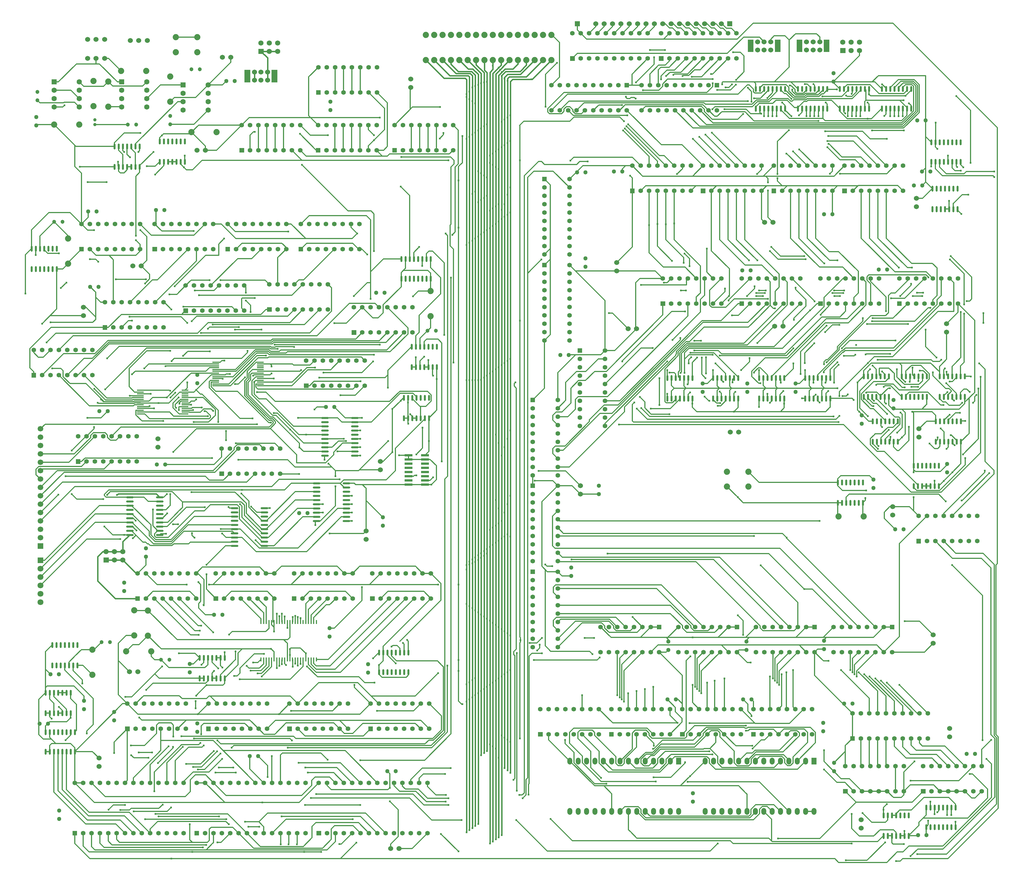
<source format=gtl>
G04 Layer: TopLayer*
G04 EasyEDA v6.4.25, 2021-12-08T18:35:49--6:00*
G04 986698a7ba0b47aaa227ef1f9665312c,06444aca9169495d970130cf6b44ba93,10*
G04 Gerber Generator version 0.2*
G04 Scale: 100 percent, Rotated: No, Reflected: No *
G04 Dimensions in millimeters *
G04 leading zeros omitted , absolute positions ,4 integer and 5 decimal *
%FSLAX45Y45*%
%MOMM*%

%ADD10C,0.3000*%
%ADD11C,0.4000*%
%ADD12C,0.6000*%
%ADD13C,0.6100*%
%ADD14C,0.6096*%
%ADD15R,2.0000X0.3500*%
%ADD16R,2.4003X0.8001*%
%ADD17R,0.4572X1.3081*%
%ADD18C,1.3000*%
%ADD19R,1.6002X1.6002*%
%ADD20C,1.6002*%
%ADD21C,1.8796*%
%ADD22C,1.1938*%
%ADD23C,1.0000*%
%ADD24R,1.3970X1.3970*%
%ADD25C,1.3970*%
%ADD26C,1.5240*%
%ADD27R,1.7000X1.7000*%
%ADD28C,1.7000*%
%ADD29C,1.8000*%
%ADD30R,1.8000X1.8000*%
%ADD31C,1.5748*%
%ADD32R,1.5748X1.5748*%
%ADD33R,1.7780X3.8100*%
%ADD34R,1.5000X2.0000*%
%ADD35C,1.5000*%

%LPD*%
D10*
X17310100Y-469900D02*
G01*
X17487900Y-647700D01*
X18122900Y-647700D01*
X19824700Y-647700D01*
X20002500Y-469900D01*
X17208500Y-177800D02*
G01*
X17208500Y-368300D01*
X17310100Y-469900D01*
X17564100Y-469900D02*
G01*
X17767300Y-266700D01*
X17767300Y-177800D01*
X4089400Y-24295100D02*
G01*
X6553200Y-24295100D01*
X914400Y-14998700D02*
G01*
X1460500Y-14452600D01*
X1681479Y-13893800D02*
G01*
X5919724Y-13893800D01*
X6040120Y-14014195D01*
X6462775Y-14014195D01*
X6667500Y-13817600D01*
X24980900Y-1930400D02*
G01*
X25768300Y-1143000D01*
X25768300Y-990600D01*
X29616400Y-22466300D02*
G01*
X29768800Y-22618700D01*
X29768800Y-23583900D01*
X29768800Y-23629366D01*
X28302711Y-25095454D01*
X28290265Y-25107900D01*
X27266900Y-25107900D01*
X27089100Y-25285700D01*
X26911300Y-25285700D01*
X26593800Y-25603200D01*
X25133300Y-25603200D01*
X25019000Y-25488900D01*
X10005529Y-25488900D01*
X28575000Y-16586200D02*
G01*
X29502100Y-17513300D01*
X29502100Y-21894800D01*
X29400500Y-10477500D02*
G01*
X29578300Y-10655300D01*
X29578300Y-11620500D01*
X29578300Y-13449300D01*
X29845000Y-13716000D01*
X29845000Y-13830300D01*
X28575000Y-15100300D01*
X26314400Y-10363200D02*
G01*
X27940000Y-10363200D01*
X27990800Y-10414000D01*
X28194000Y-10414000D01*
X28244800Y-10363200D01*
X28409900Y-9525000D02*
G01*
X28409900Y-10350500D01*
X28244800Y-10515600D01*
X28194000Y-10566400D01*
X28194000Y-10866120D01*
X21463000Y-25031700D02*
G01*
X21234400Y-25260300D01*
X21005800Y-25260300D01*
X4889500Y-25488900D02*
G01*
X10020300Y-25488900D01*
X10502900Y-25006300D01*
X1955800Y-24714200D02*
G01*
X1955800Y-25031700D01*
X2413000Y-25488900D01*
X4889500Y-25488900D01*
X6322822Y-24358600D02*
G01*
X6540500Y-24358600D01*
X6629400Y-24447500D01*
X11518900Y-23749000D02*
G01*
X11772900Y-24003000D01*
X11772900Y-24815800D01*
X11544300Y-25044400D01*
X11544300Y-25184100D01*
X11798300Y-25184100D02*
G01*
X12192000Y-25184100D01*
X12661900Y-24714200D01*
X1219200Y-19900900D02*
G01*
X1066800Y-19748500D01*
X1066800Y-19729264D01*
X27800300Y-24777700D02*
G01*
X27787600Y-24765000D01*
X27787600Y-24528779D01*
X27546300Y-24777700D02*
G01*
X27528520Y-24795479D01*
X27254200Y-24795479D01*
X1270000Y-19006820D02*
G01*
X1066800Y-19210020D01*
X1066800Y-20322885D01*
X2184400Y-20180300D02*
G01*
X2184400Y-20066000D01*
X2006600Y-19888200D01*
X1905000Y-19786600D01*
X1905000Y-19626579D01*
X1574800Y-21074379D02*
G01*
X1574800Y-20993100D01*
X1473200Y-20891500D01*
X2324100Y-21691600D02*
G01*
X2324100Y-21615400D01*
X2514600Y-21424900D01*
X2514600Y-20904200D01*
X1651000Y-19626579D02*
G01*
X1651000Y-19773900D01*
X2514600Y-20637500D01*
X2514600Y-20904200D01*
X1968500Y-19342100D02*
G01*
X1778000Y-19532600D01*
X1778000Y-19626579D01*
X2489200Y-19151600D02*
G01*
X2159000Y-19151600D01*
X1968500Y-19342100D01*
X2489200Y-19913600D02*
G01*
X2202179Y-19626579D01*
X2032000Y-19626579D01*
X8197850Y-24714200D02*
G01*
X8204200Y-24720550D01*
X8204200Y-25057100D01*
X28041600Y-24142700D02*
G01*
X28041600Y-23934420D01*
X16395700Y-24282400D02*
G01*
X17056100Y-24942800D01*
X21844000Y-24942800D01*
X21932900Y-25031700D01*
X25527000Y-25031700D01*
X28168600Y-23934420D02*
G01*
X28168600Y-24041100D01*
X28130500Y-24079200D01*
X28676600Y-24528779D02*
G01*
X28676600Y-24371300D01*
X27787600Y-24528779D02*
G01*
X27851100Y-24465279D01*
X27851100Y-24333200D01*
X25527000Y-24130000D02*
G01*
X25527000Y-24574500D01*
X25755600Y-24803100D01*
X26200100Y-24803100D01*
X26390600Y-24612600D01*
X26797000Y-24612600D01*
X26873200Y-24688800D01*
X26873200Y-24795479D01*
X26873200Y-24175720D02*
G01*
X26873200Y-24130000D01*
X26987500Y-24015700D01*
X27343100Y-24015700D01*
X27724100Y-23634700D01*
X28473400Y-23634700D01*
X28498800Y-23660100D01*
X28676600Y-23837900D01*
X28676600Y-23934420D01*
X22631400Y-24866600D02*
G01*
X23012400Y-24866600D01*
X23101300Y-24955500D01*
X22860000Y-24053800D02*
G01*
X23101300Y-24295100D01*
X23101300Y-24955500D01*
X23114000Y-24968200D01*
X25387300Y-24968200D01*
X26319479Y-24968200D01*
X26492200Y-24795479D01*
X28549600Y-24168100D02*
G01*
X28549600Y-23934420D01*
X26746200Y-24795479D02*
G01*
X26746200Y-25006300D01*
X26784300Y-25044400D01*
X27114500Y-25044400D01*
X28422600Y-24168100D02*
G01*
X28422600Y-23934420D01*
X27127200Y-24795479D02*
G01*
X27127200Y-24650700D01*
X26619200Y-24795479D02*
G01*
X26746200Y-24795479D01*
X26746200Y-24175720D02*
G01*
X26873200Y-24175720D01*
X27000200Y-24795479D02*
G01*
X27127200Y-24795479D01*
X29464000Y-23837900D02*
G01*
X29047053Y-24254846D01*
X27700853Y-24254846D01*
X27914600Y-23934420D02*
G01*
X27914600Y-23761700D01*
X27254200Y-24795479D02*
G01*
X27571700Y-24477979D01*
X27571700Y-24384000D01*
X27787600Y-24168100D01*
X27787600Y-23934420D01*
X25857200Y-24104600D02*
G01*
X26136600Y-24384000D01*
X26555700Y-24384000D01*
X26619200Y-24320500D01*
X26619200Y-24175720D01*
X26492200Y-24003000D02*
G01*
X26492200Y-23939500D01*
X26593800Y-23837900D01*
X26492200Y-24175720D02*
G01*
X26492200Y-24003000D01*
X20193000Y-20662900D02*
G01*
X20263815Y-20662900D01*
X20391968Y-20791053D01*
X20015200Y-21717000D02*
G01*
X20383500Y-21348700D01*
X20383500Y-21234400D01*
X20180300Y-21031200D01*
X20180300Y-20942300D01*
X20180300Y-20904200D01*
X19939000Y-20662900D01*
X22491700Y-21170900D02*
G01*
X22491700Y-21132800D01*
X22377400Y-21018500D01*
X22377400Y-20802600D01*
X22237700Y-20662900D01*
X22546741Y-20955000D02*
G01*
X22546741Y-20717941D01*
X22491700Y-20662900D01*
X24688800Y-18884900D02*
G01*
X24688800Y-18853317D01*
X24758817Y-18783300D01*
X24688800Y-19138900D02*
G01*
X24491238Y-19138900D01*
X24402338Y-19227800D01*
X22339300Y-18910300D02*
G01*
X22339300Y-18862207D01*
X22418207Y-18783300D01*
X22339300Y-19164300D02*
G01*
X22109302Y-19164300D01*
X22045802Y-19227800D01*
X19964400Y-18910300D02*
G01*
X19964400Y-18845596D01*
X19902103Y-18783300D01*
X19964400Y-19164300D02*
G01*
X19900900Y-19227800D01*
X19689241Y-19227800D01*
X24993600Y-22580600D02*
G01*
X25336500Y-22237700D01*
X25336500Y-22183143D01*
X16230600Y-16573500D02*
G01*
X16281400Y-16624300D01*
X16446500Y-16624300D01*
X16611600Y-16789400D02*
G01*
X16738600Y-16916400D01*
X17018000Y-16916400D01*
X17856200Y-14439900D02*
G01*
X17297400Y-14439900D01*
X17157700Y-10210800D02*
G01*
X16954500Y-10210800D01*
X16941800Y-10223500D01*
X26847800Y-15506700D02*
G01*
X26517600Y-15176500D01*
X26517600Y-14986000D01*
X26682700Y-14820900D01*
X26771600Y-14820900D01*
X25107900Y-14079220D02*
G01*
X25107900Y-13970000D01*
X25196800Y-13881100D01*
X26073100Y-13881100D01*
X26187400Y-13995400D01*
X25869900Y-14698979D02*
G01*
X25946100Y-14622779D01*
X25946100Y-14554200D01*
X28422600Y-13525500D02*
G01*
X28422600Y-13550900D01*
X28219400Y-13754100D01*
X27464745Y-13754100D01*
X27406600Y-13695954D01*
X27152600Y-11036300D02*
G01*
X27044650Y-10928350D01*
X27044650Y-10866120D01*
X24113667Y-10916920D02*
G01*
X23943487Y-11087100D01*
X23825200Y-11087100D01*
X21323300Y-10916920D02*
G01*
X21153120Y-11087100D01*
X21005800Y-11087100D01*
X22350740Y-8432800D02*
G01*
X22580600Y-8202940D01*
X22580600Y-8140700D01*
X18872200Y-5245100D02*
G01*
X18872200Y-4851400D01*
X18808700Y-4787900D01*
X18567400Y-4660900D02*
G01*
X18567400Y-4581834D01*
X18666134Y-4483100D01*
X24942800Y-5245100D02*
G01*
X24942800Y-5956300D01*
X27673300Y-5080000D02*
G01*
X27774900Y-4978400D01*
X27774900Y-4918153D01*
X27660600Y-4660900D02*
G01*
X27774900Y-4546600D01*
X27774900Y-4508017D01*
X28003500Y-18961100D02*
G01*
X27736800Y-19227800D01*
X26758900Y-19227800D01*
X28003500Y-18707100D02*
G01*
X27584400Y-18288000D01*
X27139900Y-18288000D01*
X11518900Y-23342600D02*
G01*
X11506200Y-23342600D01*
X11455400Y-23393400D01*
X9740900Y-23393400D01*
X9613900Y-23266400D01*
X9613900Y-23190200D01*
X11442700Y-22834600D02*
G01*
X11518900Y-22910800D01*
X11518900Y-23342600D01*
X7689850Y-23190200D02*
G01*
X7264400Y-22764750D01*
X7264400Y-22377400D01*
X7810500Y-23012400D02*
G01*
X7810500Y-22669500D01*
X7518400Y-22377400D01*
X2692400Y-22440900D02*
G01*
X2494279Y-22242779D01*
X1955800Y-22242779D01*
X3551758Y-21551900D02*
G01*
X3149600Y-21954058D01*
X3149600Y-22288500D01*
X3619500Y-19824700D02*
G01*
X3276600Y-19481800D01*
X3276600Y-19456400D01*
X3838193Y-10710163D02*
G01*
X3793236Y-10710163D01*
X3695700Y-10807700D01*
X2959100Y-11925300D02*
G01*
X2755900Y-12128500D01*
X2336800Y-12128500D01*
X8191500Y-13817600D02*
G01*
X8204200Y-13830300D01*
X8763000Y-13830300D01*
X4699000Y-13538200D02*
G01*
X6184900Y-13538200D01*
X6350000Y-13373100D01*
X6413500Y-13309600D01*
X6413500Y-13055600D01*
X10756900Y-11150600D02*
G01*
X10464800Y-11442700D01*
X10020300Y-11442700D01*
X9575800Y-11798300D02*
G01*
X9309100Y-11798300D01*
X9232900Y-11874500D01*
X9372600Y-10909300D02*
G01*
X11368796Y-10909300D01*
X11455400Y-10822696D01*
X12750800Y-8280400D02*
G01*
X12382500Y-8280400D01*
X12217400Y-8445500D01*
X10934700Y-8027162D02*
G01*
X10832338Y-8027162D01*
X10426700Y-8432800D01*
X9829800Y-9258300D02*
G01*
X10198100Y-9258300D01*
X10680700Y-8775700D01*
X6045200Y-7950200D02*
G01*
X5486400Y-7950200D01*
X5321300Y-8115300D01*
X7861300Y-8077200D02*
G01*
X7734300Y-7950200D01*
X6375400Y-7950200D01*
X7099300Y-8877300D02*
G01*
X7023100Y-8801100D01*
X7023100Y-8509000D01*
X7035800Y-8496300D01*
X7416800Y-8496300D01*
X4089400Y-8051800D02*
G01*
X4229100Y-7912100D01*
X4229100Y-7772400D01*
X3975100Y-7518400D01*
X5321300Y-8115300D02*
G01*
X5054600Y-8382000D01*
X4826000Y-8382000D01*
X2870200Y-8623300D02*
G01*
X2748221Y-8623300D01*
X2590800Y-8465878D01*
X1219200Y-10071100D02*
G01*
X1003300Y-10287000D01*
X850900Y-10287000D01*
X711200Y-10147300D01*
X711200Y-10071100D01*
X5740400Y-19400520D02*
G01*
X5557520Y-19583400D01*
X5448300Y-19583400D01*
X2235200Y-20701000D02*
G01*
X2235200Y-20561300D01*
X1930400Y-20256500D01*
X1117600Y-20256500D01*
X1066800Y-20307300D01*
X1066800Y-20454620D01*
X5705307Y-17106900D02*
G01*
X5778500Y-17180092D01*
X5778500Y-17691100D01*
X5715000Y-17754600D01*
X5715000Y-17894300D01*
X5918200Y-18097500D01*
X6184900Y-18097500D01*
X5295900Y-4361179D02*
G01*
X5295900Y-4178300D01*
X28067000Y-3766820D02*
G01*
X28067000Y-3911600D01*
X28130500Y-3975100D01*
X27940000Y-4361179D02*
G01*
X27940000Y-4508500D01*
X7706690Y-14859000D02*
G01*
X7874000Y-14859000D01*
X10795000Y-15557500D02*
G01*
X10718800Y-15633700D01*
X9690100Y-15633700D01*
X5949188Y-16578071D02*
G01*
X6525259Y-16002000D01*
X6540500Y-16002000D01*
X5949188Y-16960342D02*
G01*
X5949188Y-16865600D01*
X6796709Y-16002000D02*
G01*
X6540500Y-16002000D01*
X6235700Y-17602200D02*
G01*
X5949188Y-17315687D01*
X5949188Y-16960342D01*
X11303000Y-15138400D02*
G01*
X10795000Y-14630400D01*
X10795000Y-14613905D01*
X2755900Y-11569700D02*
G01*
X2819400Y-11633200D01*
X2865663Y-11633200D01*
X9829800Y-11798300D02*
G01*
X10160000Y-12128500D01*
X10449890Y-12128500D01*
X2425700Y-8153400D02*
G01*
X2590800Y-8318500D01*
X2590800Y-9123921D01*
X5818124Y-4318000D02*
G01*
X13296900Y-4318000D01*
X11304526Y-4191000D02*
G01*
X8978900Y-4191000D01*
X8801100Y-4013200D01*
X8547100Y-4013200D02*
G01*
X8851900Y-4318000D01*
X8872087Y-4318000D01*
X787400Y-3263900D02*
G01*
X812800Y-3238500D01*
X1333500Y-3238500D01*
X6553200Y-1917700D02*
G01*
X6438900Y-2032000D01*
X6007100Y-2032000D01*
X2362200Y-5867400D02*
G01*
X2362200Y-6045200D01*
X2159000Y-6248400D01*
X4419600Y-5829300D02*
G01*
X4419600Y-6210300D01*
X4381500Y-6248400D01*
X28079700Y-12225020D02*
G01*
X27805379Y-12225020D01*
X27571700Y-12458700D01*
X25107900Y-14079220D02*
G01*
X25107900Y-14185900D01*
X25234900Y-14312900D01*
X25247600Y-14325600D01*
X25971500Y-14325600D01*
X27406600Y-14947900D02*
G01*
X27279600Y-14820900D01*
X26771600Y-14820900D01*
X16611600Y-14185900D02*
G01*
X17043400Y-14185900D01*
X17297400Y-14439900D01*
X16789400Y-13736604D02*
G01*
X16848104Y-13736604D01*
X17297400Y-14185900D01*
X16027400Y-13736604D02*
G01*
X16789400Y-13736604D01*
X19799300Y-7899400D02*
G01*
X19100800Y-7899400D01*
X18973800Y-8026400D01*
X18973800Y-9398000D01*
X18999200Y-9423400D01*
X18999200Y-9423400D02*
G01*
X18338800Y-10083800D01*
X18046700Y-10083800D01*
X18161000Y-8953500D02*
G01*
X18275300Y-8953500D01*
X18745200Y-9423400D01*
X18402300Y-7670800D02*
G01*
X17144994Y-7670800D01*
X17080867Y-7606672D01*
X18402300Y-7670800D02*
G01*
X19570700Y-7670800D01*
X19799300Y-7899400D01*
X18872200Y-5245100D02*
G01*
X18872200Y-6946900D01*
X18402300Y-7416800D01*
X22428200Y-10312400D02*
G01*
X22428200Y-10426700D01*
X22174200Y-10680700D01*
X22758400Y-9766300D02*
G01*
X22669500Y-9855200D01*
X23190200Y-9347200D02*
G01*
X23177500Y-9347200D01*
X22758400Y-9766300D01*
X23444200Y-9347200D02*
G01*
X23444200Y-9186341D01*
X23969141Y-8661400D01*
X28409900Y-9271000D02*
G01*
X28752800Y-8928100D01*
X28752800Y-8661400D01*
X22987000Y-4991100D02*
G01*
X22987000Y-4866482D01*
X22921117Y-4800600D01*
X23139400Y-6197600D02*
G01*
X22987000Y-6045200D01*
X22987000Y-5232400D01*
X22885400Y-6197600D02*
G01*
X22796500Y-6108700D01*
X22796500Y-5245100D01*
X25349200Y-25539700D02*
G01*
X25996900Y-25539700D01*
X26543000Y-24993600D01*
X27978100Y-5176520D02*
G01*
X27680920Y-5473700D01*
X27495500Y-5473700D01*
X2768600Y-18923000D02*
G01*
X2540000Y-19151600D01*
X2489200Y-19151600D01*
X12153900Y-2108200D02*
G01*
X12134850Y-2127250D01*
X12134850Y-2774950D01*
X6692900Y-1193800D02*
G01*
X6692900Y-1346200D01*
X6007100Y-2032000D01*
X5918200Y-4013200D02*
G01*
X6261100Y-4013200D01*
X7023100Y-3251200D01*
X5918200Y-4013200D02*
G01*
X5918200Y-3886200D01*
X5499100Y-3467100D01*
X3975100Y-7518400D02*
G01*
X4140200Y-7353300D01*
X4140200Y-6705600D01*
X4140200Y-6629400D01*
X3949700Y-6438900D01*
X2501900Y-9232900D02*
G01*
X2590800Y-9144000D01*
X2590800Y-9067800D01*
X2298700Y-8775700D01*
X2222500Y-8775700D01*
X2222500Y-9029700D02*
G01*
X1206500Y-9029700D01*
X1160155Y-9076044D01*
X11226800Y-13703300D02*
G01*
X10591800Y-13703300D01*
X10566400Y-13728700D01*
X11226800Y-13449300D02*
G01*
X11315700Y-13449300D01*
X11595100Y-13169900D01*
X9258300Y-15379700D02*
G01*
X9258300Y-15280309D01*
X9285909Y-15252700D01*
X10795000Y-15557500D02*
G01*
X10795000Y-14262100D01*
X10680700Y-14147800D01*
X10655300Y-14147800D01*
X5867400Y-17805400D02*
G01*
X5880100Y-17792700D01*
X5880100Y-17030700D01*
X5689600Y-16840200D01*
X5638800Y-16840200D01*
X6018275Y-17183100D02*
G01*
X6146800Y-17183100D01*
X6489700Y-16840200D01*
X6502400Y-19400520D02*
G01*
X6502400Y-19227800D01*
X11734800Y-19024600D02*
G01*
X11823700Y-19113500D01*
X11823700Y-19235420D01*
X11569700Y-19062700D02*
G01*
X11607800Y-19024600D01*
X11734800Y-19024600D01*
X6794500Y-19951700D02*
G01*
X6883400Y-19951700D01*
X6972300Y-19862800D01*
X6972300Y-19710400D01*
X7404100Y-19278600D01*
X7696200Y-19278600D01*
X6375400Y-19400520D02*
G01*
X6375400Y-19634200D01*
X6438900Y-19697700D01*
X6184900Y-19799300D02*
G01*
X6121400Y-19862800D01*
X6121400Y-20020279D01*
X7747000Y-18605500D02*
G01*
X7846059Y-18506439D01*
X7846059Y-18318353D01*
X6375400Y-20020279D02*
G01*
X6375400Y-19913600D01*
X6819900Y-19469100D01*
X6832600Y-19456400D01*
X6832600Y-19202400D01*
X6121400Y-20020279D02*
G01*
X6248400Y-20020279D01*
X6248400Y-19400520D02*
G01*
X6375400Y-19400520D01*
X28917900Y-4533900D02*
G01*
X28829000Y-4445000D01*
X28829000Y-4361179D01*
X28740100Y-5796279D02*
G01*
X28740100Y-5829300D01*
X28854400Y-5943600D01*
X28486100Y-5549900D02*
G01*
X28486100Y-5796279D01*
X28575000Y-4361179D02*
G01*
X28575000Y-4546600D01*
X28663900Y-4635500D01*
X28841700Y-4635500D01*
X28486100Y-5796279D02*
G01*
X28359100Y-5796279D01*
X27978100Y-5176520D02*
G01*
X27774900Y-4973320D01*
X27774900Y-3601720D01*
X29070300Y-5359400D02*
G01*
X28879800Y-5359400D01*
X28625800Y-5613400D01*
X28613100Y-5626100D01*
X28613100Y-5796279D01*
X12242800Y-7189673D02*
G01*
X12242800Y-7310120D01*
X8197850Y-23089895D02*
G01*
X8197850Y-23190200D01*
X7937500Y-23090098D02*
G01*
X7937500Y-23183850D01*
X7943850Y-23190200D01*
X8451850Y-24814504D02*
G01*
X8451850Y-24714200D01*
X8705850Y-24814504D02*
G01*
X8705850Y-24714200D01*
X12661900Y-23304500D02*
G01*
X12661900Y-23190200D01*
X12407900Y-23050500D02*
G01*
X12407900Y-23190200D01*
X12153900Y-23088600D02*
G01*
X12153900Y-23190200D01*
X11899900Y-23291800D02*
G01*
X11899900Y-23190200D01*
X11656669Y-23289869D02*
G01*
X11645900Y-23279100D01*
X11645900Y-23190200D01*
X11442700Y-19235420D02*
G01*
X11442700Y-19316700D01*
X11696700Y-19570700D01*
X13360400Y-22745700D02*
G01*
X12496800Y-22745700D01*
X12153900Y-23088600D01*
X15308834Y-22994874D02*
G01*
X15308834Y-23057866D01*
X15265400Y-23101300D01*
X13195300Y-22923500D02*
G01*
X12534900Y-22923500D01*
X12407900Y-23050500D01*
X13220700Y-23558500D02*
G01*
X12915900Y-23558500D01*
X12661900Y-23304500D01*
X15595600Y-23495000D02*
G01*
X15532100Y-23558500D01*
X15443200Y-23558500D01*
X13296900Y-23660100D02*
G01*
X12661900Y-23660100D01*
X12382500Y-23380700D01*
X11988800Y-23380700D01*
X11899900Y-23291800D01*
X15697200Y-23035513D02*
G01*
X15646400Y-23086313D01*
X15646400Y-23558500D01*
X15544800Y-23660100D01*
X13208000Y-23761700D02*
G01*
X12623800Y-23761700D01*
X12306300Y-23444200D01*
X11811000Y-23444200D01*
X11656669Y-23289869D01*
X15742666Y-23215600D02*
G01*
X15722600Y-23235666D01*
X15722600Y-23545800D01*
X8500872Y-22123400D02*
G01*
X8420100Y-22123400D01*
X11912600Y-18948400D02*
G01*
X11950700Y-18986500D01*
X11950700Y-19235420D01*
X13091668Y-19626326D02*
G01*
X12959841Y-19494500D01*
X11722100Y-19494500D01*
X11569700Y-19342100D01*
X11569700Y-19235420D01*
X13091668Y-19626326D02*
G01*
X13137134Y-19671792D01*
X13137134Y-19735800D01*
X10439400Y-20218400D02*
G01*
X10439400Y-20298841D01*
X10930458Y-20789900D01*
X11188700Y-19235420D02*
G01*
X11010900Y-19413220D01*
X11010900Y-19418300D01*
X10946157Y-20557502D02*
G01*
X10543555Y-20154900D01*
X10337800Y-20154900D01*
X9359900Y-20154900D01*
X8724900Y-20789900D01*
X10946157Y-20557502D02*
G01*
X11178555Y-20789900D01*
X11184458Y-20789900D01*
X12763500Y-17602200D02*
G01*
X11315700Y-19050000D01*
X11315700Y-19235420D01*
X11188700Y-19621500D02*
G01*
X11188700Y-19621500D01*
X11188700Y-19829779D01*
X11315700Y-19235420D02*
G01*
X11315700Y-19494500D01*
X11188700Y-19621500D01*
X28194000Y-4481626D02*
G01*
X28194000Y-4361179D01*
X29400500Y-4787900D02*
G01*
X29819600Y-4787900D01*
X29857700Y-4826000D01*
X28067000Y-4361179D02*
G01*
X28067000Y-4572000D01*
X28282900Y-4787900D01*
X29400500Y-4787900D01*
X29946600Y-16548100D02*
G01*
X29908500Y-16586200D01*
X29908500Y-16695420D01*
X28448000Y-4361179D02*
G01*
X28448000Y-4178300D01*
X22059900Y-3073400D02*
G01*
X22076409Y-3073400D01*
X22232111Y-2917697D01*
X21590000Y-2844800D02*
G01*
X21450300Y-2984500D01*
X21412200Y-2984500D01*
X21367750Y-2984500D01*
X21183600Y-2800350D01*
X22301200Y-2857500D02*
G01*
X22288500Y-2844800D01*
X21590000Y-2844800D01*
X24522938Y-3123692D02*
G01*
X22567391Y-3123692D01*
X22301200Y-2857500D01*
X15608300Y-3136900D02*
G01*
X16979900Y-3136900D01*
X17106900Y-3009900D01*
X17449800Y-3009900D01*
X18491200Y-3009900D01*
X18618200Y-3136900D01*
X28702000Y-4361179D02*
G01*
X28702000Y-4495800D01*
X28727400Y-4521200D01*
X29133800Y-4394200D02*
G01*
X29133800Y-4394200D01*
X29133800Y-2806700D01*
X28702000Y-2374900D01*
X28067000Y-3766820D02*
G01*
X28079700Y-3754120D01*
X28079700Y-3175000D01*
X27940000Y-3766820D02*
G01*
X27774900Y-3601720D01*
X27774900Y-1752600D01*
X26336579Y-1752600D01*
X26146079Y-1943100D01*
X12433300Y-10584179D02*
G01*
X12433300Y-10401300D01*
X12560300Y-10274300D01*
X12179300Y-10584179D02*
G01*
X12306300Y-10584179D01*
X28968700Y-23444200D02*
G01*
X29171900Y-23647400D01*
X29273500Y-23647400D01*
X29476700Y-23444200D01*
X28206700Y-23444200D02*
G01*
X28968700Y-23444200D01*
X26860500Y-22682200D02*
G01*
X26860500Y-23444200D01*
X27432000Y-22542500D02*
G01*
X27114500Y-22860000D01*
X27114500Y-23444200D01*
X26606500Y-23444200D02*
G01*
X26797000Y-23634700D01*
X27038300Y-23634700D01*
X27114500Y-23558500D01*
X27114500Y-23444200D01*
X25844500Y-23444200D02*
G01*
X26606500Y-23444200D01*
X12496800Y-7518400D02*
G01*
X12496800Y-7355586D01*
X12306300Y-10584179D02*
G01*
X12306300Y-10287000D01*
X12827000Y-10845800D02*
G01*
X12814300Y-10833100D01*
X12814300Y-10584179D01*
X13373100Y-6254996D02*
G01*
X13347700Y-6280396D01*
X13347700Y-6908800D01*
X13449300Y-7010400D01*
X13449300Y-10452100D01*
X12687300Y-10375900D02*
G01*
X12687300Y-10584179D01*
X12623800Y-7310120D02*
G01*
X12623800Y-7150100D01*
X12700000Y-7073900D01*
X12814300Y-7073900D01*
X13093700Y-7353300D01*
X13169900Y-7429500D01*
X13169900Y-8128000D01*
X13169900Y-9613900D01*
X12560300Y-10584179D02*
G01*
X12687300Y-10584179D01*
X11849100Y-5118100D02*
G01*
X12115800Y-5384800D01*
X12407900Y-6946900D02*
G01*
X12242800Y-7112000D01*
X12242800Y-7189673D01*
X12306300Y-9964420D02*
G01*
X12306300Y-9639300D01*
X12407900Y-9537700D01*
X12407900Y-9017000D01*
X13055600Y-8369300D01*
X13055600Y-7874000D01*
X12750800Y-7569200D01*
X12750800Y-7310120D01*
X13093700Y-13449300D02*
G01*
X13093700Y-9855200D01*
X12979400Y-9740900D01*
X12636500Y-9740900D01*
X12560300Y-9817100D01*
X12560300Y-9964420D01*
X12581636Y-14020800D02*
G01*
X12738100Y-14020800D01*
X12827000Y-13931900D01*
X12941300Y-10947400D02*
G01*
X12941300Y-11892279D01*
X12700000Y-12133579D01*
X12941300Y-10584179D02*
G01*
X12941300Y-10947400D01*
X12661900Y-9486900D02*
G01*
X12433300Y-9715500D01*
X12433300Y-9964420D01*
X12179300Y-9964420D02*
G01*
X11455400Y-10688320D01*
X11455400Y-11214100D01*
X12750800Y-9042400D02*
G01*
X12750800Y-9398000D01*
X12661900Y-9486900D01*
X13436600Y-3251200D02*
G01*
X13589000Y-3403600D01*
X13589000Y-4216400D01*
X13589000Y-4432300D01*
X13500100Y-4521200D01*
X13500100Y-6489700D01*
X13411200Y-6578600D01*
X11932391Y-7651008D02*
G01*
X12667508Y-7651008D01*
X12738100Y-7721600D01*
X12750800Y-7734300D01*
X12750800Y-7904479D01*
X10934700Y-7696200D02*
G01*
X11320779Y-7310120D01*
X11861800Y-7310120D01*
X10680700Y-8775700D02*
G01*
X10998200Y-9093200D01*
X11163300Y-9093200D01*
X11315700Y-8940800D01*
X11315700Y-8699500D01*
X11861800Y-8153400D01*
X11861800Y-7904479D01*
X11861800Y-7904479D02*
G01*
X11861800Y-7721600D01*
X11976100Y-7607300D01*
X11988800Y-7594600D01*
X11988800Y-7310120D01*
X12750800Y-8280400D02*
G01*
X12750800Y-7904479D01*
X13296900Y-23863300D02*
G01*
X12547600Y-23863300D01*
X12217400Y-23533100D01*
X9283700Y-23533100D01*
X13597623Y-25268923D02*
G01*
X13068300Y-24739600D01*
X8445500Y-25057100D02*
G01*
X8451850Y-25050750D01*
X8451850Y-24814504D01*
X13601700Y-20713700D02*
G01*
X13690600Y-20802600D01*
X13716000Y-20802600D01*
X13373100Y-21705062D02*
G01*
X12573761Y-22504400D01*
X10617200Y-22504400D01*
X5308600Y-23101300D02*
G01*
X5257800Y-23152100D01*
X5257800Y-23190200D01*
X4749800Y-23075900D02*
G01*
X4749800Y-23190200D01*
X4241800Y-23089895D02*
G01*
X4241800Y-23190200D01*
X13182600Y-21648674D02*
G01*
X12771374Y-22059900D01*
X12382500Y-22059900D01*
X6781800Y-22059900D01*
X6718300Y-22123400D01*
X5156200Y-22072600D02*
G01*
X5194300Y-22034500D01*
X5715000Y-22034500D01*
X5765800Y-21983700D01*
X8547100Y-21907500D02*
G01*
X8483600Y-21844000D01*
X5575300Y-21844000D01*
X4940300Y-22098000D02*
G01*
X4940300Y-22136100D01*
X4483100Y-22593300D01*
X13081000Y-21578570D02*
G01*
X12815570Y-21844000D01*
X8661400Y-21844000D01*
X8597900Y-21780500D01*
X5194300Y-21780500D01*
X5867400Y-17805400D02*
G01*
X5854700Y-17792700D01*
X3657600Y-22059900D02*
G01*
X4077208Y-22059900D01*
X4440936Y-21696171D01*
X4440936Y-21441663D01*
X4508500Y-21374100D01*
X4887722Y-21374100D01*
X4948936Y-21435313D01*
X4948936Y-21784563D01*
X27660600Y-25488900D02*
G01*
X27076400Y-25488900D01*
X27000200Y-25565100D01*
X26873200Y-25565100D01*
X5524500Y-25285700D02*
G01*
X9436100Y-25285700D01*
X27673300Y-25349200D02*
G01*
X27520900Y-25349200D01*
X27660600Y-25196800D02*
G01*
X27533600Y-25196800D01*
X27317700Y-25412700D01*
X7943850Y-24714200D02*
G01*
X8362950Y-24295100D01*
X10388600Y-24295100D01*
X7543800Y-24371300D02*
G01*
X7810500Y-24104600D01*
X8775700Y-24104600D01*
X10782300Y-24104600D01*
X11391900Y-24714200D01*
X8229600Y-24206200D02*
G01*
X10629900Y-24206200D01*
X11137900Y-24714200D01*
X7181850Y-24714200D02*
G01*
X7588250Y-25120600D01*
X8890000Y-25120600D01*
X9156700Y-24853900D01*
X9156700Y-24511000D01*
X9271000Y-24396700D01*
X10566400Y-24396700D01*
X10883900Y-24714200D01*
X6927850Y-24714200D02*
G01*
X7385050Y-25171400D01*
X9474200Y-25171400D01*
X9740900Y-24904700D01*
X9740900Y-24587200D01*
X9842500Y-24485600D01*
X10401300Y-24485600D01*
X10629900Y-24714200D01*
X9982200Y-25044400D02*
G01*
X10045700Y-25044400D01*
X10375900Y-24714200D01*
X5156200Y-22072600D02*
G01*
X4368800Y-22860000D01*
X4368800Y-23444200D01*
X7281331Y-21551900D02*
G01*
X7116231Y-21386800D01*
X6197600Y-21386800D01*
X5867400Y-21386800D01*
X5791200Y-21463000D01*
X5791200Y-21717000D01*
X4622800Y-23850600D02*
G01*
X4508500Y-23964900D01*
X3670300Y-23964900D01*
X3619500Y-24015700D01*
X3340100Y-24015700D01*
X6375400Y-22301200D02*
G01*
X5892800Y-22783800D01*
X5689600Y-22783800D01*
X5549900Y-22707600D02*
G01*
X5803900Y-22707600D01*
X6273800Y-22237700D01*
X3746500Y-24053800D02*
G01*
X4762500Y-24053800D01*
X4876800Y-23939500D01*
X5448300Y-24447500D02*
G01*
X5448300Y-24914324D01*
X5527575Y-24993600D01*
X5778500Y-22618700D02*
G01*
X5334000Y-22618700D01*
X6165850Y-23190200D02*
G01*
X6546850Y-23571200D01*
X7937500Y-23571200D01*
X8839200Y-23571200D01*
X9144000Y-23266400D01*
X9144000Y-23114000D01*
X9245600Y-23012400D01*
X9690100Y-23012400D01*
X9867900Y-23190200D01*
X9029700Y-22878656D02*
G01*
X9810356Y-22878656D01*
X10121900Y-23190200D01*
X6223000Y-22878656D02*
G01*
X6845300Y-22878656D01*
X8953500Y-22722486D02*
G01*
X9908186Y-22722486D01*
X10375900Y-23190200D01*
X6324600Y-22722486D02*
G01*
X6769100Y-22722486D01*
X8750300Y-22579022D02*
G01*
X10018722Y-22579022D01*
X10629900Y-23190200D01*
X6172200Y-22225000D02*
G01*
X5778500Y-22618700D01*
X3670300Y-22349460D02*
G01*
X3749040Y-22428200D01*
X4191000Y-22428200D01*
X3897317Y-22264682D02*
G01*
X4305300Y-22264682D01*
X4567681Y-21907500D02*
G01*
X6153150Y-21907500D01*
X7435850Y-23190200D01*
X4567681Y-22072600D02*
G01*
X4567765Y-22072516D01*
X4567765Y-21551900D01*
X3733800Y-23190200D02*
G01*
X3733800Y-23037800D01*
X4495800Y-22275800D01*
X4567681Y-22203918D01*
X4567681Y-22072600D01*
X10160000Y-22212300D02*
G01*
X11137900Y-23190200D01*
X7226300Y-24523700D02*
G01*
X7556500Y-24523700D01*
X4241800Y-24714200D02*
G01*
X4241800Y-24587200D01*
X4470400Y-24358600D01*
X6322822Y-24358600D01*
X7124700Y-24371300D02*
G01*
X7543800Y-24371300D01*
X7632700Y-24460200D01*
X7689850Y-24517350D01*
X7689850Y-24714200D01*
X4495800Y-24206200D02*
G01*
X6337300Y-24206200D01*
X4406900Y-24130000D02*
G01*
X6597650Y-24130000D01*
X7181850Y-24714200D01*
X3225800Y-24714200D02*
G01*
X3225800Y-24904700D01*
X3314700Y-24993600D01*
X5981700Y-24993600D01*
X6038850Y-24936450D01*
X6038850Y-24590248D01*
X6092697Y-24536400D01*
X6654800Y-24536400D01*
X6750050Y-24536400D01*
X6927850Y-24714200D01*
X2209800Y-24714200D02*
G01*
X2209800Y-25107900D01*
X2387600Y-25285700D01*
X5524500Y-25285700D01*
X6286500Y-24993600D02*
G01*
X6394450Y-24993600D01*
X6673850Y-24714200D01*
X2971800Y-24714200D02*
G01*
X2971800Y-24955500D01*
X3086100Y-25069800D01*
X5943600Y-25069800D01*
X2717800Y-24714200D02*
G01*
X2717800Y-25019000D01*
X2844800Y-25146000D01*
X5842000Y-25146000D01*
X5936261Y-25222200D02*
G01*
X9613900Y-25222200D01*
X9855200Y-24980900D01*
X9867900Y-24968200D01*
X9867900Y-24714200D01*
X2463800Y-24714200D02*
G01*
X2463800Y-25120600D01*
X2565400Y-25222200D01*
X5943600Y-25222200D01*
X6134100Y-25031700D01*
X6165850Y-24999950D01*
X6165850Y-24714200D01*
X1955800Y-23190200D02*
G01*
X2552700Y-23787100D01*
X6508750Y-23787100D01*
X5911850Y-23190200D02*
G01*
X5657850Y-23190200D01*
X7645400Y-23787100D02*
G01*
X6508750Y-23787100D01*
X5911850Y-23190200D01*
X9359900Y-23190200D02*
G01*
X8763000Y-23787100D01*
X8204200Y-23787100D01*
X7645400Y-23787100D01*
X2463800Y-23190200D02*
G01*
X2882900Y-23609300D01*
X5308600Y-23609300D01*
X5461000Y-23456900D01*
X5461000Y-23101300D01*
X5613400Y-22948900D01*
X5924550Y-22948900D01*
X6165850Y-23190200D01*
X3479800Y-23190200D02*
G01*
X3551765Y-23118234D01*
X3551765Y-21551900D01*
X1955800Y-23190200D02*
G01*
X2209800Y-23190200D01*
X1955800Y-22242779D02*
G01*
X1955800Y-23190200D01*
X1701800Y-22242779D02*
G01*
X1701800Y-23393400D01*
X2387600Y-24079200D01*
X3606800Y-24079200D01*
X4241800Y-24714200D01*
X1574800Y-22242779D02*
G01*
X1574800Y-23393400D01*
X2374900Y-24193500D01*
X3467100Y-24193500D01*
X3987800Y-24714200D01*
X1447800Y-22242779D02*
G01*
X1447800Y-23431500D01*
X2336800Y-24320500D01*
X3340100Y-24320500D01*
X3733800Y-24714200D01*
X1320800Y-22242779D02*
G01*
X1320800Y-23469600D01*
X2286000Y-24434800D01*
X3022600Y-24434800D01*
X3200400Y-24434800D01*
X3479800Y-24714200D01*
X1193800Y-21074379D02*
G01*
X1193800Y-21183600D01*
X1257300Y-21247100D01*
X1193800Y-21074379D02*
G01*
X1066800Y-21074379D01*
X1246418Y-21865427D02*
G01*
X999327Y-21865427D01*
X863600Y-21729700D01*
X863600Y-20657820D01*
X1066800Y-20454620D01*
X1193800Y-21648420D02*
G01*
X1193800Y-21812808D01*
X1377391Y-21996400D01*
X1676400Y-21894800D02*
G01*
X1828800Y-21742400D01*
X1828800Y-21648420D01*
X1828800Y-21221700D02*
G01*
X1714500Y-21336000D01*
X1193800Y-21336000D01*
X1066800Y-21463000D01*
X1066800Y-21648420D01*
X1828800Y-21074379D02*
G01*
X1828800Y-21221700D01*
X1955800Y-21648420D02*
G01*
X2006600Y-21597620D01*
X2006600Y-20815300D01*
X1828800Y-20637500D01*
X1828800Y-20454620D01*
X1193800Y-20454620D02*
G01*
X1193800Y-20650200D01*
X1282700Y-20739100D01*
X1320800Y-20777200D01*
X1320800Y-21074379D01*
X1320800Y-20454620D02*
G01*
X1320800Y-20574000D01*
X1498600Y-20751800D01*
X1701800Y-20955000D01*
X1701800Y-21074379D01*
X1701800Y-20454620D02*
G01*
X1447800Y-20454620D01*
X1193800Y-22242779D02*
G01*
X1193800Y-22059900D01*
X1257300Y-21996400D01*
X1828800Y-21996400D01*
X1905000Y-22072600D01*
X1955800Y-22123400D01*
X1955800Y-22242779D01*
X1066800Y-22242779D02*
G01*
X1193800Y-22242779D01*
X5994400Y-20020279D02*
G01*
X5994400Y-20104100D01*
X5930900Y-20167600D01*
X4330700Y-20167600D01*
X4127500Y-20370800D01*
X4383184Y-19886515D02*
G01*
X4516948Y-20020279D01*
X5867400Y-20020279D01*
X10160000Y-22212300D02*
G01*
X6451445Y-22212300D01*
X12708381Y-20789900D02*
G01*
X13081000Y-21162518D01*
X13081000Y-21578570D01*
X3911600Y-21209000D02*
G01*
X3987800Y-21285200D01*
X5342465Y-21285200D01*
X4610100Y-19659600D02*
G01*
X3683000Y-20586700D01*
X3492500Y-20586700D01*
X7535331Y-21551900D02*
G01*
X7700431Y-21717000D01*
X8026400Y-21717000D01*
X8369300Y-21374100D01*
X8801100Y-21374100D01*
X9817100Y-21374100D01*
X9994900Y-21551900D01*
X5075765Y-21551900D02*
G01*
X5342465Y-21285200D01*
X6807200Y-21285200D01*
X7268631Y-21285200D01*
X7535331Y-21551900D01*
X10930465Y-21551900D02*
G01*
X10714565Y-21767800D01*
X10071100Y-21767800D01*
X8940800Y-21767800D01*
X8724900Y-21551900D01*
X5626100Y-20713700D02*
G01*
X5626100Y-20929600D01*
X5702300Y-20485100D02*
G01*
X5638800Y-20548600D01*
X6265331Y-20789900D02*
G01*
X6265331Y-20761223D01*
X6061598Y-20557489D01*
X5123688Y-20548600D02*
G01*
X5212588Y-20637500D01*
X5676900Y-20637500D01*
X5952997Y-20637500D01*
X6033008Y-20557489D01*
X9994900Y-21297900D02*
G01*
X12454465Y-21297900D01*
X12708465Y-21551900D01*
X7789331Y-21551900D02*
G01*
X8043331Y-21297900D01*
X9728200Y-21297900D01*
X9994900Y-21297900D01*
X10248900Y-21551900D01*
X12979400Y-19862800D02*
G01*
X12284697Y-20557502D01*
X10946157Y-20557502D01*
X12039600Y-18859500D02*
G01*
X12077700Y-18897600D01*
X12077700Y-19235420D01*
X9004300Y-19659600D02*
G01*
X9321800Y-19977100D01*
X10579100Y-19977100D01*
X10756900Y-20154900D01*
X11053063Y-20154900D01*
X6033008Y-20557489D02*
G01*
X6833870Y-20557489D01*
X8492490Y-20557489D01*
X8724900Y-20789900D01*
X3805681Y-20789900D02*
G01*
X4046981Y-20548600D01*
X5123688Y-20548600D01*
X9994900Y-21551900D02*
G01*
X10134600Y-21691600D01*
X10388600Y-21691600D01*
X10693400Y-21386800D01*
X12001500Y-21386800D01*
X12289365Y-21386800D01*
X12454465Y-21551900D01*
X11125200Y-21005800D02*
G01*
X12238565Y-21005800D01*
X12454465Y-20789900D01*
X8521700Y-21005800D02*
G01*
X9779000Y-21005800D01*
X9994900Y-20789900D01*
X8153400Y-21107400D02*
G01*
X10612965Y-21107400D01*
X10930465Y-20789900D01*
X8153400Y-21107400D02*
G01*
X8153400Y-21107400D01*
X8470900Y-20789900D01*
X5693831Y-21107400D02*
G01*
X8153400Y-21107400D01*
X5693831Y-21107400D02*
G01*
X5693831Y-21107400D01*
X6011331Y-20789900D01*
X3551765Y-20789900D02*
G01*
X3869265Y-21107400D01*
X5054600Y-21107400D01*
X5693831Y-21107400D01*
X3551765Y-20789900D02*
G01*
X3276600Y-20514734D01*
X3276600Y-18961100D01*
X3517900Y-18719800D01*
X3759200Y-18719800D01*
X14109700Y-20015200D02*
G01*
X14109700Y-19961702D01*
X14020800Y-20078700D02*
G01*
X14020800Y-20133823D01*
X13931900Y-20142200D02*
G01*
X13931900Y-20191592D01*
X13843000Y-20205700D02*
G01*
X13843000Y-20133878D01*
X14820900Y-22428200D02*
G01*
X14820900Y-22335243D01*
X14732000Y-22148800D02*
G01*
X14732000Y-22064134D01*
X14643100Y-22085300D02*
G01*
X14643100Y-21998023D01*
X14554200Y-22021800D02*
G01*
X14554200Y-22094731D01*
X15176500Y-21945600D02*
G01*
X15176500Y-21786545D01*
X15087600Y-21882100D02*
G01*
X15087600Y-21786545D01*
X14998700Y-21818600D02*
G01*
X14998700Y-21712039D01*
X14909800Y-21755100D02*
G01*
X14909800Y-21682539D01*
X4660900Y-4361179D02*
G01*
X4660900Y-4483100D01*
X4394200Y-4749800D01*
X4140200Y-4495800D02*
G01*
X4399279Y-4495800D01*
X4533900Y-4361179D01*
X3543300Y-3893820D02*
G01*
X3543300Y-4140200D01*
X3632200Y-4229100D01*
X5041900Y-4361179D02*
G01*
X4787900Y-4361179D01*
X5818124Y-4318000D02*
G01*
X5526024Y-4610100D01*
X5346700Y-4610100D01*
X5168900Y-4432300D01*
X5168900Y-4361179D01*
X4533900Y-3741420D02*
G01*
X4533900Y-3632200D01*
X4648200Y-3517900D01*
X5448300Y-3517900D01*
X5499100Y-3467100D01*
X3162300Y-3893820D02*
G01*
X3162300Y-3784600D01*
X3327400Y-3619500D01*
X3454400Y-3492500D01*
X3949700Y-3492500D01*
X5867400Y-19400520D02*
G01*
X5867400Y-19545300D01*
X5803900Y-19608800D01*
X8806185Y-18318355D02*
G01*
X8807704Y-18316836D01*
X8807704Y-18194781D01*
X12255500Y-17602200D02*
G01*
X10020300Y-19837400D01*
X9283700Y-19837400D01*
X9044940Y-19598639D01*
X9044940Y-19451193D01*
X12001500Y-17602200D02*
G01*
X9855200Y-19748500D01*
X9283700Y-19748500D01*
X9126220Y-19591020D01*
X9126220Y-19451193D01*
X11747500Y-17602200D02*
G01*
X9702800Y-19646900D01*
X9283700Y-19646900D01*
X9204959Y-19568160D01*
X9204959Y-19451193D01*
X11493500Y-17602200D02*
G01*
X9644506Y-19451193D01*
X9286240Y-19451193D01*
X7604759Y-19451193D02*
G01*
X7510652Y-19545300D01*
X7366000Y-19545300D01*
X7175500Y-19646900D02*
G01*
X7239000Y-19710400D01*
X7556500Y-19710400D01*
X7686040Y-19580860D01*
X7686040Y-19451193D01*
X5130800Y-17602200D02*
G01*
X6159500Y-18630900D01*
X7289800Y-19786600D02*
G01*
X7607300Y-19786600D01*
X7759700Y-19634200D01*
X7764779Y-19629120D01*
X7764779Y-19451193D01*
X4876800Y-17602200D02*
G01*
X5702300Y-18427700D01*
X5791200Y-18427700D01*
X4622800Y-17602200D02*
G01*
X5600700Y-18580100D01*
X5753100Y-18580100D01*
X7632700Y-19964400D02*
G01*
X7924800Y-19672300D01*
X7924800Y-19451193D01*
X4368800Y-17602200D02*
G01*
X5473700Y-18707100D01*
X5715000Y-18707100D01*
X15176500Y-18719800D02*
G01*
X15176500Y-18649972D01*
X8084820Y-19451193D02*
G01*
X8089900Y-19456273D01*
X8089900Y-19710400D01*
X15087600Y-18656300D02*
G01*
X15087600Y-18523798D01*
X8166100Y-19451193D02*
G01*
X8166100Y-19646900D01*
X14998700Y-18592800D02*
G01*
X14998700Y-18489668D01*
X8244840Y-19451193D02*
G01*
X8242300Y-19453733D01*
X8242300Y-19596100D01*
X14909800Y-18529300D02*
G01*
X14909800Y-18464118D01*
X8326120Y-19451193D02*
G01*
X8326120Y-19578320D01*
X8369300Y-19621500D01*
X14820900Y-18465800D02*
G01*
X14820900Y-18352719D01*
X8564879Y-19451193D02*
G01*
X8566658Y-19452970D01*
X8566658Y-19665442D01*
X14732000Y-18402300D02*
G01*
X14732000Y-18311794D01*
X8646159Y-19451193D02*
G01*
X8642095Y-19455256D01*
X8642095Y-19575526D01*
X14643100Y-18338800D02*
G01*
X14643100Y-18268251D01*
X8724900Y-19451193D02*
G01*
X8724391Y-19451701D01*
X8724391Y-19639026D01*
X14554200Y-18275300D02*
G01*
X14554200Y-18174947D01*
X8806179Y-19451193D02*
G01*
X8805163Y-19452209D01*
X8805163Y-19585431D01*
X6959600Y-20053300D02*
G01*
X8496300Y-20053300D01*
X8884920Y-19664679D01*
X8884920Y-19451066D01*
X7505700Y-17602200D02*
G01*
X7764779Y-17861279D01*
X7764779Y-18318353D01*
X7251700Y-17602200D02*
G01*
X7686040Y-18036539D01*
X7686040Y-18318353D01*
X6997700Y-17602200D02*
G01*
X7604759Y-18209260D01*
X7604759Y-18318353D01*
X9880600Y-17602200D02*
G01*
X9690100Y-17792700D01*
X9588500Y-17792700D01*
X9204959Y-18176239D01*
X9204959Y-18318353D01*
X9626600Y-17602200D02*
G01*
X9126220Y-18102579D01*
X9126220Y-18318353D01*
X9372600Y-17602200D02*
G01*
X9044940Y-17929860D01*
X9044940Y-18318353D01*
X9118600Y-17602200D02*
G01*
X8966200Y-17754600D01*
X8966200Y-18318353D01*
X14465300Y-18211800D02*
G01*
X14465300Y-18131721D01*
X14376400Y-18148300D02*
G01*
X14376400Y-18079994D01*
X8724900Y-18318355D02*
G01*
X8724900Y-18161000D01*
X14287500Y-18084800D02*
G01*
X14287500Y-18021333D01*
X8646159Y-18318353D02*
G01*
X8646668Y-18317845D01*
X8646668Y-18128487D01*
X14198600Y-18021300D02*
G01*
X14198600Y-17962930D01*
X8564879Y-18318353D02*
G01*
X8565895Y-18317337D01*
X8565895Y-18163286D01*
X14109700Y-17957800D02*
G01*
X14109700Y-17886154D01*
X8326120Y-18318353D02*
G01*
X8325358Y-18317591D01*
X8325358Y-18145505D01*
X14020800Y-17894300D02*
G01*
X14020800Y-17844876D01*
X8244840Y-18318353D02*
G01*
X8242300Y-18315812D01*
X8242300Y-18059400D01*
X13931900Y-17830800D02*
G01*
X13931900Y-17787947D01*
X8166100Y-18318353D02*
G01*
X8166100Y-18135600D01*
X13843000Y-17767300D02*
G01*
X13843000Y-17646909D01*
X8084820Y-18318353D02*
G01*
X8084820Y-18059400D01*
X8006079Y-18475383D02*
G01*
X8006079Y-18318353D01*
X8001000Y-18605500D02*
G01*
X8006085Y-18600420D01*
X8006079Y-18475383D01*
X7924800Y-18394103D01*
X7924800Y-18318353D01*
X7965678Y-18318353D02*
G01*
X7965678Y-17650221D01*
X8013700Y-17602200D01*
X11239500Y-17602200D02*
G01*
X11455400Y-17386300D01*
X12306300Y-17386300D01*
X12547600Y-17386300D01*
X12763500Y-17602200D01*
X8864600Y-17602200D02*
G01*
X9080500Y-17386300D01*
X10007600Y-17386300D01*
X10172700Y-17386300D01*
X10388600Y-17602200D01*
X6489700Y-17602200D02*
G01*
X6705600Y-17386300D01*
X6934200Y-17386300D01*
X7797800Y-17386300D01*
X8013700Y-17602200D01*
X4114800Y-17602200D02*
G01*
X4330700Y-17386300D01*
X5448300Y-17386300D01*
X5638800Y-17576800D01*
X5638800Y-17602200D01*
X6121400Y-19400520D02*
G01*
X6121400Y-19532600D01*
X6311900Y-19723100D01*
X6502400Y-20020279D02*
G01*
X6908800Y-19613879D01*
X6908800Y-19253200D01*
X7035800Y-19126200D01*
X7075703Y-19126200D01*
X4572000Y-19456400D02*
G01*
X4813300Y-19697700D01*
X5473700Y-19697700D01*
X5905500Y-19697700D01*
X5969000Y-19634200D01*
X5994400Y-19608800D01*
X5994400Y-19400520D01*
X5740400Y-19400520D02*
G01*
X5605779Y-19265900D01*
X5118100Y-19265900D01*
X4279900Y-19202400D02*
G01*
X4279900Y-19354800D01*
X4381500Y-19456400D01*
X4572000Y-19456400D01*
X4178300Y-18726150D02*
G01*
X3905250Y-18999200D01*
X3771900Y-18999200D01*
X3721100Y-18999200D01*
X3517900Y-19202400D01*
X8486140Y-19138900D02*
G01*
X8486140Y-19316700D01*
X27000200Y-8432800D02*
G01*
X27330400Y-8102600D01*
X27330400Y-8064500D01*
X12509500Y-16840200D02*
G01*
X12763500Y-16840200D01*
X10388600Y-16840200D02*
G01*
X10604500Y-16624300D01*
X11112500Y-16624300D01*
X12293600Y-16624300D01*
X12509500Y-16840200D01*
X10134600Y-16840200D02*
G01*
X10388600Y-16840200D01*
X8013700Y-16840200D02*
G01*
X8229600Y-16624300D01*
X9359900Y-16624300D01*
X9918700Y-16624300D01*
X10134600Y-16840200D01*
X7759700Y-16840200D02*
G01*
X8013700Y-16840200D01*
X5638800Y-16840200D02*
G01*
X5829300Y-16649700D01*
X7569200Y-16649700D01*
X7759700Y-16840200D01*
X10896600Y-17183100D02*
G01*
X12979400Y-17183100D01*
X8503660Y-17183100D02*
G01*
X10896600Y-17183100D01*
X11239500Y-16840200D01*
X6146800Y-17183100D02*
G01*
X8521700Y-17183100D01*
X8864600Y-16840200D01*
X4114800Y-16840200D02*
G01*
X4457700Y-17183100D01*
X4775200Y-17183100D01*
X5347715Y-17183100D01*
X8486140Y-19451193D02*
G01*
X8486140Y-19316700D01*
X8404859Y-18318353D02*
G01*
X8407400Y-18320893D01*
X8407400Y-18491200D01*
X7912100Y-19126200D02*
G01*
X7912100Y-19126200D01*
X8001000Y-19215100D01*
X8006085Y-19220179D01*
X8006085Y-19451190D01*
X4178300Y-18726150D02*
G01*
X4578350Y-19126200D01*
X7518400Y-19126200D01*
X7912100Y-19126200D01*
X4178300Y-17964150D02*
G01*
X5060950Y-18846800D01*
X7251700Y-18846800D01*
X3759200Y-17957800D02*
G01*
X3765550Y-17964150D01*
X4178300Y-17964150D01*
X8293100Y-18846800D02*
G01*
X8404859Y-18958560D01*
X8404859Y-19451193D01*
X15176500Y-15722600D02*
G01*
X15176500Y-15803074D01*
X15087600Y-15659100D02*
G01*
X15087600Y-15592234D01*
X14998700Y-15722600D02*
G01*
X14998700Y-15656580D01*
X14909800Y-15786100D02*
G01*
X14909800Y-15734474D01*
X14820900Y-15849600D02*
G01*
X14820900Y-15785274D01*
X14732000Y-15913100D02*
G01*
X14732000Y-15849620D01*
X14643100Y-15976600D02*
G01*
X14643100Y-16042660D01*
X14554200Y-16040100D02*
G01*
X14554200Y-15961380D01*
X14465300Y-16103600D02*
G01*
X14465300Y-16030056D01*
X14376400Y-16167100D02*
G01*
X14376400Y-16073478D01*
X14287500Y-16230600D02*
G01*
X14287500Y-16154758D01*
X14198600Y-16294100D02*
G01*
X14198600Y-16220798D01*
X14109700Y-16357600D02*
G01*
X14109700Y-16284298D01*
X14020800Y-16421100D02*
G01*
X14020800Y-16350338D01*
X13931900Y-16484600D02*
G01*
X13931900Y-16411298D01*
X13843000Y-16725900D02*
G01*
X13843000Y-16672918D01*
X27317700Y-23126700D02*
G01*
X28778200Y-23126700D01*
X29222700Y-22682200D01*
X29756100Y-21590000D02*
G01*
X29756100Y-21729700D01*
X29870400Y-21844000D01*
X29870400Y-22059900D01*
X29857700Y-21640800D02*
G01*
X29857700Y-21755100D01*
X29921200Y-21818600D01*
X29921200Y-22059900D01*
X29908500Y-21729700D02*
G01*
X29972000Y-21793200D01*
X29972000Y-22021800D01*
X29761434Y-21887883D02*
G01*
X29476700Y-22172617D01*
X29476700Y-22682200D01*
X25336500Y-23444200D02*
G01*
X25666700Y-23774400D01*
X25831800Y-23774400D01*
X27368500Y-23774400D01*
X27698700Y-23444200D01*
X28206700Y-23444200D02*
G01*
X28016200Y-23253700D01*
X27305000Y-23253700D01*
X27114500Y-23444200D01*
X12115800Y-5384800D02*
G01*
X12115800Y-7310120D01*
X28968700Y-22682200D02*
G01*
X28359100Y-22072600D01*
X27673300Y-22072600D01*
X27584400Y-21983700D01*
X27584400Y-21844000D01*
X28714700Y-22682200D02*
G01*
X28232100Y-22199600D01*
X27482800Y-22199600D01*
X27330400Y-22047200D01*
X27330400Y-21844000D01*
X28460700Y-22682200D02*
G01*
X28105100Y-22326600D01*
X27305000Y-22326600D01*
X27076400Y-22098000D01*
X27076400Y-21844000D01*
X28206700Y-22682200D02*
G01*
X27965400Y-22440900D01*
X27178000Y-22440900D01*
X26822400Y-22085300D01*
X26822400Y-21844000D01*
X26606500Y-22682200D02*
G01*
X26568400Y-22644100D01*
X26568400Y-21844000D01*
X26352500Y-22682200D02*
G01*
X26314400Y-22644100D01*
X26314400Y-21844000D01*
X26098500Y-22682200D02*
G01*
X26060400Y-22644100D01*
X26060400Y-21844000D01*
X25844500Y-22682200D02*
G01*
X25806400Y-22644100D01*
X25806400Y-21844000D01*
X25590500Y-23444200D02*
G01*
X25323800Y-23177500D01*
X25107900Y-23177500D01*
X25082500Y-23177500D01*
X24688800Y-22783800D01*
X25844500Y-23444200D02*
G01*
X25463500Y-23063200D01*
X25209500Y-23063200D01*
X24688800Y-22542500D01*
X24688800Y-22199600D01*
X25552400Y-21844000D02*
G01*
X25336500Y-22059900D01*
X25336500Y-22682200D01*
X25552400Y-21844000D02*
G01*
X25552400Y-21082000D01*
X25552400Y-21082000D02*
G01*
X24402338Y-19931938D01*
X24402338Y-19227800D01*
X27838400Y-21082000D02*
G01*
X26974800Y-20218400D01*
X27584400Y-21082000D02*
G01*
X27520900Y-21082000D01*
X26593800Y-20154900D01*
X27330400Y-21082000D02*
G01*
X27330400Y-21005800D01*
X26416000Y-20091400D01*
X27076400Y-21082000D02*
G01*
X27076400Y-20853400D01*
X26250900Y-20027900D01*
X26822400Y-21082000D02*
G01*
X26822400Y-20713700D01*
X26073100Y-19964400D01*
X26568400Y-21082000D02*
G01*
X26568400Y-20561300D01*
X25908000Y-19900900D01*
X26314400Y-21082000D02*
G01*
X26314400Y-20408900D01*
X25742900Y-19837400D01*
X26060400Y-21082000D02*
G01*
X26060400Y-20624800D01*
X25209500Y-19773900D01*
X19582013Y-23024084D02*
G01*
X19520916Y-23024084D01*
X19519900Y-23025100D01*
X20043140Y-23024084D02*
G01*
X19582013Y-23024084D01*
X23558500Y-15760700D02*
G01*
X23427690Y-15629889D01*
X22858729Y-15629889D01*
X23308734Y-21717000D02*
G01*
X23156334Y-21564600D01*
X22644100Y-21564600D01*
X22436581Y-21564600D01*
X22390861Y-21610320D01*
X22786593Y-21885655D02*
G01*
X22886078Y-21885655D01*
X23054734Y-21717000D01*
X18757900Y-22529800D02*
G01*
X18968211Y-22740112D01*
X19499579Y-22740112D01*
X19646900Y-22592792D01*
X19646900Y-22454616D01*
X19868641Y-22232874D01*
X21210270Y-22232874D01*
X22512274Y-22067012D02*
G01*
X22011893Y-22067012D01*
X21661881Y-21717000D01*
X21661881Y-21717000D02*
G01*
X21499068Y-21553931D01*
X21164041Y-21553931D01*
X21026881Y-21691092D01*
X21026881Y-21748750D01*
X20764500Y-22011131D01*
X19743927Y-22011131D01*
X19489927Y-22265131D01*
X19276568Y-22265131D01*
X19011900Y-22529800D01*
X21407881Y-21717000D02*
G01*
X21407881Y-21965666D01*
X21225256Y-22148545D01*
X21225256Y-22148545D02*
G01*
X21463000Y-22386289D01*
X21463000Y-22593808D01*
X21593556Y-22724363D01*
X23173690Y-22724363D01*
X23368000Y-22529800D01*
X21225256Y-22148545D02*
G01*
X21053043Y-22148545D01*
X21030945Y-22170389D01*
X19726909Y-22170389D01*
X19531584Y-22365716D01*
X19429984Y-22365716D01*
X19265900Y-22529800D01*
X23876000Y-22529800D02*
G01*
X24429974Y-21975826D01*
X24429974Y-21654770D01*
X24278843Y-21503639D01*
X22377908Y-21503639D01*
X22348698Y-21532850D01*
X22294088Y-21532850D01*
X22264877Y-21503639D01*
X21113495Y-21503639D01*
X20899881Y-21717000D01*
X19503643Y-22158198D02*
G01*
X19522186Y-22158198D01*
X19784568Y-21896070D01*
X20721066Y-21896070D01*
X20899881Y-21717000D01*
X24130000Y-22529800D02*
G01*
X23885398Y-22774402D01*
X21397213Y-22774402D01*
X21209000Y-22586187D01*
X21209000Y-22466554D01*
X21137118Y-22394671D01*
X20163027Y-22394671D01*
X20027900Y-22529800D01*
X20027900Y-22529800D02*
G01*
X20027900Y-22549612D01*
X19712177Y-22865334D01*
X18144236Y-22865334D01*
X17868645Y-22589744D01*
X17868645Y-22233128D01*
X17352518Y-21717000D01*
X23816818Y-21717000D02*
G01*
X23335488Y-22198076D01*
X22600666Y-22198076D01*
X22513290Y-22285705D01*
X22342093Y-22285705D01*
X22098000Y-22529800D01*
X22321520Y-21453348D02*
G01*
X20760690Y-21453348D01*
X20521168Y-21692870D01*
X20521168Y-21787104D01*
X20475193Y-21833078D01*
X19469608Y-21833078D01*
X19380200Y-21743670D01*
X19380200Y-21680424D01*
X19293586Y-21593810D01*
X18957290Y-21593810D01*
X18869406Y-21681439D01*
X18869406Y-22164294D01*
X18503900Y-22529800D01*
X22390861Y-21610320D02*
G01*
X22321520Y-21610320D01*
X20549361Y-23155402D02*
G01*
X22723602Y-23155402D01*
X23622000Y-24053800D01*
X19507200Y-21717000D02*
G01*
X19325081Y-21534881D01*
X17092168Y-21534881D01*
X16971009Y-21656039D01*
X16971009Y-21991828D01*
X17360900Y-22381718D01*
X17360900Y-22585171D01*
X17922748Y-23147020D01*
X19582129Y-23147020D01*
X19585177Y-23149813D01*
X23368000Y-24053800D02*
G01*
X23168102Y-23853902D01*
X22614890Y-23853902D01*
X22469856Y-23999189D01*
X22469856Y-24140160D01*
X22410166Y-24199595D01*
X19411695Y-24199595D01*
X19265900Y-24053800D01*
X19253200Y-21717000D02*
G01*
X19524218Y-21988018D01*
X19524218Y-22063202D01*
X20473161Y-22568662D02*
G01*
X20473161Y-22594064D01*
X20043142Y-23024084D01*
X23114000Y-24053800D02*
G01*
X22964393Y-23904194D01*
X22815041Y-23904194D01*
X22733000Y-23986236D01*
X22733000Y-24124666D01*
X22549611Y-24308308D01*
X19266408Y-24308308D01*
X19011900Y-24053800D01*
X22352000Y-22529800D02*
G01*
X22626066Y-22255734D01*
X23443438Y-22255734D01*
X23941531Y-21757639D01*
X23941531Y-21678900D01*
X23869904Y-21607271D01*
X23672545Y-21607271D01*
X23562818Y-21717000D01*
X22786593Y-21885655D02*
G01*
X22523450Y-22148800D01*
X15742666Y-20564855D02*
G01*
X15742666Y-23215600D01*
X15367000Y-20552155D02*
G01*
X15367000Y-23431500D01*
X15595600Y-20572476D02*
G01*
X15595600Y-23495000D01*
X20243800Y-21374100D02*
G01*
X18279529Y-21374100D01*
X17860429Y-20955000D01*
X20243800Y-21374100D02*
G01*
X20015200Y-21145500D01*
X20015200Y-20955000D01*
X22591184Y-21376215D02*
G01*
X20612100Y-21376215D01*
X24070734Y-20955000D02*
G01*
X23638934Y-21386800D01*
X23241000Y-21386800D01*
X22601768Y-21386800D01*
X22169968Y-20955000D01*
X7937500Y-22377400D02*
G01*
X7937500Y-23090098D01*
X22606000Y-24053800D02*
G01*
X22606000Y-24084026D01*
X22440138Y-24249887D01*
X19280631Y-24249887D01*
X19138900Y-24108155D01*
X19138900Y-23997666D01*
X19054572Y-23913337D01*
X18644361Y-23913337D01*
X18503900Y-24053800D01*
X21153881Y-21717000D02*
G01*
X21259800Y-21611081D01*
X21473668Y-21611081D01*
X21534881Y-21672295D01*
X21534881Y-21797518D01*
X21966174Y-22228810D01*
X21966174Y-22579837D01*
X22060408Y-22674071D01*
X22404070Y-22674071D01*
X22479000Y-22598887D01*
X22479000Y-22473920D01*
X22613366Y-22339554D01*
X23461218Y-22339554D01*
X23622000Y-22500336D01*
X23622000Y-22529800D01*
X23308818Y-21717000D02*
G01*
X23471886Y-21553931D01*
X24091138Y-21553931D01*
X24193245Y-21656039D01*
X24193245Y-21962363D01*
X23749000Y-22406610D01*
X23749000Y-22587204D01*
X23667720Y-22668484D01*
X23577041Y-22668484D01*
X23492968Y-22584410D01*
X23492968Y-22469602D01*
X23413211Y-22389845D01*
X22745954Y-22389845D01*
X22606000Y-22529800D01*
X20637500Y-19354800D02*
G01*
X20510500Y-19481800D01*
X20510500Y-21285200D01*
X20510500Y-21598468D01*
X20391968Y-21717000D01*
X24130000Y-24053800D02*
G01*
X24384000Y-24053800D01*
X18008201Y-23279100D02*
G01*
X18249900Y-23520798D01*
X18249900Y-24053800D01*
X20332700Y-23279100D02*
G01*
X22098000Y-23279100D01*
X22313900Y-23495000D01*
X22352000Y-23533100D01*
X22352000Y-24053800D01*
X20624800Y-22987000D02*
G01*
X21082000Y-22529800D01*
X16979900Y-22529800D02*
G01*
X17729200Y-23279100D01*
X18376900Y-23279100D01*
X20332700Y-23279100D01*
X20624800Y-22987000D01*
X16336434Y-21717000D02*
G01*
X16336434Y-21886334D01*
X16979900Y-22529800D01*
X19689241Y-19227800D02*
G01*
X20391968Y-19930526D01*
X20391968Y-20955000D01*
X14554200Y-25031700D02*
G01*
X14554200Y-24952576D01*
X14643100Y-24968200D02*
G01*
X14643100Y-24902680D01*
X14732000Y-24904700D02*
G01*
X14732000Y-24834255D01*
X14820900Y-24841200D02*
G01*
X14820900Y-24786795D01*
X14909800Y-24777700D02*
G01*
X14909800Y-24538983D01*
X15176500Y-22885400D02*
G01*
X15176500Y-22824470D01*
X15087600Y-22809200D02*
G01*
X15087600Y-22719215D01*
X14998700Y-22745700D02*
G01*
X14998700Y-22644023D01*
X14465300Y-22225000D02*
G01*
X14465300Y-22160217D01*
X14376400Y-22288500D02*
G01*
X14376400Y-22239480D01*
X14287500Y-22352000D02*
G01*
X14287500Y-22262007D01*
X13843000Y-24688800D02*
G01*
X13843000Y-24611142D01*
X13931900Y-24625300D02*
G01*
X13931900Y-24540022D01*
X14020800Y-24561800D02*
G01*
X14020800Y-24479062D01*
X14109700Y-24498300D02*
G01*
X14109700Y-24412854D01*
X14198600Y-24434800D02*
G01*
X14198600Y-24328841D01*
X23816734Y-20955000D02*
G01*
X23749000Y-20887265D01*
X23749000Y-19773900D01*
X23562734Y-20955000D02*
G01*
X23545800Y-20938065D01*
X23545800Y-19837400D01*
X23308734Y-20955000D02*
G01*
X23406100Y-20857634D01*
X23406100Y-19900900D01*
X23054734Y-20955000D02*
G01*
X23050500Y-20950765D01*
X23050500Y-19964400D01*
X21661968Y-20955000D02*
G01*
X21666200Y-20950768D01*
X21666200Y-20027900D01*
X21407968Y-20955000D02*
G01*
X21374100Y-20921131D01*
X21374100Y-20091400D01*
X21153968Y-20955000D02*
G01*
X21145500Y-20946531D01*
X21145500Y-20154900D01*
X20899968Y-20955000D02*
G01*
X20701000Y-20756031D01*
X20701000Y-20218400D01*
X19507200Y-20955000D02*
G01*
X19507200Y-20281900D01*
X19253200Y-20955000D02*
G01*
X19253200Y-20345400D01*
X18999200Y-20955000D02*
G01*
X18999200Y-20408900D01*
X18745200Y-20955000D02*
G01*
X18745200Y-20472400D01*
X17352434Y-20955000D02*
G01*
X17352434Y-20535900D01*
X15786100Y-7658100D02*
G01*
X15697200Y-7747000D01*
X15697200Y-7801752D01*
X8801100Y-3251200D02*
G01*
X9105900Y-3556000D01*
X9639300Y-3556000D01*
X11036300Y-3556000D02*
G01*
X10864850Y-3384550D01*
X10864850Y-3251200D01*
X13144500Y-3492500D02*
G01*
X13144500Y-3543300D01*
X13030200Y-3657600D01*
X13271500Y-13881100D02*
G01*
X13271500Y-13893114D01*
X13182600Y-13982014D01*
X10337800Y-6248400D02*
G01*
X10337800Y-6350000D01*
X10528300Y-6540500D01*
X8373541Y-6248400D02*
G01*
X8521700Y-6248400D01*
X8966200Y-6692900D01*
X4800600Y-22085300D02*
G01*
X4241800Y-22644100D01*
X4241800Y-23089895D01*
D11*
X4531690Y-14528800D02*
G01*
X4430090Y-14427200D01*
X4165600Y-14427200D01*
X3276600Y-14427200D01*
X3238500Y-14465300D01*
X3621709Y-15671800D02*
G01*
X3416300Y-15877209D01*
X3416300Y-16179800D01*
D10*
X3721100Y-15773400D02*
G01*
X3723386Y-15773400D01*
X3761775Y-15735010D01*
X2316485Y-15806420D02*
G01*
X2324105Y-15798800D01*
X3340100Y-15798800D01*
D11*
X2908300Y-16433800D02*
G01*
X3416300Y-16433800D01*
X3416300Y-16179800D02*
G01*
X2908300Y-16179800D01*
D10*
X2316479Y-15806420D02*
G01*
X914400Y-17208500D01*
D11*
X7407313Y-1640293D02*
G01*
X7407313Y-1890306D01*
X7807312Y-1640293D02*
G01*
X7807312Y-1890306D01*
X7607300Y-1016000D02*
G01*
X7807312Y-1216012D01*
X7807312Y-1640293D01*
X8115300Y-1016000D02*
G01*
X7607300Y-1016000D01*
D10*
X19405600Y-977900D02*
G01*
X19862800Y-977900D01*
X18866297Y-2038350D02*
G01*
X18866297Y-1707702D01*
X19342100Y-1231900D01*
X18986500Y-1955800D02*
G01*
X19532600Y-1409700D01*
X19532600Y-1193800D01*
X18973800Y-2451100D02*
G01*
X18935700Y-2413000D01*
X18834100Y-2413000D01*
X18796000Y-2451100D01*
X18719800Y-2451100D01*
X18681700Y-2413000D01*
X18681700Y-2387600D01*
X22263100Y-1277365D02*
G01*
X22263100Y-1155700D01*
X22148800Y-1041400D01*
X21932900Y-1041400D01*
X21704300Y-2108200D02*
G01*
X21805900Y-2108200D01*
X21894800Y-2019300D01*
X6642100Y-18694400D02*
G01*
X6731000Y-18605500D01*
X7747000Y-18605500D01*
X17818100Y-469900D02*
G01*
X18021300Y-266700D01*
X18021300Y-177800D01*
X18072100Y-469900D02*
G01*
X18275300Y-266700D01*
X18275300Y-177800D01*
X18326100Y-469900D02*
G01*
X18529300Y-266700D01*
X18529300Y-177800D01*
X18580100Y-469900D02*
G01*
X18783300Y-266700D01*
X18783300Y-177800D01*
X18834100Y-469900D02*
G01*
X19037300Y-266700D01*
X19037300Y-177800D01*
X19088100Y-469900D02*
G01*
X19291300Y-266700D01*
X19291300Y-177800D01*
X19342100Y-469900D02*
G01*
X19545300Y-266700D01*
X19545300Y-177800D01*
X20256500Y-469900D02*
G01*
X20091400Y-304800D01*
X20002500Y-304800D01*
X19875500Y-177800D01*
X19799300Y-177800D01*
X20510500Y-469900D02*
G01*
X20345400Y-304800D01*
X20243800Y-304800D01*
X20116800Y-177800D01*
X20053300Y-177800D01*
X20764500Y-469900D02*
G01*
X20599400Y-304800D01*
X20497800Y-304800D01*
X20370800Y-177800D01*
X20307300Y-177800D01*
X21018500Y-469900D02*
G01*
X20853400Y-304800D01*
X20764500Y-304800D01*
X20637500Y-177800D01*
X20561300Y-177800D01*
X21272500Y-469900D02*
G01*
X21107400Y-304800D01*
X21005800Y-304800D01*
X20878800Y-177800D01*
X20815300Y-177800D01*
X21526500Y-469900D02*
G01*
X21361400Y-304800D01*
X21272500Y-304800D01*
X21145500Y-177800D01*
X21069300Y-177800D01*
X21780500Y-469900D02*
G01*
X21628100Y-317500D01*
X21551900Y-317500D01*
X21412200Y-177800D01*
X21323300Y-177800D01*
X19900900Y-1079500D02*
G01*
X17208500Y-1079500D01*
X17056100Y-1231900D01*
X22872687Y-725896D02*
G01*
X22730990Y-584200D01*
X22250400Y-584200D01*
X21755100Y-1079500D01*
X19926300Y-1079500D01*
X19900900Y-1079500D01*
X23185925Y-1943100D02*
G01*
X23634700Y-1494325D01*
X23634700Y-673100D01*
X23507700Y-546100D01*
X23177500Y-546100D01*
X23072686Y-650913D01*
X23072686Y-725896D01*
X21780500Y-1231900D02*
G01*
X21310600Y-1701800D01*
X21259800Y-1701800D01*
X21272500Y-1231900D02*
G01*
X20929600Y-1574800D01*
X20840700Y-1574800D01*
X20757388Y-1574800D01*
X20584668Y-1747520D01*
X21526500Y-1231900D02*
G01*
X20971002Y-1787397D01*
X20674075Y-1787397D01*
X21018500Y-1231900D02*
G01*
X20548600Y-1701800D01*
X20243800Y-1701800D01*
X20142200Y-1701800D01*
X20116800Y-1727200D01*
X20764500Y-1231900D02*
G01*
X20345400Y-1651000D01*
X20015200Y-1651000D01*
X19900900Y-1765300D01*
X20510500Y-1231900D02*
G01*
X20154900Y-1587500D01*
X19926300Y-1587500D01*
X19748500Y-1765300D01*
X19748500Y-1866900D01*
X20256500Y-1231900D02*
G01*
X19989800Y-1498600D01*
X19735800Y-1498600D01*
X19659600Y-1574800D01*
X19659600Y-2038350D01*
X20002500Y-1231900D02*
G01*
X20002500Y-1308100D01*
X19875500Y-1435100D01*
X19672300Y-1435100D01*
X19405600Y-1701800D01*
X19405600Y-2038350D01*
X28308300Y-14579600D02*
G01*
X28168600Y-14439900D01*
X27266900Y-14439900D01*
X25450800Y-14439900D01*
X25361900Y-14528800D01*
X25361900Y-14698979D01*
X29705300Y-13804900D02*
G01*
X28879800Y-14630400D01*
X28867100Y-14630400D01*
X25107900Y-14079220D02*
G01*
X22720300Y-14079220D01*
X22397720Y-13756639D01*
X22070059Y-14531339D02*
G01*
X21747479Y-14208760D01*
X25107900Y-14698979D02*
G01*
X22237700Y-14698979D01*
X22070059Y-14531339D01*
X25107900Y-14698979D02*
G01*
X25234900Y-14698979D01*
X25895300Y-15113000D02*
G01*
X25869900Y-15087600D01*
X25869900Y-14698979D01*
X25133300Y-15113000D02*
G01*
X25107900Y-15087600D01*
X25107900Y-14698979D01*
X22237700Y-18707100D02*
G01*
X22237700Y-18275300D01*
X22072600Y-18110200D01*
X26250900Y-19227800D02*
G01*
X25679400Y-19799300D01*
X25679400Y-19964400D01*
X25996900Y-19227800D02*
G01*
X25615900Y-19608800D01*
X25615900Y-19900900D01*
X25742900Y-19227800D02*
G01*
X25552400Y-19418300D01*
X25552400Y-19837400D01*
X25488900Y-19227800D02*
G01*
X25488900Y-19773900D01*
X23894338Y-19227800D02*
G01*
X23329900Y-19792238D01*
X23329900Y-20218400D01*
X23640338Y-19227800D02*
G01*
X23266400Y-19601738D01*
X23266400Y-20154900D01*
X23386338Y-19227800D02*
G01*
X23202900Y-19411238D01*
X23202900Y-20091400D01*
X23132338Y-19227800D02*
G01*
X23139400Y-19234861D01*
X23139400Y-20027900D01*
X21537802Y-19227800D02*
G01*
X20967700Y-19797903D01*
X20967700Y-20472400D01*
X21283802Y-19227800D02*
G01*
X20904200Y-19607403D01*
X20904200Y-20408900D01*
X21029802Y-19227800D02*
G01*
X20840700Y-19416903D01*
X20840700Y-20345400D01*
X20775802Y-19227800D02*
G01*
X20777200Y-19229196D01*
X20777200Y-20281900D01*
X19181241Y-19227800D02*
G01*
X18618200Y-19790841D01*
X18618200Y-20726400D01*
X18927241Y-19227800D02*
G01*
X18554700Y-19600341D01*
X18554700Y-20662900D01*
X18673241Y-19227800D02*
G01*
X18491200Y-19409841D01*
X18491200Y-20599400D01*
X18419241Y-19227800D02*
G01*
X18419241Y-20535900D01*
X14909800Y-19964400D02*
G01*
X14909800Y-19900645D01*
D11*
X14909800Y-19900645D02*
G01*
X14909800Y-19958558D01*
D10*
X20584668Y-1747520D02*
G01*
X20415504Y-1747520D01*
X20413979Y-1747520D01*
X20396200Y-1765300D01*
X17881600Y-19392900D02*
G01*
X17805400Y-19469100D01*
X15887700Y-19469100D01*
X22466300Y-19545300D02*
G01*
X22363302Y-19545300D01*
X22045802Y-19227800D01*
X24828500Y-19494500D02*
G01*
X24669038Y-19494500D01*
X24402338Y-19227800D01*
X17665700Y-19291300D02*
G01*
X17624663Y-19250263D01*
X28067000Y-15862300D02*
G01*
X28587700Y-16383000D01*
X29464000Y-16383000D01*
X29756100Y-16675100D01*
X29756100Y-21590000D01*
X28321000Y-15862300D02*
G01*
X28689300Y-16230600D01*
X29514800Y-16230600D01*
X29857700Y-16573500D01*
X29857700Y-21640800D01*
X26974800Y-18529300D02*
G01*
X26974800Y-15938500D01*
X27813000Y-15100300D01*
X26504900Y-19227800D02*
G01*
X26974800Y-18757900D01*
X26974800Y-18529300D01*
X27406600Y-14528800D02*
G01*
X27406600Y-14947900D01*
X27559000Y-15100300D01*
X27406600Y-13571220D02*
G01*
X27406600Y-13779500D01*
X29298900Y-14046200D02*
G01*
X28321000Y-15024100D01*
X28321000Y-15100300D01*
X29565600Y-13728700D02*
G01*
X29565600Y-13779500D01*
X29298900Y-14046200D01*
X17144238Y-11570462D02*
G01*
X17144238Y-11862562D01*
X16916400Y-12090400D01*
X16611600Y-12090400D01*
X23774400Y-9156700D02*
G01*
X23774400Y-9105900D01*
X24091900Y-8788400D01*
X24142700Y-8737600D01*
X24142700Y-8547100D01*
X23825200Y-8229600D01*
X23825200Y-8178800D01*
X24104600Y-10464800D02*
G01*
X24104600Y-10160000D01*
X24396700Y-9867900D01*
X23480496Y-10916920D02*
G01*
X23761700Y-10635716D01*
X23761700Y-10477500D01*
X27139900Y-11201400D02*
G01*
X27063700Y-11201400D01*
X26822400Y-10960100D01*
X26822400Y-10782300D01*
X26657300Y-10617200D01*
X26377900Y-10617200D01*
X26365200Y-10629900D01*
X26365200Y-10693400D01*
X26365200Y-10828020D01*
X26403300Y-10866120D01*
X26797000Y-12844779D02*
G01*
X26797000Y-13004800D01*
X26911300Y-13119100D01*
X26962100Y-13119100D01*
X27266900Y-12814300D01*
X27266900Y-12395200D01*
X26454100Y-12407900D02*
G01*
X26416000Y-12369800D01*
X26416000Y-12225020D01*
X26095959Y-12755371D02*
G01*
X26095959Y-12755371D01*
X26213216Y-12638115D01*
X26783791Y-12410694D02*
G01*
X26629106Y-12410694D01*
X26428700Y-12611100D01*
X26240232Y-12611100D01*
X26213216Y-12638115D01*
X27063700Y-12255500D02*
G01*
X27063700Y-12420600D01*
X26911300Y-12573000D01*
X27012900Y-11963400D02*
G01*
X27063700Y-12014200D01*
X27063700Y-12255500D01*
X26530300Y-11485879D02*
G01*
X26530300Y-11658600D01*
X26568400Y-11696700D01*
X21132800Y-6997700D02*
G01*
X21132800Y-7708900D01*
X21323300Y-7899400D01*
X24091900Y-7226300D02*
G01*
X23368000Y-7226300D01*
X23088600Y-6946900D01*
X29019500Y-8585200D02*
G01*
X29108400Y-8585200D01*
X29171900Y-8521700D01*
X29171900Y-7861300D01*
X28536900Y-7226300D01*
X28575000Y-10866120D02*
G01*
X28575000Y-10566400D01*
X28676600Y-10464800D01*
X28841700Y-10299700D01*
X28841700Y-8915400D01*
X20459700Y-7150100D02*
G01*
X20612100Y-7302500D01*
X20612100Y-7531100D01*
X24130000Y-7315200D02*
G01*
X23291800Y-7315200D01*
X23050500Y-7073900D01*
X28943300Y-8686800D02*
G01*
X28943300Y-7759700D01*
X28511500Y-7327900D01*
X28829000Y-10866120D02*
G01*
X28829000Y-10553700D01*
X28943300Y-10439400D01*
X28943300Y-8966200D01*
X20334731Y-10762742D02*
G01*
X20365466Y-10732008D01*
X20365466Y-10172445D01*
X20571713Y-9965944D01*
X23173436Y-9965944D01*
X24269700Y-8864600D01*
X24274779Y-8864600D01*
X24477979Y-8661400D01*
X25158700Y-9309100D02*
G01*
X24942800Y-9309100D01*
X24726900Y-9525000D01*
X27241500Y-9283700D02*
G01*
X25996900Y-9283700D01*
X28105100Y-10299700D02*
G01*
X27774900Y-9969500D01*
X27774900Y-9448800D01*
X28702000Y-11485879D02*
G01*
X28702000Y-11379200D01*
X28397200Y-11074400D01*
X24587200Y-9004300D02*
G01*
X24587200Y-8991600D01*
X24777700Y-8801100D01*
X24836958Y-8741841D01*
X24836958Y-8661400D01*
X23977600Y-10795000D02*
G01*
X23977600Y-10121900D01*
X24765000Y-9334500D01*
X23353496Y-11536679D02*
G01*
X23353496Y-11419103D01*
X23456900Y-11315700D01*
X27913329Y-8787637D02*
G01*
X27851861Y-8787637D01*
X27520900Y-9118600D01*
X27444700Y-9194800D01*
X26149300Y-9194800D01*
X28448000Y-11485879D02*
G01*
X28448000Y-11430000D01*
X28562300Y-11315700D01*
X28486100Y-11239500D01*
X28384500Y-11239500D01*
X27990800Y-10845800D01*
X27990800Y-10744200D01*
X24815800Y-11315700D02*
G01*
X24748667Y-11382832D01*
X24748667Y-11536679D01*
X25133300Y-10515600D02*
G01*
X24993600Y-10655300D01*
X24993600Y-11061700D01*
X25869900Y-9105900D02*
G01*
X25869900Y-9194800D01*
X25742900Y-9321800D01*
X25095200Y-9969500D01*
X25095200Y-10057714D01*
X24790400Y-10362514D01*
X24790400Y-10362514D01*
X24752985Y-10362514D01*
X24688800Y-10426700D01*
X24688800Y-10502900D01*
X27228800Y-8661400D02*
G01*
X26784300Y-9105900D01*
X26162000Y-9105900D01*
X25095200Y-10439400D02*
G01*
X24875665Y-10658934D01*
X24875665Y-10916920D01*
X27228800Y-7899400D02*
G01*
X27228800Y-7962900D01*
X26847800Y-8343900D01*
X26720800Y-8343900D01*
X26644600Y-8420100D01*
X26644600Y-8940800D01*
X26555700Y-9029700D01*
X26111200Y-9029700D01*
X25146000Y-9994900D01*
X25146000Y-10071100D01*
X24777700Y-10439400D01*
X24765000Y-10439400D01*
X25133300Y-12255500D02*
G01*
X18910300Y-12255500D01*
X18872200Y-12217400D01*
X18872200Y-11722100D01*
X18935700Y-11658600D01*
X25412700Y-11417300D02*
G01*
X25363931Y-11466068D01*
X25246329Y-11466068D01*
X18567400Y-10414000D02*
G01*
X18567400Y-10401300D01*
X19088100Y-9880600D01*
X20066000Y-8902700D01*
X20472400Y-8902700D01*
X20002500Y-12014200D02*
G01*
X19443700Y-12014200D01*
X19253200Y-11823700D01*
X19253200Y-11645900D01*
X19100800Y-11493500D01*
X21209000Y-11607800D02*
G01*
X21196300Y-11607800D01*
X21069300Y-11480800D01*
X21577300Y-11536679D02*
G01*
X21577300Y-11379200D01*
X21526500Y-11328400D01*
X21399500Y-10477500D02*
G01*
X21704300Y-10782300D01*
X21704300Y-10916920D01*
X20662900Y-10287000D02*
G01*
X20586700Y-10363200D01*
X20586700Y-10477500D01*
X20942300Y-8534400D02*
G01*
X20942300Y-8915400D01*
X20091400Y-9766300D01*
X22898100Y-8343900D02*
G01*
X22631400Y-8343900D01*
X25273000Y-8343900D02*
G01*
X24942800Y-8343900D01*
X27698700Y-8331200D02*
G01*
X27508200Y-8331200D01*
X29527500Y-9245600D02*
G01*
X29527500Y-8953500D01*
X29210000Y-11671300D02*
G01*
X29260800Y-11620500D01*
X29260800Y-11480800D01*
X29311600Y-11430000D01*
X28194000Y-11485879D02*
G01*
X28194000Y-11544300D01*
X28295600Y-11645900D01*
X28384500Y-11645900D01*
X28486100Y-11747500D01*
X28803600Y-11747500D01*
X28879800Y-11671300D01*
X21069300Y-7899400D02*
G01*
X21069300Y-8407400D01*
X20942300Y-8534400D01*
X21894800Y-9017000D02*
G01*
X22089541Y-9017000D01*
X22445141Y-8661400D01*
X21107400Y-10782300D02*
G01*
X21107400Y-10287000D01*
X20563103Y-11536679D02*
G01*
X20563103Y-11415496D01*
X20624800Y-11353800D01*
X21996400Y-11341100D02*
G01*
X21958300Y-11379200D01*
X21958300Y-11536679D01*
X20980400Y-10299700D02*
G01*
X20980400Y-10807700D01*
X21094700Y-10922000D01*
X20751800Y-9791700D02*
G01*
X20955000Y-9791700D01*
X20840700Y-10299700D02*
G01*
X20690103Y-10450296D01*
X20690103Y-10916920D01*
X21580348Y-10185400D02*
G01*
X21478748Y-10083800D01*
X21399500Y-10083800D01*
X22445141Y-7899400D02*
G01*
X21793200Y-8551341D01*
X21793200Y-8572500D01*
X20332700Y-9702800D02*
G01*
X20332700Y-9766300D01*
X19723100Y-10375900D01*
X18491200Y-11607800D01*
X18046700Y-11607800D01*
X25344881Y-8661400D02*
G01*
X25344881Y-8894318D01*
X25171400Y-9067800D01*
X24625300Y-9067800D01*
X23507700Y-10185400D01*
X21580348Y-10185400D01*
X21399500Y-10083800D02*
G01*
X20751800Y-10083800D01*
X28359100Y-10629900D02*
G01*
X28321000Y-10668000D01*
X28321000Y-10866120D01*
X28384500Y-14655800D02*
G01*
X28308300Y-14579600D01*
X28498800Y-7899400D02*
G01*
X28625800Y-8026400D01*
X28625800Y-8902700D01*
X28143200Y-8902700D01*
X26771600Y-10274300D01*
X26212800Y-10274300D01*
X26022300Y-10464800D01*
X26162000Y-10541000D02*
G01*
X26276300Y-10655300D01*
X26276300Y-10866120D01*
X25158700Y-11468100D02*
G01*
X25158700Y-11328400D01*
X26022300Y-10464800D01*
X19011900Y-11849100D02*
G01*
X19329400Y-12166600D01*
X19748500Y-12166600D01*
X25057100Y-12166600D01*
X25158700Y-12065000D01*
X26339800Y-12979400D02*
G01*
X26289000Y-12928600D01*
X26289000Y-12844779D01*
X28829000Y-11485879D02*
G01*
X28829000Y-11353800D01*
X28930600Y-11252200D01*
X29019500Y-11252200D01*
X29108400Y-11341100D01*
X29146500Y-10871200D02*
G01*
X29141420Y-10866120D01*
X28956000Y-10866120D01*
X28905200Y-13233400D02*
G01*
X29375100Y-12763500D01*
X29375100Y-11239500D01*
X26162000Y-12844779D02*
G01*
X26162000Y-12903200D01*
X26327100Y-13068300D01*
X21310600Y-10223500D02*
G01*
X21310600Y-10210800D01*
X20592288Y-10210800D01*
X20455381Y-10347705D01*
X25641300Y-10210800D02*
G01*
X25607009Y-10245089D01*
X25288493Y-10245089D01*
X26022300Y-10866120D02*
G01*
X26022300Y-10718800D01*
X26085800Y-10655300D01*
X28041600Y-14190979D02*
G01*
X28041600Y-14058900D01*
X28041600Y-14033500D01*
X27292300Y-11036300D02*
G01*
X27298650Y-11029950D01*
X27298650Y-10866120D01*
X27546300Y-11188700D02*
G01*
X27343100Y-11188700D01*
X28206700Y-12844779D02*
G01*
X28206700Y-12992100D01*
X28143200Y-13055600D01*
X28041600Y-13055600D01*
X27889200Y-12903200D01*
X27597100Y-10693400D02*
G01*
X27698700Y-10693400D01*
X27762200Y-10756900D01*
X27806650Y-10801350D01*
X27806650Y-10866120D01*
X28079700Y-12052300D02*
G01*
X27965400Y-11938000D01*
X27368500Y-11938000D01*
X28460700Y-12844779D02*
G01*
X28460700Y-13017500D01*
X28409900Y-13068300D01*
X28232100Y-12446000D02*
G01*
X28333700Y-12547600D01*
X28333700Y-12844779D01*
X27552650Y-10866120D02*
G01*
X27552650Y-11010900D01*
X26787348Y-11099800D02*
G01*
X26965148Y-11277600D01*
X27406600Y-11277600D01*
X27550363Y-11277600D01*
X27728163Y-11099800D01*
X22720300Y-11798300D02*
G01*
X22718496Y-11796496D01*
X22718496Y-11536679D01*
X23894341Y-18465800D02*
G01*
X23894341Y-17722141D01*
X22771100Y-16598900D01*
X20548600Y-11112500D02*
G01*
X20563103Y-11097996D01*
X20563103Y-10916920D01*
X20002500Y-10756900D02*
G01*
X20142200Y-10756900D01*
X20167600Y-10782300D01*
X20182103Y-10796803D01*
X20182103Y-10916920D01*
X19697700Y-11734800D02*
G01*
X19697700Y-10922000D01*
X27914600Y-14190979D02*
G01*
X27787600Y-14190979D01*
X27787600Y-14190979D02*
G01*
X27660600Y-14190979D01*
X27533600Y-14190979D02*
G01*
X27533600Y-14155928D01*
X26517345Y-13139674D01*
X26299922Y-13139674D01*
X26095959Y-12935712D01*
X26095959Y-12755371D01*
X26783791Y-12410694D02*
G01*
X26924000Y-12270486D01*
X26924000Y-12225020D01*
X26657300Y-10866120D02*
G01*
X26657300Y-10915650D01*
X26549350Y-11023600D01*
X26198322Y-11023600D01*
X25821386Y-11400536D01*
X25821386Y-11568937D01*
X26095452Y-11842750D01*
X26187145Y-11842750D01*
X26543000Y-12198858D01*
X26543000Y-12225020D01*
X26707338Y-12702286D02*
G01*
X26707338Y-12807442D01*
X26670000Y-12844779D01*
X26149300Y-10866120D02*
G01*
X26149300Y-10937239D01*
X25770077Y-11316462D01*
X25770077Y-11825224D01*
X26021284Y-12076684D01*
X26276300Y-11485879D02*
G01*
X26276300Y-11532615D01*
X26843227Y-12099544D01*
X26959559Y-12099544D01*
X26992072Y-12131802D01*
X26992072Y-12317729D01*
X26543000Y-12766802D01*
X26543000Y-12844779D01*
X26416000Y-12844779D02*
G01*
X26416000Y-12726670D01*
X26649934Y-12492736D01*
X26022300Y-11485879D02*
G01*
X26022300Y-11527028D01*
X26183336Y-11688063D01*
X26279348Y-11688063D01*
X26599134Y-12007850D01*
X28973272Y-12222226D02*
G01*
X28844493Y-12222226D01*
X28841700Y-12225020D01*
X27406600Y-14190979D02*
G01*
X27406600Y-14232381D01*
X27498293Y-14324076D01*
X28196286Y-14324076D01*
X28973272Y-13547089D01*
X28973272Y-13344144D01*
X28817061Y-11974068D02*
G01*
X28678886Y-11974068D01*
X28460700Y-12192254D01*
X28460700Y-12225020D01*
X28448000Y-10866120D02*
G01*
X28403804Y-10821924D01*
X28403804Y-10730229D01*
X28702000Y-10866120D02*
G01*
X28702000Y-10904981D01*
X28583127Y-11023600D01*
X28503879Y-11023600D01*
X28333700Y-12225020D02*
G01*
X28333700Y-12197079D01*
X28500832Y-12029947D01*
X28503879Y-12029947D01*
X28531058Y-12653010D02*
G01*
X28559506Y-12653010D01*
X28714700Y-12808204D01*
X28714700Y-12844779D01*
X28432506Y-11345163D02*
G01*
X28321000Y-11456670D01*
X28321000Y-11485879D01*
X28587700Y-12844779D02*
G01*
X28587700Y-12898120D01*
X28648913Y-12959079D01*
X28575000Y-11485879D02*
G01*
X28575000Y-11547602D01*
X28631134Y-11603989D01*
X28079700Y-12844779D02*
G01*
X28136595Y-12787884D01*
X28136595Y-12721844D01*
X27171650Y-11485879D02*
G01*
X27171650Y-11447526D01*
X27273250Y-11346179D01*
X27842972Y-11346179D01*
X28228543Y-11731752D01*
X28315920Y-11731752D01*
X27736800Y-7899400D02*
G01*
X27134565Y-8501887D01*
X26717752Y-8501887D01*
X26530300Y-10866120D02*
G01*
X26530300Y-10799063D01*
X26453845Y-10722610D01*
X19491706Y-10012679D02*
G01*
X19133820Y-10012679D01*
X18046700Y-11099800D01*
X25965658Y-11363197D02*
G01*
X25979120Y-11349736D01*
X26293063Y-11349736D01*
X26403300Y-11459971D01*
X26403300Y-11459971D02*
G01*
X26403300Y-11485879D01*
X26403300Y-11459971D02*
G01*
X26634440Y-11228831D01*
X26691336Y-11228831D01*
X26691336Y-11228831D01*
X24980391Y-12083542D02*
G01*
X19400774Y-12083542D01*
X19147281Y-11830050D01*
X25895300Y-11485879D02*
G01*
X25895300Y-11518392D01*
X26145490Y-11768581D01*
X26185113Y-11768581D01*
X20455381Y-10761218D02*
G01*
X20455381Y-10153395D01*
X20592541Y-10016236D01*
X23429468Y-10016236D01*
X24692102Y-8753347D01*
X24692102Y-8473947D01*
X25266650Y-7899400D01*
X25344881Y-7899400D01*
X26202386Y-11607037D02*
G01*
X26149300Y-11553952D01*
X26149300Y-11485879D01*
X26566622Y-8889492D02*
G01*
X26568400Y-8889492D01*
X26568400Y-8455446D01*
X26106884Y-7994142D01*
X26106884Y-7899400D01*
X18046700Y-12369800D02*
G01*
X18046700Y-12293854D01*
X19928331Y-10412221D01*
X27857450Y-7863586D02*
G01*
X27788108Y-7794244D01*
X26047445Y-7794244D01*
X25994613Y-7847076D01*
X25994613Y-7952739D01*
X26106881Y-8065262D01*
X26106881Y-8661400D01*
X24582881Y-8661400D02*
G01*
X24477979Y-8661400D01*
X20514818Y-8092439D02*
G01*
X20514818Y-7945881D01*
X20561300Y-7899400D01*
X19133311Y-8092439D02*
G01*
X20514818Y-8092439D01*
X21682456Y-8201660D02*
G01*
X21682456Y-8302244D01*
X21323300Y-8661400D01*
X20561300Y-8661400D02*
G01*
X20561300Y-9036050D01*
X18116550Y-11480800D01*
X17233900Y-11480800D01*
X17144238Y-11570462D01*
X16624300Y-12090400D02*
G01*
X16611600Y-12090400D01*
X16611600Y-12344400D02*
G01*
X16458184Y-12190984D01*
X16458184Y-12046204D01*
X16558768Y-11945620D01*
X16743679Y-11945620D01*
X17009872Y-11679428D01*
X17009872Y-11226037D01*
X17241266Y-10994644D01*
X17451324Y-10994644D01*
X17727168Y-10718800D01*
X18084291Y-10718800D01*
X19799300Y-9003792D01*
X19799300Y-8661400D01*
X25953466Y-10204195D02*
G01*
X25970738Y-10187178D01*
X26694384Y-10187178D01*
X26899615Y-10649204D02*
G01*
X26899615Y-10886947D01*
X27125168Y-11112500D01*
X27571700Y-11112500D01*
X27679650Y-11004550D01*
X27679650Y-10866120D01*
X22713441Y-9059669D02*
G01*
X22394923Y-9377934D01*
X21046180Y-9377934D01*
X20608800Y-9815065D01*
X20509235Y-9815065D01*
X20214592Y-10109962D01*
X20214592Y-10181084D01*
X20194264Y-10201399D01*
X20194264Y-10229850D01*
X19994115Y-10429999D01*
X19994115Y-10439400D01*
X18635985Y-11797537D01*
X18635985Y-11936473D01*
X16958058Y-13614400D01*
X16611600Y-13614400D01*
X23199598Y-8803131D02*
G01*
X23147274Y-8803131D01*
X23058627Y-8714486D01*
X22713441Y-9059671D02*
G01*
X23058627Y-8714486D01*
X23058627Y-8714486D02*
G01*
X23058627Y-8004810D01*
X22953218Y-7899400D01*
X23715218Y-7899400D02*
G01*
X24405336Y-8589771D01*
X24405336Y-8596121D01*
X26497534Y-11187429D02*
G01*
X26532332Y-11152631D01*
X26711402Y-11152631D01*
X27044650Y-11485879D01*
X22991063Y-8521700D02*
G01*
X21962618Y-8521700D01*
X21708109Y-8776208D01*
X21283168Y-8776208D01*
X21218143Y-8711184D01*
X21218143Y-8258810D01*
X21577300Y-7899400D01*
X22953215Y-8661400D02*
G01*
X22381715Y-9232900D01*
X21013414Y-9232900D01*
X18257514Y-11988800D01*
X17891508Y-11988800D01*
X16773908Y-13106400D01*
X16611600Y-13106400D01*
X27425650Y-10866120D02*
G01*
X27376882Y-10817352D01*
X27376882Y-10597895D01*
X26861008Y-9782047D02*
G01*
X25468579Y-9782047D01*
X25232613Y-10018013D01*
X22191218Y-8661400D02*
G01*
X22086061Y-8661400D01*
X22086056Y-8661400D02*
G01*
X21564848Y-9182608D01*
X20992591Y-9182608D01*
X18440400Y-11734800D01*
X18018508Y-11734800D01*
X17571466Y-12181842D01*
X17571466Y-12237720D01*
X16829780Y-12979400D01*
X16537680Y-12979400D01*
X16457165Y-13059915D01*
X16457165Y-13205965D01*
X16611600Y-13360400D01*
X27171650Y-10866120D02*
G01*
X27171650Y-10705084D01*
X27345893Y-10530839D01*
X27625040Y-10530839D01*
X27882088Y-10788142D01*
X27882088Y-10945876D01*
X27728163Y-11099800D01*
X26787348Y-11099800D02*
G01*
X26296111Y-11099800D01*
X26271982Y-11123929D01*
X28244800Y-7899400D02*
G01*
X28244800Y-8413242D01*
X28117800Y-8540242D01*
X28117800Y-8686800D01*
X26798777Y-10005568D01*
X25337770Y-10005568D01*
X25259791Y-10083800D01*
X25235154Y-10083800D01*
X24494743Y-10824210D01*
X24494743Y-10916920D01*
X24367743Y-11536679D02*
G01*
X24367743Y-11489436D01*
X24431498Y-11425681D01*
X28244800Y-8661400D02*
G01*
X26819606Y-10086594D01*
X25328118Y-10086594D01*
X25280620Y-10134092D01*
X25260808Y-10134092D01*
X24680925Y-10713974D01*
X24680925Y-10749534D01*
X23099522Y-10916920D02*
G01*
X23099522Y-10871708D01*
X24727408Y-9243821D01*
X25423368Y-9243821D01*
X25958800Y-8708389D01*
X25958800Y-8005318D01*
X25852881Y-7899400D01*
X25852881Y-8661400D02*
G01*
X25392125Y-9122155D01*
X24760936Y-9122155D01*
X23577295Y-10305795D01*
X22906227Y-10305795D01*
X22498558Y-10713212D01*
X22498558Y-10868660D01*
X22708616Y-11078718D01*
X22756368Y-11078718D01*
X22972522Y-11395963D02*
G01*
X22972522Y-11536679D01*
X20053300Y-7899400D02*
G01*
X19927824Y-8024876D01*
X19826224Y-8024876D01*
X22085300Y-10916920D02*
G01*
X22085300Y-10889234D01*
X21345906Y-10150094D01*
X20638261Y-10150094D01*
X20309077Y-10916920D02*
G01*
X20268945Y-10876787D01*
X20268945Y-10735563D01*
X20315174Y-10689336D01*
X20315174Y-10151618D01*
X20550886Y-9915652D01*
X22361143Y-9915652D01*
X23570184Y-8706865D01*
X23570184Y-8008365D01*
X23461218Y-7899400D01*
X20182077Y-11536679D02*
G01*
X20182077Y-11572747D01*
X20083272Y-11671554D01*
X19899122Y-11671554D01*
X19862291Y-11634978D01*
X19862291Y-10643615D01*
X20264881Y-10241026D01*
X20264881Y-10130789D01*
X20530058Y-9865360D01*
X22257004Y-9865360D01*
X23461218Y-8661400D01*
X24367743Y-11058652D02*
G01*
X24367743Y-10916920D01*
X25488900Y-18465800D02*
G01*
X24334470Y-17311370D01*
X24090375Y-17311370D01*
X24090375Y-17311370D02*
G01*
X23015956Y-16236695D01*
X18116295Y-16236695D01*
X16611600Y-14947900D02*
G01*
X16453866Y-15105634D01*
X16453866Y-16006315D01*
X16524226Y-16076929D01*
X23354035Y-16076929D01*
X25742900Y-18465800D01*
X24748743Y-10916920D02*
G01*
X24748743Y-11042142D01*
X24728424Y-11062208D01*
X24551640Y-11657584D02*
G01*
X24494743Y-11600687D01*
X24494743Y-11536679D01*
X16611600Y-15201900D02*
G01*
X16656050Y-15246350D01*
X24551642Y-15246350D01*
X23558500Y-15760700D02*
G01*
X23558500Y-15773400D01*
X26250900Y-18465800D01*
X22858729Y-15629889D02*
G01*
X16785590Y-15629889D01*
X16611600Y-15455900D01*
X24113743Y-11536679D02*
G01*
X24024081Y-11536679D01*
X22972522Y-10916920D02*
G01*
X22972522Y-10824971D01*
X22755606Y-10608055D01*
X22696931Y-10608055D01*
X22567900Y-10737087D01*
X22567900Y-10750550D01*
X16611600Y-15709900D02*
G01*
X22567900Y-15709900D01*
X23386288Y-18465800D02*
G01*
X21339048Y-16418560D01*
X17028159Y-16418560D01*
X23353522Y-10916920D02*
G01*
X23377906Y-10941304D01*
X23377906Y-11060684D01*
X16611600Y-16217900D02*
G01*
X16746476Y-16352776D01*
X21527256Y-16352776D01*
X23640293Y-18465800D01*
X23051261Y-11669268D02*
G01*
X23099522Y-11621008D01*
X23099522Y-11536679D01*
X23894293Y-18465800D02*
G01*
X23784049Y-18576038D01*
X22838915Y-18576038D01*
X22751293Y-18488403D01*
X22751293Y-18435830D01*
X20799808Y-16484092D01*
X16623791Y-16484092D01*
X16611600Y-16471900D01*
X21577300Y-10916920D02*
G01*
X21577300Y-10981436D01*
X21632672Y-11036554D01*
X20775935Y-18465800D02*
G01*
X19607535Y-17297400D01*
X16611600Y-17297400D01*
X16611600Y-17551400D02*
G01*
X16477234Y-17417034D01*
X16477234Y-17255238D01*
X16540993Y-17191738D01*
X19755606Y-17191738D01*
X21029935Y-18465800D01*
X21958300Y-10916920D02*
G01*
X21915881Y-10959337D01*
X21915881Y-11053826D01*
X21283935Y-18465800D02*
G01*
X21169635Y-18580100D01*
X20741134Y-18580100D01*
X20648935Y-18487646D01*
X20648935Y-18429480D01*
X20024854Y-17805400D01*
X16611600Y-17805400D01*
X21704300Y-11536679D02*
G01*
X21704300Y-11611355D01*
X21557995Y-11757660D01*
X21462238Y-11757660D01*
X21537935Y-18465800D02*
G01*
X21373343Y-18630392D01*
X20525991Y-18630392D01*
X20394935Y-18499076D01*
X20394935Y-18427445D01*
X20026889Y-18059400D01*
X16611600Y-18059400D01*
X21323300Y-11536679D02*
G01*
X21323300Y-11577828D01*
X21425916Y-11680189D01*
X21537929Y-11680189D01*
X16611600Y-18313400D02*
G01*
X16697449Y-18227550D01*
X18181066Y-18227550D01*
X18419315Y-18465800D01*
X16611600Y-18567400D02*
G01*
X16474950Y-18430750D01*
X16474950Y-18265650D01*
X16571727Y-18168876D01*
X18376143Y-18168876D01*
X18673315Y-18465800D01*
X18927315Y-18465800D02*
G01*
X18812507Y-18580608D01*
X18384266Y-18580608D01*
X18302980Y-18499330D01*
X18302980Y-18433034D01*
X18158457Y-18288254D01*
X17144745Y-18288254D01*
X16611600Y-18821400D01*
X19434556Y-11848845D02*
G01*
X20022311Y-11848845D01*
X20309077Y-11561826D01*
X20309077Y-11536679D01*
X19181315Y-18465800D02*
G01*
X19016215Y-18630900D01*
X18168614Y-18630900D01*
X18038315Y-18500346D01*
X18038315Y-18436338D01*
X17940276Y-18338545D01*
X17348454Y-18338545D01*
X16611600Y-19075400D01*
X19928077Y-11394439D02*
G01*
X19928077Y-11536679D01*
X19181318Y-18465800D02*
G01*
X18879566Y-18164302D01*
X25590500Y-11582400D02*
G01*
X25544779Y-11536679D01*
X24875667Y-11536679D01*
X27053540Y-12715239D02*
G01*
X27152600Y-12616179D01*
X27152600Y-11963400D01*
X27051000Y-11861800D01*
X27012900Y-11861800D01*
X26924000Y-12844779D02*
G01*
X27053540Y-12715239D01*
X28583890Y-13775689D02*
G01*
X28841700Y-13517879D01*
X28841700Y-12844779D01*
X28323540Y-14036039D02*
G01*
X28583890Y-13775689D01*
X28168600Y-14190979D02*
G01*
X28323540Y-14036039D01*
X28841700Y-12844779D02*
G01*
X29089967Y-12596512D01*
X29089967Y-11524632D01*
X28752800Y-8661400D02*
G01*
X29260800Y-9169400D01*
X29260800Y-11353800D01*
X28960226Y-11654373D01*
X28956000Y-11654373D01*
X27660600Y-11861800D02*
G01*
X28790900Y-11861800D01*
X28943300Y-11709400D01*
X28956000Y-11696700D01*
X28956000Y-11485879D01*
X26771600Y-11861800D02*
G01*
X26771600Y-11861800D01*
X27660600Y-11861800D01*
X27800300Y-11722100D01*
X27806650Y-11715750D01*
X27806650Y-11485879D01*
X26657300Y-11485879D02*
G01*
X26657300Y-11747500D01*
X26771600Y-11861800D01*
X23368000Y-11938000D02*
G01*
X24739600Y-11938000D01*
X24853900Y-11823700D01*
X24875667Y-11801932D01*
X24875667Y-11536679D01*
X23480496Y-11696700D02*
G01*
X23480496Y-11536679D01*
X21958300Y-11938000D02*
G01*
X23368000Y-11938000D01*
X23482300Y-11823700D01*
X23480496Y-11821896D01*
X23480496Y-11696700D01*
X20690103Y-11696700D02*
G01*
X20690103Y-11800103D01*
X20828000Y-11938000D01*
X21958300Y-11938000D01*
X22072600Y-11823700D01*
X22085300Y-11811000D01*
X22085300Y-11536679D01*
X20690103Y-11536679D02*
G01*
X20690103Y-11696700D01*
X21805900Y-8432800D02*
G01*
X21818600Y-8420100D01*
X21818600Y-7607300D01*
X21272500Y-7061200D01*
X21272500Y-5245100D01*
X21577300Y-8661400D02*
G01*
X21805900Y-8432800D01*
X17424400Y-18796000D02*
G01*
X17716500Y-18796000D01*
X15760700Y-18947892D02*
G01*
X15977108Y-18947892D01*
X16129000Y-18796000D01*
X15476220Y-18862039D02*
G01*
X15476220Y-18922745D01*
X15459963Y-18939002D01*
X15459963Y-18735802D02*
G01*
X15459963Y-18774663D01*
X15476220Y-18790920D01*
X15476220Y-18862039D01*
X27381200Y-8432800D02*
G01*
X27673300Y-8432800D01*
X25006300Y-8432800D02*
G01*
X25171400Y-8432800D01*
X22631400Y-8432800D02*
G01*
X22834600Y-8432800D01*
X23279100Y-4864100D02*
G01*
X23279100Y-4945253D01*
X23423499Y-5089652D01*
X23622000Y-3403600D02*
G01*
X23279100Y-3746500D01*
X23279100Y-4737100D01*
X23507700Y-2748279D02*
G01*
X23507700Y-2794000D01*
X23698200Y-2984500D01*
X20805648Y-5089652D02*
G01*
X19281648Y-5089652D01*
X19126200Y-5245100D01*
X21427948Y-5089652D02*
G01*
X20805648Y-5089652D01*
X20650200Y-5245100D01*
X22951948Y-5089652D02*
G01*
X21427948Y-5089652D01*
X21272500Y-5245100D01*
X23574248Y-5089652D02*
G01*
X22951948Y-5089652D01*
X22796500Y-5245100D01*
X25098248Y-5089652D02*
G01*
X23574248Y-5089652D01*
X23418800Y-5245100D01*
X25720548Y-5089652D02*
G01*
X25098248Y-5089652D01*
X24942800Y-5245100D01*
X27089100Y-5245100D02*
G01*
X26924000Y-5080000D01*
X25742900Y-5080000D01*
X25730200Y-5080000D01*
X25565100Y-5245100D01*
X24993600Y-8267700D02*
G01*
X25298400Y-8267700D01*
X22720300Y-8267700D02*
G01*
X22923500Y-8267700D01*
X20345400Y-8267700D02*
G01*
X20497800Y-8267700D01*
X27044650Y-10866120D02*
G01*
X27044650Y-10536331D01*
X26973118Y-10464800D01*
X25895300Y-10866120D02*
G01*
X25895300Y-10693400D01*
X26123900Y-10464800D01*
X27927300Y-10464800D01*
X28194000Y-10731500D01*
X28194000Y-10866120D01*
X24621667Y-11536679D02*
G01*
X24621667Y-11298298D01*
X24693166Y-11226800D01*
X24621667Y-10916920D02*
G01*
X24621667Y-11144415D01*
X24704052Y-11226800D01*
X23226496Y-11536679D02*
G01*
X23226496Y-11278326D01*
X23278023Y-11226800D01*
X23226496Y-10916920D02*
G01*
X23226496Y-11168014D01*
X23285282Y-11226800D01*
X21831300Y-11536679D02*
G01*
X21831300Y-11283782D01*
X21888282Y-11226800D01*
X21831300Y-10916920D02*
G01*
X21831300Y-11168004D01*
X21890095Y-11226800D01*
X20436103Y-11536679D02*
G01*
X20436103Y-11285606D01*
X20494909Y-11226800D01*
X20436103Y-10916920D02*
G01*
X20436103Y-11157107D01*
X20505795Y-11226800D01*
X24240667Y-11536679D02*
G01*
X24240667Y-11300701D01*
X24314569Y-11226800D01*
X24240667Y-10916920D02*
G01*
X24240667Y-11155438D01*
X24312029Y-11226800D01*
X22845496Y-11536679D02*
G01*
X22845496Y-11298872D01*
X22917569Y-11226800D01*
X22845496Y-10916920D02*
G01*
X22845496Y-11144567D01*
X22927729Y-11226800D01*
X21450300Y-11536679D02*
G01*
X21450300Y-11291806D01*
X21515306Y-11226800D01*
X21450300Y-10916920D02*
G01*
X21450300Y-11156713D01*
X21520386Y-11226800D01*
X20055103Y-11536679D02*
G01*
X20055103Y-11313896D01*
X20142200Y-11226800D01*
X20055077Y-10916920D02*
G01*
X20055077Y-11139678D01*
X20142200Y-11226800D01*
X25095200Y-11226800D01*
X15367000Y-19253200D02*
G01*
X15367000Y-20552155D01*
X27406600Y-13571220D02*
G01*
X27406600Y-13411200D01*
X27406600Y-11976100D01*
X27368500Y-11938000D01*
X26162000Y-12225020D02*
G01*
X26042620Y-12225020D01*
X25704800Y-11887200D01*
X25704800Y-11049000D01*
X28079700Y-12225020D02*
G01*
X28079700Y-12052300D01*
X24113667Y-10769600D02*
G01*
X24113667Y-10680700D01*
X22718496Y-10756900D02*
G01*
X22718496Y-10680700D01*
X21323300Y-10744200D02*
G01*
X21323300Y-10680700D01*
X19928103Y-10744200D02*
G01*
X19928103Y-10680700D01*
X25704800Y-11049000D02*
G01*
X25704800Y-11049000D01*
X25887679Y-10866120D01*
X25895300Y-10866120D01*
X24113667Y-10916920D02*
G01*
X24113667Y-10769600D01*
X22718496Y-10916920D02*
G01*
X22718496Y-10756900D01*
X21323300Y-10916920D02*
G01*
X21323300Y-10744200D01*
X19928103Y-10916920D02*
G01*
X19928103Y-10744200D01*
X16129000Y-19265900D02*
G01*
X15824200Y-19265900D01*
X15742666Y-19347434D01*
X15742666Y-20564853D01*
X26504907Y-18465800D02*
G01*
X26758907Y-18465800D01*
X24663407Y-18783300D02*
G01*
X26187407Y-18783300D01*
X26504907Y-18465800D01*
X23830841Y-18783300D02*
G01*
X24663407Y-18783300D01*
X24980907Y-18465800D01*
X22624341Y-18465800D02*
G01*
X22306841Y-18783300D01*
X22249002Y-18783300D01*
X24148341Y-18465800D02*
G01*
X24402341Y-18465800D01*
X21474290Y-18783300D02*
G01*
X23830841Y-18783300D01*
X24148341Y-18465800D01*
X21791790Y-18465800D02*
G01*
X22045790Y-18465800D01*
X20267790Y-18465800D02*
G01*
X19950290Y-18783300D01*
X19913412Y-18783300D01*
X20701000Y-18783300D02*
G01*
X21474290Y-18783300D01*
X21791790Y-18465800D01*
X19117734Y-18783300D02*
G01*
X20701000Y-18783300D01*
X19435234Y-18465800D02*
G01*
X19689234Y-18465800D01*
X17911234Y-18465800D02*
G01*
X18228734Y-18783300D01*
X18478500Y-18783300D01*
X19117734Y-18783300D01*
X19435234Y-18465800D01*
X16611600Y-14185900D02*
G01*
X16129000Y-14668500D01*
X16129000Y-16624300D01*
X16294100Y-16789400D01*
X16611600Y-16789400D01*
X23932441Y-19011900D02*
G01*
X26289007Y-19011900D01*
X26504907Y-19227800D01*
X21575890Y-19011900D02*
G01*
X23932441Y-19011900D01*
X24148341Y-19227800D01*
X14909800Y-20421600D02*
G01*
X14909800Y-20361201D01*
X14998700Y-20358100D02*
G01*
X14998700Y-20304615D01*
X15087600Y-20294600D02*
G01*
X15087600Y-20237477D01*
X15176500Y-20231100D02*
G01*
X15176500Y-20169837D01*
X14554200Y-20154900D02*
G01*
X14554200Y-20102243D01*
X14643100Y-20091400D02*
G01*
X14643100Y-20034173D01*
X14732000Y-20027900D02*
G01*
X14732000Y-19973107D01*
X14820900Y-19964400D02*
G01*
X14820900Y-19896719D01*
X14198600Y-19888200D02*
G01*
X14198600Y-19834263D01*
X14287500Y-19824700D02*
G01*
X14287500Y-19768662D01*
X14376400Y-19761200D02*
G01*
X14376400Y-19716206D01*
X14465300Y-19697700D02*
G01*
X14465300Y-19647357D01*
X13843000Y-19558000D02*
G01*
X13843000Y-19521065D01*
X13931900Y-19494500D02*
G01*
X13931900Y-19425996D01*
X14020800Y-19431000D02*
G01*
X14020800Y-19387179D01*
X14109700Y-19367500D02*
G01*
X14109700Y-19330128D01*
X16118586Y-4353560D02*
G01*
X16210025Y-4445000D01*
X16446500Y-4445000D01*
X17184877Y-4445000D01*
X17276318Y-4353560D01*
X16996918Y-4328921D02*
G01*
X17096740Y-4229100D01*
X18161000Y-4229100D01*
X18872200Y-4229100D01*
X19126200Y-4483100D01*
X18046700Y-10337800D02*
G01*
X17843500Y-10337800D01*
X17462500Y-10718800D01*
X17183100Y-10718800D01*
X16852900Y-11049000D01*
X16852900Y-11595100D01*
X16611600Y-11836400D01*
X16611600Y-11582400D02*
G01*
X16611600Y-10756900D01*
X17157700Y-10210800D01*
X17919700Y-10210800D01*
X18046700Y-10083800D01*
X18046700Y-10083800D02*
G01*
X18046700Y-8572500D01*
X16967200Y-7493000D01*
X15913100Y-14033500D02*
G01*
X16459200Y-14033500D01*
X16611600Y-14185900D01*
X15849600Y-13868400D02*
G01*
X15849600Y-14185900D01*
X16116300Y-7327900D02*
G01*
X15786100Y-7658100D01*
X16967200Y-5143500D02*
G01*
X16471900Y-4648200D01*
X15887700Y-4648200D01*
X15697200Y-4838700D01*
X15697200Y-20569936D01*
X13843000Y-16586200D02*
G01*
X13843000Y-16504574D01*
X13931900Y-16573500D02*
G01*
X13931900Y-16485760D01*
X14020800Y-16535400D02*
G01*
X14020800Y-16598648D01*
X14198600Y-16433800D02*
G01*
X14198600Y-16304102D01*
X14287500Y-16370300D02*
G01*
X14287500Y-16261770D01*
X14376400Y-16306800D02*
G01*
X14376400Y-16219436D01*
X14465300Y-16243300D02*
G01*
X14465300Y-16181806D01*
X14554200Y-15519400D02*
G01*
X14554200Y-15460421D01*
X14643100Y-15455900D02*
G01*
X14643100Y-15386034D01*
X14732000Y-15392400D02*
G01*
X14732000Y-15358821D01*
X14820900Y-15328900D02*
G01*
X14820900Y-15382405D01*
X26073100Y-6678218D02*
G01*
X26962100Y-7567218D01*
X26962100Y-7569200D01*
X26327100Y-6678218D02*
G01*
X27218081Y-7569200D01*
X27355800Y-7569200D01*
X25819100Y-6678218D02*
G01*
X26837081Y-7696200D01*
X27660600Y-7696200D01*
X27787600Y-7696200D01*
X27990800Y-7899400D01*
X26581100Y-6678218D02*
G01*
X27345081Y-7442200D01*
X27978100Y-7442200D01*
X28117800Y-7581900D01*
X28117800Y-8420100D01*
X27990800Y-8547100D01*
X27990800Y-8661400D01*
X23926800Y-6678218D02*
G01*
X24690781Y-7442200D01*
X24701500Y-7442200D01*
X24180800Y-6678218D02*
G01*
X24855881Y-7353300D01*
X25095200Y-7353300D01*
X23672800Y-6678218D02*
G01*
X24551081Y-7556500D01*
X25158700Y-7556500D01*
X25256065Y-7556500D01*
X25598965Y-7899400D01*
X24434800Y-6678218D02*
G01*
X24843181Y-7086600D01*
X25133300Y-7086600D01*
X25730200Y-7683500D01*
X25730200Y-8343900D01*
X25598965Y-8475134D01*
X25598965Y-8661400D01*
X21780500Y-6723659D02*
G01*
X22410140Y-7353300D01*
X22415500Y-7353300D01*
X22034500Y-6723659D02*
G01*
X22664140Y-7353300D01*
X22669500Y-7353300D01*
X21526500Y-6723659D02*
G01*
X22295840Y-7493000D01*
X22529800Y-7493000D01*
X22800734Y-7493000D01*
X23207134Y-7899400D01*
X22288500Y-6723659D02*
G01*
X23329900Y-7765059D01*
X23329900Y-8166100D01*
X23207134Y-8288865D01*
X23207134Y-8661400D01*
X19634200Y-6723634D02*
G01*
X19634200Y-6921500D01*
X20078700Y-7366000D01*
X19888200Y-6723634D02*
G01*
X20434300Y-7269734D01*
X20434300Y-7429500D01*
X20815300Y-7899400D02*
G01*
X20472400Y-7556500D01*
X19812000Y-7556500D01*
X19380200Y-7124700D01*
X19380200Y-6723634D01*
X20142200Y-6723634D02*
G01*
X20935695Y-7517129D01*
X20935695Y-8337042D01*
X20815300Y-8457437D01*
X20815300Y-8661400D01*
X14554200Y-15659100D02*
G01*
X14554200Y-15616897D01*
X14643100Y-15595600D02*
G01*
X14643100Y-15546141D01*
X14732000Y-15532100D02*
G01*
X14732000Y-15480827D01*
X14820900Y-15468600D02*
G01*
X14820900Y-15437284D01*
X14909800Y-15379700D02*
G01*
X14909800Y-15308468D01*
X14998700Y-15125700D02*
G01*
X14998700Y-15074427D01*
X15087600Y-14871700D02*
G01*
X15087600Y-14800468D01*
X15176500Y-14617700D02*
G01*
X15176500Y-14566427D01*
X19435234Y-19227800D02*
G01*
X19651134Y-19011900D01*
X20777200Y-19011900D01*
X21575890Y-19011900D01*
X21791790Y-19227800D01*
X20396200Y-4483100D02*
G01*
X20396200Y-4572000D01*
X20231100Y-4737100D01*
X22796500Y-4483100D02*
G01*
X22796500Y-4597400D01*
X22656800Y-4737100D01*
X17518379Y-4353560D02*
G01*
X17276318Y-4353560D01*
X15308834Y-20564855D02*
G01*
X15308834Y-22994874D01*
X24942800Y-4483100D02*
G01*
X24942800Y-4648200D01*
X24866600Y-4724400D01*
X26835100Y-4483100D02*
G01*
X26593800Y-4724400D01*
X25171400Y-4724400D01*
X20701000Y-4800600D02*
G01*
X22847300Y-4800600D01*
X23164800Y-4483100D01*
X18872200Y-4483100D02*
G01*
X19189700Y-4800600D01*
X20701000Y-4800600D01*
X21018500Y-4483100D01*
X18707100Y-2800350D02*
G01*
X19754850Y-3848100D01*
X20383500Y-3848100D01*
X21018500Y-4483100D01*
X16967200Y-4889500D02*
G01*
X17373600Y-4483100D01*
X18872200Y-4483100D01*
X16205200Y-9779000D02*
G01*
X16205200Y-11226800D01*
X15849600Y-11582400D01*
X16205200Y-7175500D02*
G01*
X16383000Y-6997700D01*
X16383000Y-6938967D01*
X16205200Y-7493000D02*
G01*
X16383000Y-7315200D01*
X16383000Y-7289487D01*
X16205200Y-4889500D02*
G01*
X16383000Y-5067300D01*
X16383000Y-7188200D01*
X16383000Y-9601200D01*
X16205200Y-9779000D01*
X13843000Y-10985500D02*
G01*
X13843000Y-10921400D01*
X13931900Y-10985500D02*
G01*
X13931900Y-10926447D01*
X14020800Y-10985500D02*
G01*
X14020800Y-10960945D01*
X14109700Y-10985500D02*
G01*
X14109700Y-10912497D01*
X14198600Y-10985500D02*
G01*
X14198600Y-10935357D01*
X14287500Y-10972800D02*
G01*
X14287500Y-10909957D01*
X14376400Y-10909300D02*
G01*
X14376400Y-10856617D01*
X14465300Y-10845800D02*
G01*
X14465300Y-10788037D01*
X14554200Y-10782300D02*
G01*
X14554200Y-10708335D01*
X14643100Y-10718800D02*
G01*
X14643100Y-10623669D01*
X14732000Y-10655300D02*
G01*
X14732000Y-10584911D01*
X14820900Y-10591800D02*
G01*
X14820900Y-10517177D01*
X14909800Y-10528300D02*
G01*
X14909800Y-10462991D01*
X14998700Y-10464800D02*
G01*
X14998700Y-10402575D01*
X15087600Y-10401300D02*
G01*
X15087600Y-10307749D01*
X15176500Y-10337800D02*
G01*
X15176500Y-10263720D01*
X26581100Y-5245100D02*
G01*
X26581100Y-6678218D01*
X26327100Y-5245100D02*
G01*
X26327100Y-6678218D01*
X26073100Y-5245100D02*
G01*
X26073100Y-6678218D01*
X25819100Y-5245100D02*
G01*
X25819100Y-6678218D01*
X24434800Y-5245100D02*
G01*
X24434800Y-6678218D01*
X24180800Y-5245100D02*
G01*
X24180800Y-6678218D01*
X23926800Y-5245100D02*
G01*
X23926800Y-6678218D01*
X23672800Y-5245100D02*
G01*
X23672800Y-6678218D01*
X23761700Y-10020300D02*
G01*
X23545800Y-10236200D01*
X21526500Y-10236200D01*
X26581100Y-4483100D02*
G01*
X25679400Y-3581400D01*
X24815800Y-3581400D01*
X26327100Y-4483100D02*
G01*
X25577800Y-3733800D01*
X24790400Y-3733800D01*
X26073100Y-4483100D02*
G01*
X25806400Y-4216400D01*
X25234900Y-4216400D01*
X24841200Y-3822700D01*
X24828500Y-3822700D01*
X25819100Y-4483100D02*
G01*
X25641300Y-4305300D01*
X25374600Y-4305300D01*
X25171400Y-4305300D01*
X24790400Y-3924300D01*
X24434800Y-4483100D02*
G01*
X23939500Y-3987800D01*
X24180800Y-4483100D02*
G01*
X23749000Y-4051300D01*
X23926800Y-4483100D02*
G01*
X23558500Y-4114800D01*
X23545800Y-4114800D01*
X20142200Y-5245100D02*
G01*
X20142200Y-6723634D01*
X19888200Y-5245100D02*
G01*
X19888200Y-6723634D01*
X19634200Y-5245100D02*
G01*
X19634200Y-6723634D01*
X19380200Y-5245100D02*
G01*
X19380200Y-6723634D01*
X22288500Y-5245100D02*
G01*
X22288500Y-6723659D01*
X22034500Y-5245100D02*
G01*
X22034500Y-6723659D01*
X21780500Y-5245100D02*
G01*
X21780500Y-6723659D01*
X21526500Y-5245100D02*
G01*
X21526500Y-6723659D01*
X5321300Y-8877300D02*
G01*
X5310875Y-8877300D01*
X5196067Y-8992108D01*
X13843000Y-6883400D02*
G01*
X13843000Y-6832010D01*
X14020800Y-6756400D02*
G01*
X14020800Y-6708035D01*
X14109700Y-6692900D02*
G01*
X14109700Y-6640301D01*
X14198600Y-6629400D02*
G01*
X14198600Y-6573387D01*
X14287500Y-6565900D02*
G01*
X14287500Y-6532747D01*
X14376400Y-6502400D02*
G01*
X14376400Y-6441307D01*
X14465300Y-6438900D02*
G01*
X14465300Y-6398127D01*
X14554200Y-6375400D02*
G01*
X14554200Y-6327825D01*
X14643100Y-6311900D02*
G01*
X14643100Y-6266139D01*
X14732000Y-6248400D02*
G01*
X14732000Y-6191755D01*
X14820900Y-6172200D02*
G01*
X14820900Y-6126439D01*
X14909800Y-5816600D02*
G01*
X14909800Y-5763582D01*
X14998700Y-5651500D02*
G01*
X14998700Y-5605739D01*
X15087600Y-5359400D02*
G01*
X15087600Y-5290055D01*
X15176500Y-5143500D02*
G01*
X15176500Y-5088669D01*
X22288500Y-4483100D02*
G01*
X21285200Y-3479800D01*
X22034500Y-4483100D02*
G01*
X21094700Y-3543300D01*
X21780500Y-4483100D02*
G01*
X20904200Y-3606800D01*
X21526500Y-4483100D02*
G01*
X20713700Y-3670300D01*
X20142200Y-4483100D02*
G01*
X19837400Y-4178300D01*
X19697700Y-4178300D01*
X18745200Y-3225800D01*
X19888200Y-4483100D02*
G01*
X18694400Y-3289300D01*
X19634200Y-4483100D02*
G01*
X19634200Y-4343400D01*
X18643600Y-3352800D01*
X19380200Y-4483100D02*
G01*
X19380200Y-4203700D01*
X18592800Y-3416300D01*
X26149300Y-3416300D02*
G01*
X27114500Y-3416300D01*
X13660120Y-4450079D02*
G01*
X13601700Y-4508500D01*
X13601700Y-4533900D01*
X9340850Y-4013200D02*
G01*
X9283700Y-4013200D01*
X8788400Y-3517900D01*
X15328900Y-11049000D02*
G01*
X15290800Y-11087100D01*
X15290800Y-11163300D01*
X15354300Y-11226800D01*
X15354300Y-19138900D01*
X15278100Y-19215100D01*
X15278100Y-19304000D01*
X15308834Y-19334734D01*
X15308834Y-20564855D01*
X15608300Y-3136900D02*
G01*
X15582900Y-3136900D01*
X15455900Y-3263900D01*
X26914795Y-2497328D02*
G01*
X27101800Y-2497328D01*
X15459963Y-4318000D02*
G01*
X15459963Y-3267963D01*
X15455900Y-3263900D01*
X22745700Y-2748279D02*
G01*
X22745700Y-2870200D01*
X22783800Y-2908300D01*
X24019941Y-2748279D02*
G01*
X24019941Y-2865958D01*
X23926800Y-2959100D01*
X26568400Y-2748279D02*
G01*
X26568400Y-2921000D01*
X26517600Y-2971800D01*
X25294158Y-2748279D02*
G01*
X25294158Y-2853258D01*
X25336500Y-2895600D01*
X25294081Y-2153920D02*
G01*
X25294081Y-2122678D01*
X25394666Y-2022094D01*
X26083768Y-2022094D01*
X26358341Y-2296668D01*
X27110436Y-2296668D01*
X27203400Y-2203704D01*
X27203400Y-2153920D01*
X25802081Y-2153920D02*
G01*
X25802081Y-2191512D01*
X25546558Y-2447289D01*
X24180545Y-2447289D01*
X24143461Y-2484373D01*
X23768304Y-2484373D01*
X23727663Y-2525013D01*
X23673308Y-2525013D01*
X23595584Y-2447289D01*
X23116031Y-2447289D01*
X23019766Y-2543555D01*
X22662134Y-2543555D01*
X22510750Y-2695194D01*
X21377909Y-2695194D01*
X21305520Y-2767584D01*
X25675081Y-2153920D02*
G01*
X25675081Y-2246884D01*
X25539954Y-2382012D01*
X25381966Y-2382012D01*
X25354788Y-2354834D01*
X25548081Y-2153920D02*
G01*
X25548081Y-2280920D01*
X25525475Y-2303779D01*
X25421081Y-2153920D02*
G01*
X25421081Y-2194560D01*
X25235661Y-2379979D01*
X24638761Y-2379979D01*
X22872700Y-2153920D02*
G01*
X22872700Y-2194560D01*
X22785831Y-2281428D01*
X22587458Y-2281428D01*
X22546818Y-2240787D01*
X22546818Y-2163063D01*
X22418293Y-2034539D01*
X22361398Y-2034539D01*
X22081998Y-2313939D01*
X16907509Y-2313939D01*
X16421100Y-2800350D01*
X22999700Y-2153920D02*
G01*
X22999700Y-2196845D01*
X22758145Y-2438400D01*
X22567900Y-2438400D01*
X16675100Y-2800350D02*
G01*
X16952722Y-2522728D01*
X22375113Y-2522728D01*
X22380193Y-2527807D01*
X22971759Y-2427478D02*
G01*
X23126700Y-2272537D01*
X23126700Y-2153920D01*
X18718022Y-2955036D02*
G01*
X18718022Y-2959100D01*
X17112995Y-2959100D01*
X17081500Y-2959100D01*
X16929100Y-2800350D01*
X17183100Y-2800350D02*
G01*
X17410684Y-2573020D01*
X21046440Y-2573020D01*
X21094445Y-2620771D01*
X22509479Y-2620771D01*
X22636734Y-2493263D01*
X22998938Y-2493263D01*
X23253700Y-2238502D01*
X23253700Y-2153920D01*
X26568400Y-2153920D02*
G01*
X26568400Y-2128265D01*
X26453338Y-2013204D01*
X23380700Y-2153920D02*
G01*
X23380700Y-2188971D01*
X23485856Y-2294128D01*
X23535131Y-2294128D01*
X23700486Y-2459228D01*
X23893018Y-2718815D02*
G01*
X23893018Y-2748279D01*
X26009600Y-3058413D02*
G01*
X26131266Y-3058413D01*
X26441400Y-2748279D01*
X25167081Y-2748279D02*
G01*
X25167081Y-2832862D01*
X25392888Y-3058413D01*
X26009600Y-3058413D01*
X23893018Y-2718815D02*
G01*
X23795990Y-2718815D01*
X23574756Y-2497581D01*
X23230077Y-2497581D01*
X23133811Y-2593847D01*
X22725888Y-2593847D01*
X22618700Y-2701036D01*
X22618700Y-2748279D01*
X25167081Y-2748279D02*
G01*
X24916384Y-2497328D01*
X24201374Y-2497328D01*
X24164290Y-2534665D01*
X24077168Y-2534665D01*
X23893018Y-2718815D01*
X24655018Y-3050286D02*
G01*
X24655018Y-2748279D01*
X27203400Y-2748279D02*
G01*
X27203400Y-2956560D01*
X27040840Y-3119373D01*
X24724106Y-3119373D01*
X24655018Y-3050286D01*
X24655018Y-3050286D02*
G01*
X23641558Y-3050286D01*
X23380700Y-2789428D01*
X23380700Y-2748279D01*
X25929081Y-2153920D02*
G01*
X25960577Y-2185415D01*
X25960577Y-2497328D01*
X25929081Y-2748279D02*
G01*
X25929081Y-2528570D01*
X25960577Y-2497328D01*
X27203400Y-2748279D02*
G01*
X27203400Y-2720594D01*
X26980134Y-2497328D01*
X25960577Y-2497328D01*
X17437100Y-2800350D02*
G01*
X17328895Y-2908554D01*
X17142713Y-2908554D01*
X17070070Y-2835910D01*
X17070070Y-2786887D01*
X16974311Y-2691129D01*
X16874743Y-2691129D01*
X16802100Y-2763773D01*
X16802100Y-2832607D01*
X16727677Y-2907029D01*
X16359886Y-2907029D01*
X16306291Y-2853436D01*
X16306291Y-2754629D01*
X16797274Y-2263902D01*
X21130513Y-2263902D01*
X21311870Y-2082545D01*
X21311870Y-1981962D01*
X23647654Y-2045970D02*
G01*
X23686261Y-2045970D01*
X23810213Y-2169668D01*
X23810213Y-2239518D01*
X23853902Y-2283460D01*
X24060150Y-2283460D01*
X24147018Y-2196337D01*
X24147018Y-2153920D01*
X17691100Y-2800350D02*
G01*
X17852898Y-2638552D01*
X18557748Y-2638552D01*
X19198843Y-2189987D02*
G01*
X19676363Y-2189987D01*
X19792441Y-2073910D01*
X19792441Y-2003552D01*
X19937475Y-1858518D01*
X21314918Y-1858518D01*
X24104600Y-2010918D02*
G01*
X24180545Y-2010918D01*
X24274018Y-2104644D01*
X24274018Y-2153920D01*
X24367490Y-2010918D02*
G01*
X24401018Y-2044445D01*
X24401018Y-2153920D01*
X16587724Y-1367028D02*
G01*
X16242284Y-1712468D01*
X16242284Y-2695196D01*
X21444204Y-2188718D02*
G01*
X21853398Y-2188718D01*
X22017481Y-2024887D01*
X24528018Y-2153920D02*
G01*
X24528018Y-2196337D01*
X24441150Y-2283460D01*
X24131270Y-2283460D01*
X24080977Y-2333497D01*
X23830788Y-2333497D01*
X23728425Y-2231389D01*
X23728425Y-2181097D01*
X24655018Y-2153920D02*
G01*
X24655018Y-2191004D01*
X24512524Y-2333497D01*
X24152098Y-2333497D01*
X24101806Y-2383789D01*
X23789131Y-2383789D01*
X23620984Y-2215895D01*
X23620984Y-2112263D01*
X23537418Y-2028697D01*
X22839679Y-2028697D01*
X22745700Y-2122678D01*
X22745700Y-2153920D01*
X24782018Y-2153920D02*
G01*
X24782018Y-2171192D01*
X26056081Y-2319020D02*
G01*
X26056081Y-2153920D01*
X26048716Y-2319020D02*
G01*
X26056081Y-2319020D01*
X27162506Y-2362200D02*
G01*
X27162506Y-2362200D01*
X27330400Y-2194305D01*
X27330400Y-2153920D01*
X26056081Y-2319020D02*
G01*
X26099516Y-2362200D01*
X27162506Y-2362200D01*
X24782018Y-2171192D02*
G01*
X25080722Y-2171192D01*
X24782018Y-2171192D02*
G01*
X24782018Y-2188463D01*
X24668988Y-2301747D01*
X24618695Y-2301747D01*
X24536400Y-2383789D01*
X24172925Y-2383789D01*
X24122634Y-2434081D01*
X23768304Y-2434081D01*
X23507700Y-2173478D01*
X23507700Y-2153920D01*
X24781941Y-2748279D02*
G01*
X24781941Y-2607741D01*
X24739600Y-2565400D01*
X26056158Y-2748279D02*
G01*
X26056158Y-2611958D01*
X26009600Y-2565400D01*
X27266900Y-2590800D02*
G01*
X27330400Y-2654300D01*
X27330400Y-2748279D01*
X24956338Y-1943100D02*
G01*
X26230579Y-1943100D01*
X26441400Y-2153920D01*
X23682121Y-1943100D02*
G01*
X24956338Y-1943100D01*
X25167158Y-2153920D01*
X22567900Y-1943100D02*
G01*
X23682121Y-1943100D01*
X23892941Y-2153920D01*
X23418800Y-2565400D02*
G01*
X23507700Y-2654300D01*
X23507700Y-2748279D01*
X22377400Y-2120900D02*
G01*
X22491700Y-2235200D01*
X22491700Y-2540000D01*
X22618700Y-1993900D02*
G01*
X22567900Y-1943100D01*
X21615400Y-1943100D01*
X21602700Y-1955800D01*
X21602700Y-2019300D01*
X22618700Y-2153920D02*
G01*
X22618700Y-1993900D01*
X14554200Y-4178300D02*
G01*
X14554200Y-4134939D01*
X14643100Y-4114800D02*
G01*
X14643100Y-4064721D01*
X14732000Y-4051300D02*
G01*
X14732000Y-4014909D01*
X14820900Y-3987800D02*
G01*
X14820900Y-3950492D01*
X27076400Y-2748279D02*
G01*
X27076400Y-2984500D01*
X26949400Y-2748279D02*
G01*
X26949400Y-2984500D01*
X26822400Y-2748279D02*
G01*
X26822400Y-2984500D01*
X26695400Y-2748279D02*
G01*
X26695400Y-2984500D01*
X14909800Y-3924300D02*
G01*
X14909800Y-3881549D01*
X14998700Y-3860800D02*
G01*
X14998700Y-3822303D01*
X15087600Y-3797300D02*
G01*
X15087600Y-3759276D01*
X15176500Y-3733800D02*
G01*
X15176500Y-3703960D01*
X25802158Y-2748279D02*
G01*
X25793700Y-2756738D01*
X25793700Y-2984500D01*
X25675158Y-2748279D02*
G01*
X25666700Y-2756738D01*
X25666700Y-2984500D01*
X25548158Y-2748279D02*
G01*
X25539700Y-2756738D01*
X25539700Y-2984500D01*
X25421158Y-2748279D02*
G01*
X25412700Y-2756738D01*
X25412700Y-2984500D01*
X13843000Y-3670300D02*
G01*
X13843000Y-3632537D01*
X24527941Y-2748279D02*
G01*
X24523700Y-2752521D01*
X24523700Y-2984500D01*
X13931900Y-3606800D02*
G01*
X13931900Y-3559992D01*
X14020800Y-3543300D02*
G01*
X14020800Y-3591278D01*
X14109700Y-3479800D02*
G01*
X14109700Y-3441976D01*
X14198600Y-3416300D02*
G01*
X14198600Y-3373150D01*
X14287500Y-3352800D02*
G01*
X14287500Y-3315690D01*
X24400941Y-2748279D02*
G01*
X24396700Y-2752521D01*
X24396700Y-2984500D01*
X24273941Y-2748279D02*
G01*
X24269700Y-2752521D01*
X24269700Y-2984500D01*
X24146941Y-2748279D02*
G01*
X24155400Y-2756738D01*
X24155400Y-2984500D01*
X23253700Y-2748279D02*
G01*
X23253700Y-2984500D01*
X23126700Y-2748279D02*
G01*
X23126700Y-2984500D01*
X14376400Y-3289300D02*
G01*
X14376400Y-3252322D01*
X22999700Y-2748279D02*
G01*
X22999700Y-2984500D01*
X14465300Y-3225800D02*
G01*
X14465300Y-3180890D01*
X22872700Y-2748279D02*
G01*
X22872700Y-2984500D01*
X15811500Y-1866900D02*
G01*
X15760623Y-1866900D01*
X15087600Y-1905000D02*
G01*
X15087600Y-1949117D01*
X14998700Y-1841500D02*
G01*
X14998700Y-1882805D01*
X14909800Y-1765300D02*
G01*
X14909800Y-1807941D01*
X14913102Y-1640839D02*
G01*
X14903635Y-1650306D01*
X14903635Y-1660718D01*
X14855952Y-1578102D02*
G01*
X14831837Y-1602216D01*
X14831583Y-1602216D01*
X14818106Y-1508505D02*
G01*
X14785086Y-1541526D01*
X14643100Y-1447800D02*
G01*
X14643100Y-1503344D01*
X3860800Y-16840200D02*
G01*
X4114800Y-16586200D01*
X4114800Y-16332200D01*
X19151600Y-2038350D02*
G01*
X18707100Y-2038350D01*
X16421100Y-2038350D02*
G01*
X16662400Y-1797050D01*
X16662400Y-749300D01*
X16433800Y-520700D01*
X16421100Y-520700D01*
X14465300Y-1943100D02*
G01*
X14465300Y-1889810D01*
X14376400Y-1955800D02*
G01*
X14376400Y-1915210D01*
X14287500Y-1981200D02*
G01*
X14287500Y-1920290D01*
X14198600Y-2032000D02*
G01*
X14198600Y-1968550D01*
X14109700Y-2070100D02*
G01*
X14109700Y-2014270D01*
X14020800Y-2108200D02*
G01*
X14020800Y-2047290D01*
X13931900Y-2235200D02*
G01*
X13931900Y-2166670D01*
X13843000Y-2311400D02*
G01*
X13843000Y-2237790D01*
X13462000Y-4318000D02*
G01*
X13462000Y-4430539D01*
X13373100Y-4519439D01*
X13601700Y-4533900D02*
G01*
X13601700Y-4927600D01*
X14554200Y-6350000D02*
G01*
X14554200Y-6304780D01*
X14643100Y-6286500D02*
G01*
X14643100Y-6246360D01*
X14732000Y-6223000D02*
G01*
X14732000Y-6182860D01*
X14820900Y-6159500D02*
G01*
X14820900Y-6190480D01*
X11658600Y-3251200D02*
G01*
X12204700Y-2705100D01*
X13042900Y-2705100D01*
X15176500Y-3594100D02*
G01*
X15176500Y-3545781D01*
X15087600Y-3505200D02*
G01*
X15087600Y-3588961D01*
X14998700Y-3429000D02*
G01*
X14998700Y-3484821D01*
X14909800Y-3352800D02*
G01*
X14909800Y-3301941D01*
X14820900Y-2882900D02*
G01*
X14820900Y-2833494D01*
X14732000Y-2819400D02*
G01*
X14732000Y-2851637D01*
X14643100Y-2755900D02*
G01*
X14643100Y-2695608D01*
X14554200Y-2501900D02*
G01*
X14554200Y-2437978D01*
X2921000Y-4978400D02*
G01*
X2349500Y-4978400D01*
X11861800Y-4216400D02*
G01*
X13360400Y-4216400D01*
X13462000Y-4318000D01*
X11506200Y-4127500D02*
G01*
X11442700Y-4191000D01*
X11368786Y-4191000D01*
X7416800Y-3454400D02*
G01*
X7378700Y-3454400D01*
X7277100Y-3556000D01*
X7277100Y-4013200D01*
X10833100Y-7175500D02*
G01*
X10668000Y-7010400D01*
X10591800Y-7010400D01*
X8851900Y-4457700D02*
G01*
X10248900Y-5854700D01*
X10947400Y-5854700D01*
X11036300Y-5943600D01*
X11036300Y-7073900D01*
X5956300Y-20231100D02*
G01*
X5702300Y-20485100D01*
X6502400Y-20020279D02*
G01*
X6502400Y-20180300D01*
X6451600Y-20231100D01*
X5956300Y-20231100D01*
D11*
X14198600Y-1733550D02*
G01*
X14198600Y-1714500D01*
X14033500Y-1549400D01*
X13893800Y-1549400D01*
X13627100Y-1282700D01*
X14287500Y-1734312D02*
G01*
X14287500Y-1689100D01*
X13881100Y-1282700D01*
X14135100Y-1282700D02*
G01*
X14135100Y-1422400D01*
X14376400Y-1663700D01*
X14376400Y-1739900D01*
X14465300Y-1735581D02*
G01*
X14465300Y-1663700D01*
X14389100Y-1587500D01*
X14389100Y-1282700D01*
X13843000Y-1868170D02*
G01*
X13803629Y-1828800D01*
X13779500Y-1828800D01*
X13157200Y-1828800D01*
X12611100Y-1282700D01*
X13931900Y-1868170D02*
G01*
X13931900Y-1790700D01*
X13893800Y-1752600D01*
X13335000Y-1752600D01*
X12865100Y-1282700D01*
X14020800Y-1868170D02*
G01*
X14020800Y-1752600D01*
X13982700Y-1714500D01*
X13957300Y-1689100D01*
X13525500Y-1689100D01*
X13119100Y-1282700D01*
X14109700Y-1737613D02*
G01*
X13997686Y-1625600D01*
X13589000Y-1625600D01*
X13373100Y-1409700D01*
X13373100Y-1282700D01*
X14643100Y-1282700D02*
G01*
X14643100Y-1562100D01*
X14554200Y-1651000D01*
X14554200Y-1739645D01*
X14643100Y-1738376D02*
G01*
X14643100Y-1689100D01*
X14770100Y-1562100D01*
X14897100Y-1435100D01*
X14897100Y-1282700D01*
X15151100Y-1282700D02*
G01*
X14732000Y-1701800D01*
X14732000Y-1759016D01*
X14820900Y-1743455D02*
G01*
X15014956Y-1549400D01*
X15252700Y-1549400D01*
X15405100Y-1397000D01*
X15405100Y-1282700D01*
X15176500Y-1929129D02*
G01*
X15238729Y-1866900D01*
X15722600Y-1866900D01*
X15836900Y-1866900D01*
X16421100Y-1282700D01*
X15087600Y-1924050D02*
G01*
X15087600Y-1841500D01*
X15138400Y-1790700D01*
X15659100Y-1790700D01*
X16167100Y-1282700D01*
X14998700Y-1924050D02*
G01*
X14998700Y-1803400D01*
X15087600Y-1714500D01*
X15481300Y-1714500D01*
X15913100Y-1282700D01*
X14909800Y-1743455D02*
G01*
X15027656Y-1625600D01*
X15468600Y-1625600D01*
X15659100Y-1435100D01*
X15659100Y-1282700D01*
D10*
X14109700Y-2590800D02*
G01*
X14109700Y-2553119D01*
X14020800Y-2527300D02*
G01*
X14020800Y-2484264D01*
X13931900Y-2463800D02*
G01*
X13931900Y-2410696D01*
X13843000Y-2400300D02*
G01*
X13843000Y-2334981D01*
X11368786Y-4191000D02*
G01*
X11290300Y-4191000D01*
X11118850Y-4019550D01*
X11118850Y-4013200D01*
X11125200Y-2260600D02*
G01*
X11442700Y-2578100D01*
X11442700Y-3898900D01*
X11328400Y-4013200D01*
X11118850Y-4013200D01*
X9347200Y-1498600D02*
G01*
X9055100Y-1790700D01*
X9055100Y-2895600D01*
X9055100Y-2965450D01*
X9168488Y-3078838D01*
X9112250Y-3022600D02*
G01*
X11214100Y-3022600D01*
X7023100Y-3251200D02*
G01*
X5715000Y-3251200D01*
X5499100Y-3467100D01*
X14465300Y-4838700D02*
G01*
X14465300Y-4801379D01*
X14376400Y-4775200D02*
G01*
X14376400Y-4739576D01*
X14287500Y-4711700D02*
G01*
X14287500Y-4672152D01*
X14198600Y-4648200D02*
G01*
X14198600Y-4705184D01*
X13436600Y-4013200D02*
G01*
X13322300Y-4127500D01*
X11506200Y-4127500D01*
X10871200Y-2260600D02*
G01*
X11353800Y-2743200D01*
X11353800Y-3390900D01*
X11036300Y-3708400D01*
X14820900Y-4584700D02*
G01*
X14820900Y-4636165D01*
X14732000Y-4521200D02*
G01*
X14732000Y-4578012D01*
X14643100Y-4457700D02*
G01*
X14643100Y-4416859D01*
X14554200Y-4394200D02*
G01*
X14554200Y-4463427D01*
X15176500Y-2959100D02*
G01*
X15176500Y-2916074D01*
X15087600Y-3022600D02*
G01*
X15087600Y-2979574D01*
X14998700Y-3086100D02*
G01*
X14998700Y-3037994D01*
X14909800Y-3149600D02*
G01*
X14909800Y-3098667D01*
X10617200Y-2260600D02*
G01*
X10617200Y-1498600D01*
X10363200Y-1498600D02*
G01*
X10363200Y-2260600D01*
X10109200Y-2260600D02*
G01*
X10109200Y-1498600D01*
X9855200Y-1498600D02*
G01*
X9855200Y-2260600D01*
X7531100Y-4013200D02*
G01*
X7531100Y-3251200D01*
X7785100Y-3251200D02*
G01*
X7785100Y-4013200D01*
X8039100Y-4013200D02*
G01*
X8039100Y-3251200D01*
X8293100Y-3251200D02*
G01*
X8293100Y-4013200D01*
X9848850Y-4013200D02*
G01*
X9848850Y-3251200D01*
X10102850Y-3251200D02*
G01*
X10102850Y-4013200D01*
X10356850Y-4013200D02*
G01*
X10356850Y-3251200D01*
X10610850Y-3251200D02*
G01*
X10610850Y-4013200D01*
X12928600Y-4013200D02*
G01*
X12928600Y-3251200D01*
X12674600Y-3251200D02*
G01*
X12674600Y-4013200D01*
X12420600Y-4013200D02*
G01*
X12420600Y-3251200D01*
X12166600Y-3251200D02*
G01*
X12166600Y-4013200D01*
X774725Y-6992620D02*
G01*
X774725Y-7188200D01*
X5232400Y-22098000D02*
G01*
X4749800Y-22580600D01*
X4749800Y-23075900D01*
X9626600Y-22491700D02*
G01*
X9423400Y-22288500D01*
X8255000Y-22288500D01*
X8197850Y-22345650D01*
X8197850Y-23089895D01*
X12776200Y-14147800D02*
G01*
X12776200Y-14147800D01*
X12581636Y-14147800D01*
X12581636Y-13385800D02*
G01*
X12738100Y-13385800D01*
X12928600Y-13576300D01*
X12928600Y-13995400D01*
X12776200Y-14147800D01*
X6233795Y-10822533D02*
G01*
X6525666Y-10822533D01*
X6540500Y-10807700D01*
X6553220Y-10794979D01*
X6664987Y-10794979D01*
X7289800Y-11495786D02*
G01*
X7213600Y-11419586D01*
X7213600Y-11049000D01*
X7289800Y-10972800D01*
X7289800Y-10964671D01*
X7239000Y-11515852D02*
G01*
X7162800Y-11439652D01*
X7162800Y-11023600D01*
X7239000Y-10947400D01*
X7239000Y-10939271D01*
X7188200Y-10912602D02*
G01*
X7188200Y-10922000D01*
X7112000Y-10998200D01*
X7112000Y-11460226D01*
X7188200Y-11536426D01*
X6972300Y-11049000D02*
G01*
X7124700Y-10896600D01*
X6819900Y-11099800D02*
G01*
X6921500Y-11099800D01*
X6972300Y-11049000D01*
X9232900Y-10388600D02*
G01*
X9093200Y-10528300D01*
X9017000Y-10528300D01*
X8597900Y-10528300D01*
X8559800Y-10490200D01*
X7863926Y-10490200D01*
X7924800Y-10782300D02*
G01*
X7884591Y-10822508D01*
X7583830Y-10822508D01*
X7583830Y-10492460D02*
G01*
X7586090Y-10490200D01*
X7886700Y-10490200D01*
X7924800Y-10528300D01*
X7924800Y-10566400D01*
X8420100Y-13398500D02*
G01*
X8633559Y-13611959D01*
X9751159Y-13611959D01*
X8690356Y-13488416D02*
G01*
X8690356Y-13245845D01*
X8369300Y-12924789D01*
X7448550Y-10987531D02*
G01*
X7448557Y-10987524D01*
X7583817Y-10987524D01*
X6832600Y-9372600D02*
G01*
X6934200Y-9372600D01*
X5994400Y-9423400D02*
G01*
X6045200Y-9372600D01*
X6832600Y-9372600D01*
X5829300Y-10109200D02*
G01*
X6057900Y-10109200D01*
X5245100Y-10248900D02*
G01*
X5384800Y-10109200D01*
X5829300Y-10109200D01*
X4531690Y-14909800D02*
G01*
X4724400Y-14909800D01*
X4838700Y-14795500D01*
X5118100Y-14947900D02*
G01*
X5221988Y-14844011D01*
X5221988Y-14670971D01*
X4531690Y-15290800D02*
G01*
X4775200Y-15290800D01*
X4953000Y-15113000D01*
X5118100Y-14947900D01*
X4206240Y-11618468D02*
G01*
X4320286Y-11504421D01*
X4751577Y-11504421D01*
X4531690Y-14528800D02*
G01*
X4660900Y-14528800D01*
X4749800Y-14439900D01*
X4051300Y-14363700D02*
G01*
X3034029Y-14363700D01*
X2934970Y-14462760D01*
X1866900Y-13119100D02*
G01*
X2298700Y-12687300D01*
X2311400Y-12687300D01*
X2819400Y-14592300D02*
G01*
X2019300Y-14592300D01*
X1866900Y-14439900D01*
X3454400Y-15671800D02*
G01*
X3111500Y-15671800D01*
X2857500Y-15417800D01*
X3621709Y-15671800D02*
G01*
X3454400Y-15671800D01*
X4531613Y-15163800D02*
G01*
X4622800Y-15163800D01*
X4762500Y-15024100D01*
X5092700Y-15354300D02*
G01*
X4940300Y-15354300D01*
X5588000Y-15760700D02*
G01*
X5515990Y-15688691D01*
X5515990Y-15623971D01*
X9499600Y-10756900D02*
G01*
X10668000Y-10756900D01*
X11010900Y-10414000D01*
X8813800Y-7010400D02*
G01*
X8991600Y-6832600D01*
X10388600Y-6832600D01*
X10566400Y-7010400D01*
X10591800Y-7010400D01*
X6849541Y-7010400D02*
G01*
X7027341Y-6832600D01*
X8242300Y-6832600D01*
X8373541Y-6963841D01*
X8373541Y-7010400D01*
X8373541Y-7010400D02*
G01*
X8115300Y-7268641D01*
X8115300Y-8077200D01*
X12700000Y-12133579D02*
G01*
X12700000Y-13140436D01*
X12581636Y-13258800D01*
X9867900Y-13728700D02*
G01*
X10566400Y-13728700D01*
X11468100Y-12827000D01*
X11816841Y-11634978D02*
G01*
X11849100Y-11607800D01*
X11849100Y-11602720D01*
X11938000Y-11513820D01*
X8813800Y-6248400D02*
G01*
X9067800Y-5994400D01*
X10807700Y-5994400D01*
X10934700Y-6121400D01*
X10934700Y-8521700D01*
X7150100Y-8331200D02*
G01*
X7150100Y-8166100D01*
X7099300Y-8115300D01*
X7289800Y-8915400D02*
G01*
X7289800Y-8712200D01*
X7150100Y-8572500D01*
X6819900Y-9448800D02*
G01*
X7620000Y-9448800D01*
X3947777Y-11783435D02*
G01*
X4212518Y-11783435D01*
X4221988Y-11773966D01*
X4889500Y-8839200D02*
G01*
X4673600Y-8623300D01*
X4648200Y-8623300D01*
X3947777Y-11343457D02*
G01*
X3947256Y-11343977D01*
X3771986Y-11343977D01*
X3606800Y-11178783D01*
X3606800Y-10629900D01*
X4140708Y-10095992D01*
X4851984Y-10095992D01*
X5366989Y-9245978D02*
G01*
X5179997Y-9058986D01*
X3616985Y-9058986D01*
X5297822Y-11288359D02*
G01*
X5366994Y-11219187D01*
X5366994Y-11045977D01*
X3947795Y-11673459D02*
G01*
X3945636Y-11671300D01*
X3771138Y-11671300D01*
X3758438Y-11684000D01*
X3670300Y-11684000D01*
X2667000Y-11684000D01*
X2654300Y-11671300D01*
X3737863Y-11760200D02*
G01*
X3769621Y-11728442D01*
X3947782Y-11728442D01*
X2311400Y-12687300D02*
G01*
X2540000Y-12458700D01*
X2540000Y-12407900D01*
X2933700Y-11633200D02*
G01*
X2844800Y-11633200D01*
X2298700Y-11087100D01*
X1809120Y-11087100D01*
X1600997Y-10878977D01*
X1600997Y-10694197D01*
X1536700Y-10629900D01*
X1270000Y-10629900D01*
X7706690Y-15494000D02*
G01*
X7632700Y-15494000D01*
X7429500Y-15290800D01*
X7162800Y-15024100D01*
X7162800Y-14719300D01*
X6819900Y-14376400D01*
X5499100Y-14376400D01*
X5297817Y-11783407D02*
G01*
X5132992Y-11783407D01*
X5118100Y-11798300D01*
X5118100Y-11887200D01*
X5545074Y-11887200D02*
G01*
X5538858Y-11893415D01*
X5297817Y-11893415D01*
X2667000Y-7391400D02*
G01*
X2590800Y-7315200D01*
X2413000Y-7315200D01*
X4114800Y-7924800D02*
G01*
X3200400Y-7924800D01*
X6489700Y-6692900D02*
G01*
X6324600Y-6858000D01*
X6324600Y-7200900D01*
X5930900Y-7200900D01*
X4991100Y-8140700D01*
X3124200Y-8623300D02*
G01*
X3124200Y-7330691D01*
X2994408Y-7200900D01*
X1536700Y-8191500D02*
G01*
X1701800Y-8026400D01*
X2413000Y-7010400D02*
G01*
X2603500Y-7200900D01*
X3810000Y-7200900D01*
X3937000Y-7073900D01*
X3937000Y-7010400D01*
X10449890Y-12128500D02*
G01*
X10668000Y-12128500D01*
X11595100Y-11856720D02*
G01*
X11595100Y-11856720D01*
X11816793Y-11635026D01*
X11595100Y-13169900D02*
G01*
X11595100Y-11856720D01*
X12081763Y-13258800D02*
G01*
X11798300Y-13258800D01*
X11883897Y-12849097D02*
G01*
X11684000Y-13048995D01*
X11684000Y-13728700D01*
X12077700Y-12306300D02*
G01*
X12065000Y-12293600D01*
X12065000Y-12133579D01*
X12319000Y-13233400D02*
G01*
X12509500Y-13042900D01*
X12509500Y-12420600D01*
X9652000Y-13512800D02*
G01*
X9867900Y-13728700D01*
X9867900Y-13893800D01*
X9539909Y-13271500D02*
G01*
X9537700Y-13273709D01*
X9537700Y-13398500D01*
X9285909Y-15252700D02*
G01*
X9410700Y-15252700D01*
X9664700Y-14998700D01*
X9867900Y-14795500D01*
X9867900Y-14198600D01*
X14820900Y-12890500D02*
G01*
X14820900Y-12841386D01*
X9539909Y-13017500D02*
G01*
X9766300Y-13017500D01*
X9931400Y-12852400D01*
X9956800Y-12827000D01*
X10185400Y-12827000D01*
X14732000Y-12636500D02*
G01*
X14732000Y-12581719D01*
X9539907Y-12763500D02*
G01*
X10121900Y-12763500D01*
X14909800Y-13271500D02*
G01*
X14909800Y-13228708D01*
X10449890Y-13271500D02*
G01*
X10617200Y-13271500D01*
X14998700Y-13017500D02*
G01*
X14998700Y-12972168D01*
X10449890Y-13017500D02*
G01*
X10617200Y-13017500D01*
X15087600Y-12763500D02*
G01*
X15087600Y-12710548D01*
X10449890Y-12763500D02*
G01*
X10617200Y-12763500D01*
X15176500Y-12509500D02*
G01*
X15176500Y-12456548D01*
X10449890Y-12509500D02*
G01*
X10617200Y-12509500D01*
X12081763Y-13385800D02*
G01*
X12081763Y-13258800D01*
X12081763Y-13385800D02*
G01*
X12581636Y-13385800D01*
X12081763Y-14147800D02*
G01*
X12581636Y-14147800D01*
X10195890Y-14109700D02*
G01*
X10439400Y-14109700D01*
X10477500Y-14147800D01*
X12081763Y-14147800D01*
X14732000Y-14617700D02*
G01*
X14732000Y-14575960D01*
X14820900Y-14871700D02*
G01*
X14820900Y-14826330D01*
X14909800Y-15252700D02*
G01*
X14909800Y-15214589D01*
X14998700Y-14998700D02*
G01*
X14998700Y-14951516D01*
X15087600Y-14744700D02*
G01*
X15087600Y-14692073D01*
X15176500Y-14490700D02*
G01*
X15176500Y-14445330D01*
X9285909Y-14744700D02*
G01*
X9486900Y-14744700D01*
X9285909Y-14998700D02*
G01*
X9486900Y-14998700D01*
X10195890Y-15252700D02*
G01*
X10363200Y-15252700D01*
X10195890Y-14998700D02*
G01*
X10363200Y-14998700D01*
X10195890Y-14744700D02*
G01*
X10363200Y-14744700D01*
X10195890Y-14490700D02*
G01*
X10363200Y-14490700D01*
X6311900Y-12255500D02*
G01*
X6311900Y-11899900D01*
X5816600Y-11404600D01*
X5765800Y-11404600D01*
X5638800Y-11277600D01*
X6542001Y-12804980D02*
G01*
X6542001Y-12522959D01*
X6543979Y-12520980D01*
X6233668Y-10822431D02*
G01*
X6093968Y-10822431D01*
X5573013Y-11343386D01*
X5297931Y-11343386D01*
X5297817Y-11673400D02*
G01*
X5433499Y-11673400D01*
X5486400Y-11620500D01*
X5588000Y-11620500D01*
X5638800Y-11569700D01*
X965200Y-9271000D02*
G01*
X1409725Y-8826474D01*
X1409725Y-7612379D01*
X647725Y-6992620D02*
G01*
X457200Y-7183145D01*
X457200Y-8356600D01*
X4472431Y-15544800D02*
G01*
X4323841Y-15396210D01*
X4323841Y-14899894D01*
X4531613Y-15544800D02*
G01*
X4472431Y-15544800D01*
X7706613Y-15875000D02*
G01*
X7635240Y-15875000D01*
X6951979Y-15191739D01*
X6951979Y-14824202D01*
X6886447Y-14758670D01*
X6074918Y-14758670D01*
X5886450Y-14947392D01*
X5600445Y-14947392D01*
X4796027Y-15751810D01*
X4421631Y-15751810D01*
X4374641Y-15704820D01*
X4374641Y-15642589D01*
X4472431Y-15544800D01*
X3723386Y-15773400D02*
G01*
X3814063Y-15682721D01*
X3814063Y-15682721D02*
G01*
X3676141Y-15544800D01*
X3621786Y-15544800D01*
X6796786Y-15875000D02*
G01*
X6778243Y-15893542D01*
X5462270Y-15893542D01*
X5411977Y-15943834D01*
X4959350Y-15943834D01*
X4905756Y-15997428D01*
X4257293Y-15997428D01*
X4243577Y-15983712D01*
X4235704Y-15983712D01*
X4195825Y-15943834D01*
X4161281Y-15943834D01*
X4110990Y-15893542D01*
X4024884Y-15893542D01*
X3814063Y-15682721D01*
X914400Y-16954500D02*
G01*
X2578100Y-15290800D01*
X3621786Y-15290800D01*
X3621786Y-15290800D02*
G01*
X3692906Y-15290800D01*
X4345177Y-15943071D01*
X4888991Y-15943071D01*
X5270245Y-15561818D01*
X6737604Y-15561818D01*
X6796786Y-15621000D01*
X3621786Y-15036800D02*
G01*
X2578100Y-15036800D01*
X914400Y-16700500D01*
X3621786Y-15036800D02*
G01*
X3690874Y-15036800D01*
X4214622Y-15560547D01*
X4214622Y-15694660D01*
X4397756Y-15878047D01*
X4883150Y-15878047D01*
X5393943Y-15367000D01*
X6796786Y-15367000D01*
X914400Y-16446500D02*
G01*
X1039621Y-16446500D01*
X3621786Y-14782800D02*
G01*
X2703322Y-14782800D01*
X1039621Y-16446500D01*
X6796786Y-15113000D02*
G01*
X5577077Y-15113000D01*
X4875022Y-15814802D01*
X4409693Y-15814802D01*
X4264913Y-15670021D01*
X4264913Y-15370555D01*
X3676904Y-14782800D01*
X3621786Y-14782800D01*
X8978900Y-11150600D02*
G01*
X9084056Y-11150600D01*
X9084056Y-11150600D02*
G01*
X9214104Y-11020297D01*
X10625836Y-11020297D01*
X12319000Y-12133579D02*
G01*
X12192000Y-12133579D01*
X12192000Y-12133579D02*
G01*
X12192000Y-12073128D01*
X12135104Y-12016231D01*
X2057400Y-13449300D02*
G01*
X2162556Y-13449300D01*
X6122670Y-13344144D02*
G01*
X2267458Y-13344144D01*
X2162556Y-13449300D01*
X12446000Y-11776710D02*
G01*
X12446000Y-12133579D01*
X12192000Y-11513820D02*
G01*
X12192000Y-11542521D01*
X12425934Y-11776710D01*
X12446000Y-11776710D01*
X914400Y-12458700D02*
G01*
X1056131Y-12316968D01*
X7482840Y-12316968D01*
X1727200Y-10833100D02*
G01*
X2234438Y-10325862D01*
X2488438Y-10325862D01*
X2986024Y-9828276D01*
X7934197Y-9828276D01*
X7974329Y-9788144D01*
X11192256Y-9788144D01*
X11442700Y-9537700D01*
X965200Y-10833100D02*
G01*
X1622043Y-10176255D01*
X2566924Y-10176255D01*
X2965195Y-9778237D01*
X7913370Y-9778237D01*
X7953502Y-9737852D01*
X10480547Y-9737852D01*
X10680700Y-9537700D01*
X3327400Y-12687300D02*
G01*
X3210559Y-12804139D01*
X3036570Y-12804139D01*
X2946400Y-12713970D01*
X2946400Y-12646913D01*
X2875534Y-12576047D01*
X2523997Y-12576047D01*
X2438400Y-12661645D01*
X2438400Y-12722860D01*
X1940559Y-13220700D01*
X914400Y-13220700D01*
X2565400Y-12687300D02*
G01*
X1778000Y-13474700D01*
X914400Y-13474700D01*
X914400Y-13728700D02*
G01*
X969518Y-13673581D01*
X2849118Y-13673581D01*
X3073400Y-13449300D01*
X2311400Y-13449300D02*
G01*
X2159000Y-13601700D01*
X861060Y-13601700D01*
X780542Y-13682218D01*
X780542Y-13848842D01*
X914400Y-13982700D01*
X7683500Y-13055600D02*
G01*
X7570215Y-12942315D01*
X6881875Y-12942315D01*
X6794500Y-13029692D01*
X6794500Y-13089381D01*
X6160008Y-13723874D01*
X1427225Y-13723874D01*
X914400Y-14236700D01*
X914400Y-14490700D02*
G01*
X1630934Y-13774166D01*
X6202934Y-13774166D01*
X6921500Y-13055600D01*
X7429500Y-13817600D02*
G01*
X7174484Y-14072616D01*
X1586484Y-14072616D01*
X914400Y-14744700D01*
X914400Y-15252700D02*
G01*
X1960118Y-14206981D01*
X7937500Y-14206981D01*
X8154161Y-13990066D01*
X9993375Y-13990066D01*
X2936747Y-10322560D02*
G01*
X3299206Y-9960355D01*
X7893304Y-9960355D01*
X7919720Y-9986771D01*
X8032750Y-9986771D01*
X8051291Y-9968229D01*
X8604504Y-9968229D01*
X8608822Y-9972547D01*
X8877300Y-8839200D02*
G01*
X8481057Y-9235442D01*
X6003030Y-9235442D01*
X5680199Y-9558530D01*
X1383027Y-9558530D01*
X1098550Y-9843008D01*
X2882138Y-11258295D02*
G01*
X4130040Y-10010647D01*
X7872475Y-10010647D01*
X7898891Y-10037063D01*
X8115300Y-10037063D01*
X2870200Y-9385300D02*
G01*
X2975356Y-9385300D01*
X7861300Y-8839200D02*
G01*
X7756143Y-8839200D01*
X711200Y-10727944D02*
G01*
X596900Y-10613644D01*
X596900Y-10025887D01*
X1237488Y-9385300D01*
X2870200Y-9385300D01*
X711200Y-10833100D02*
G01*
X711200Y-10727944D01*
X12065000Y-12133579D02*
G01*
X11938000Y-12133579D01*
X12321031Y-13869670D02*
G01*
X12261088Y-13869670D01*
X12236958Y-13893800D01*
X12081763Y-13893800D02*
G01*
X12236958Y-13893800D01*
X12065000Y-12133579D02*
G01*
X12065000Y-11657584D01*
X12065000Y-11657584D02*
G01*
X12065000Y-11513820D01*
X5216143Y-8992108D02*
G01*
X7603236Y-8992108D01*
X7756143Y-8839200D01*
X8022336Y-9904221D02*
G01*
X11214100Y-9904221D01*
X5216143Y-8992108D02*
G01*
X3368293Y-8992108D01*
X2975356Y-9385300D01*
X3947927Y-11563350D02*
G01*
X3730241Y-11563350D01*
X3712977Y-11580873D01*
X2889247Y-11580873D01*
X2552191Y-11243818D01*
X3947922Y-11508486D02*
G01*
X3714241Y-11508486D01*
X3695445Y-11527028D01*
X2929127Y-11527028D01*
X2235200Y-10833100D01*
X3947922Y-11453368D02*
G01*
X3625595Y-11453368D01*
X4262881Y-11398504D02*
G01*
X3947922Y-11398504D01*
X10449813Y-12255500D02*
G01*
X10955020Y-12255500D01*
X11829288Y-11381231D01*
X12218924Y-11381231D01*
X12319000Y-11481054D01*
X12319000Y-11513820D01*
X10449813Y-12255500D02*
G01*
X10057129Y-12255500D01*
X9930129Y-12128500D01*
X9539986Y-12128500D01*
X7706613Y-14986000D02*
G01*
X7477506Y-14986000D01*
X7305547Y-14814042D01*
X6796786Y-14859000D02*
G01*
X6649720Y-14859000D01*
X6621018Y-14830297D01*
X4848097Y-11307063D02*
G01*
X4829556Y-11288521D01*
X3947922Y-11288521D01*
X8730488Y-12128500D02*
G01*
X9539986Y-12128500D01*
X10195813Y-14871700D02*
G01*
X9932670Y-14871700D01*
X8730488Y-16073881D01*
X7555738Y-16073881D01*
X6975856Y-15494000D01*
X6796786Y-15494000D01*
X5566156Y-12251181D02*
G01*
X6015227Y-12251181D01*
X6220968Y-12045442D01*
X6220968Y-11874245D01*
X5854954Y-11508486D01*
X5297931Y-11508486D01*
X6796786Y-15494000D02*
G01*
X6388608Y-15494000D01*
X5297931Y-11563350D02*
G01*
X5162550Y-11563350D01*
X10195813Y-15125700D02*
G01*
X10045700Y-15125700D01*
X8988552Y-16182847D01*
X7462265Y-16182847D01*
X7027418Y-15748000D01*
X6796786Y-15748000D01*
X6796786Y-15748000D02*
G01*
X6549643Y-15748000D01*
X6429247Y-15627604D01*
X9285986Y-15125700D02*
G01*
X8877045Y-15125700D01*
X8000745Y-16002000D01*
X7706613Y-16002000D01*
X7441184Y-15833597D02*
G01*
X7609586Y-16002000D01*
X7706613Y-16002000D01*
X5297931Y-11618468D02*
G01*
X5180838Y-11618468D01*
X5135879Y-11663171D01*
X5135879Y-11693905D01*
X9285986Y-14871700D02*
G01*
X8712708Y-14871700D01*
X7836408Y-15748000D01*
X7706613Y-15748000D01*
X5297931Y-11728450D02*
G01*
X5487670Y-11728450D01*
X6970522Y-14745716D02*
G01*
X7027418Y-14802612D01*
X7027418Y-15135352D01*
X7640065Y-15748000D01*
X7706613Y-15748000D01*
X9285986Y-14617700D02*
G01*
X8643874Y-14617700D01*
X7767574Y-15494000D01*
X7706613Y-15494000D01*
X9285986Y-14363700D02*
G01*
X8646668Y-14363700D01*
X7770368Y-15240000D01*
X7706613Y-15240000D01*
X7706613Y-15240000D02*
G01*
X7638541Y-15240000D01*
X7236206Y-14837663D01*
X7236206Y-14649450D01*
X7007352Y-14420595D01*
X5297931Y-11838431D02*
G01*
X5501131Y-11838431D01*
X5525008Y-11814302D01*
X5811265Y-11814302D01*
X8623300Y-8839200D02*
G01*
X8420100Y-9042400D01*
X5659374Y-9042400D01*
X5507227Y-9194800D01*
X5297931Y-11948413D02*
G01*
X5433059Y-11948413D01*
X9385300Y-8839200D02*
G01*
X8923274Y-9301226D01*
X6142481Y-9301226D01*
X5433059Y-11948413D02*
G01*
X5437377Y-11952986D01*
X5765800Y-11952986D01*
X5866384Y-11852402D01*
X6087363Y-11852402D01*
X6152895Y-11917679D01*
X5162550Y-11563350D02*
G01*
X5003800Y-11722087D01*
X5003800Y-11796776D01*
X5031740Y-11824715D01*
X5727191Y-8410194D02*
G01*
X8544559Y-8410194D01*
X8877300Y-8077200D01*
X3947922Y-12003531D02*
G01*
X4083050Y-12003531D01*
X9639300Y-8077200D02*
G01*
X9744969Y-8182861D01*
X9744969Y-8887457D01*
X9082026Y-9550400D01*
X5781293Y-9550400D01*
X4083050Y-12003531D02*
G01*
X4229354Y-12149836D01*
X6033770Y-12149836D01*
X6069329Y-12114021D01*
X6069329Y-12053824D01*
X5933693Y-11918187D01*
X5893561Y-11918187D01*
X3947922Y-11948413D02*
G01*
X4831841Y-11948413D01*
X4957572Y-12073889D01*
X5994654Y-12073889D01*
X3947922Y-11893550D02*
G01*
X3812540Y-11893550D01*
X6845300Y-8877300D02*
G01*
X6721602Y-8753602D01*
X5252211Y-8753602D01*
X3812540Y-11893550D02*
G01*
X3812540Y-12038584D01*
X3995420Y-12221463D01*
X4637786Y-12221463D01*
X6337300Y-8115300D02*
G01*
X6184391Y-8268208D01*
X5596636Y-8268208D01*
X4357370Y-11838431D02*
G01*
X3947922Y-11838431D01*
X4838700Y-14795500D02*
G01*
X4851400Y-14782800D01*
X4851400Y-14439900D01*
X5221986Y-14671039D02*
G01*
X4914645Y-14363700D01*
X4051300Y-14363700D01*
X6233922Y-10712450D02*
G01*
X6852411Y-10712450D01*
X7453884Y-10110978D01*
X7830820Y-10110978D01*
X7881111Y-10161270D01*
X8368538Y-10161270D01*
X8409686Y-10120121D01*
X11528043Y-10120121D01*
X12064491Y-9583674D01*
X12064491Y-9397492D01*
X11442700Y-8775700D01*
X6233922Y-10657586D02*
G01*
X6836156Y-10657586D01*
X7433056Y-10060686D01*
X7851647Y-10060686D01*
X7901940Y-10110978D01*
X8165845Y-10110978D01*
X8206993Y-10069829D01*
X11418570Y-10069829D01*
X11950700Y-9537700D01*
X26593800Y-3670300D02*
G01*
X26085800Y-3670300D01*
X25882600Y-3467100D01*
X25857200Y-3441700D01*
X24726900Y-3441700D01*
X6233922Y-10547604D02*
G01*
X4722875Y-10547604D01*
X4710429Y-10560050D01*
X4066286Y-10627105D02*
G01*
X4200906Y-10492486D01*
X6233922Y-10492486D01*
X10195813Y-14236700D02*
G01*
X10132059Y-14236700D01*
X10011663Y-14116304D01*
X10011663Y-14116304D02*
G01*
X10005059Y-14109700D01*
X9285986Y-14109700D01*
X4531613Y-14655800D02*
G01*
X4181093Y-14655800D01*
X4054093Y-14528800D01*
X3621786Y-14528800D01*
X6495541Y-10392155D02*
G01*
X6414515Y-10392155D01*
X6369050Y-10437621D01*
X6233922Y-10437621D02*
G01*
X6369050Y-10437621D01*
X3621786Y-14528800D02*
G01*
X2903220Y-14528800D01*
X2855468Y-14481047D01*
X2855468Y-14449297D01*
X2991358Y-14313407D01*
X7027418Y-14313407D01*
X7027418Y-14313407D02*
G01*
X8326881Y-14313407D01*
X8530590Y-14109700D01*
X9285986Y-14109700D01*
X3073400Y-12687300D02*
G01*
X3353815Y-12406884D01*
X7860029Y-12406884D01*
X7977886Y-12289281D01*
X7977886Y-12241529D01*
X7935975Y-12199620D01*
X7851393Y-12199620D01*
X7188200Y-11536426D01*
X7188200Y-10912602D02*
G01*
X7188200Y-10712704D01*
X7463536Y-10437368D01*
X7583931Y-10437368D01*
X7583931Y-10657586D02*
G01*
X7448550Y-10657586D01*
X3801109Y-15240000D02*
G01*
X3724909Y-15163800D01*
X3621786Y-15163800D01*
X7891272Y-12446762D02*
G01*
X8369300Y-12924789D01*
X6921500Y-13398500D02*
G01*
X8420100Y-13398500D01*
X8690356Y-13488416D02*
G01*
X9571481Y-13488416D01*
X9813036Y-13246607D01*
X9813036Y-13166344D01*
X10088879Y-12890500D01*
X10449813Y-12890500D01*
X7891272Y-12446762D02*
G01*
X8047990Y-12290044D01*
X8047990Y-12240513D01*
X7956804Y-12149328D01*
X7872222Y-12149328D01*
X7239000Y-11515852D01*
X7239000Y-10939271D02*
G01*
X7239000Y-10769600D01*
X7351013Y-10657586D01*
X7448550Y-10657586D01*
X4947411Y-13155421D02*
G01*
X5645658Y-12457176D01*
X7880858Y-12457176D01*
X7891272Y-12446762D01*
X7583931Y-10712450D02*
G01*
X8789670Y-10712450D01*
X8822943Y-10679176D01*
X10449813Y-13144500D02*
G01*
X9927843Y-13144500D01*
X3823715Y-15540736D02*
G01*
X3700779Y-15417800D01*
X3621786Y-15417800D01*
X7583931Y-10767568D02*
G01*
X7448550Y-10767568D01*
X8775700Y-13020039D02*
G01*
X8900159Y-13144500D01*
X9539986Y-13144500D01*
X4531613Y-15671800D02*
G01*
X4564634Y-15638779D01*
X4727702Y-15638779D01*
X8775700Y-13020039D02*
G01*
X8775700Y-12893802D01*
X7980679Y-12099036D01*
X7893050Y-12099036D01*
X7289800Y-11495786D01*
X7289800Y-10964671D02*
G01*
X7289800Y-10807700D01*
X7329931Y-10767568D01*
X7448550Y-10767568D01*
X7583931Y-10877550D02*
G01*
X7448550Y-10877550D01*
X10724895Y-14008100D02*
G01*
X11404600Y-14008100D01*
X11684000Y-13728700D01*
X5903468Y-14837410D02*
G01*
X5342890Y-14837410D01*
X4762500Y-15417800D01*
X4531613Y-15417800D01*
X7583931Y-10932413D02*
G01*
X7990840Y-10932413D01*
X9539986Y-12382500D02*
G01*
X8598661Y-12382500D01*
X7764525Y-11548110D01*
X7541006Y-11548110D01*
X9247886Y-10599165D02*
G01*
X8998458Y-10599165D01*
X8554974Y-11042650D01*
X7583931Y-11042650D01*
X7583931Y-11097513D02*
G01*
X7448550Y-11097513D01*
X7448550Y-11097513D02*
G01*
X7448550Y-11192510D01*
X7512304Y-11256263D01*
X10397236Y-11256263D01*
X10502900Y-11150600D01*
X9994900Y-10388600D02*
G01*
X9717024Y-10666476D01*
X9027159Y-10666476D01*
X8541258Y-11152631D01*
X7583931Y-11152631D01*
X6233922Y-11152631D02*
G01*
X6369050Y-11152631D01*
X10756900Y-10388600D02*
G01*
X10650474Y-10282174D01*
X7841488Y-10282174D01*
X7816341Y-10307320D01*
X7522463Y-10307320D01*
X6677406Y-11152631D01*
X6369050Y-11152631D01*
X7754620Y-10241534D02*
G01*
X7486904Y-10241534D01*
X6630924Y-11097513D01*
X6233922Y-11097513D01*
X6098540Y-11042650D02*
G01*
X6098540Y-11188700D01*
X6232652Y-11322812D01*
X6896608Y-11322812D01*
X7838947Y-12265405D01*
X7908797Y-12265405D01*
X6233922Y-11042650D02*
G01*
X6098540Y-11042650D01*
X6233922Y-10987531D02*
G01*
X6072124Y-10987531D01*
X6038088Y-11021568D01*
X6038088Y-11211560D01*
X6968997Y-12142470D01*
X7353300Y-12142470D01*
X6439915Y-10944097D02*
G01*
X6428231Y-10932668D01*
X6233922Y-10932668D01*
X8191500Y-13055600D02*
G01*
X8027924Y-12892024D01*
X6839204Y-12892024D01*
X6233922Y-10877550D02*
G01*
X6758431Y-10877550D01*
X7474711Y-10161270D01*
X7809991Y-10161270D01*
X7860284Y-10211562D01*
X11032236Y-10211562D01*
X1028700Y-6992620D02*
G01*
X1028700Y-7028434D01*
X1135634Y-7135368D01*
X1473200Y-7135368D01*
X1473200Y-10071100D02*
G01*
X1907031Y-9637268D01*
X9305797Y-9637268D01*
X10286238Y-8656828D01*
X11069827Y-8656828D01*
X11188700Y-8775700D01*
X1981200Y-10833100D02*
G01*
X2052320Y-10833100D01*
X2999486Y-9885934D01*
X7947659Y-9885934D01*
X7995158Y-9838436D01*
X11395963Y-9838436D01*
X11696700Y-9537700D01*
X4394200Y-8623300D02*
G01*
X5651500Y-7366000D01*
X5651500Y-7010400D01*
X5397500Y-7010400D02*
G01*
X4465576Y-7942323D01*
X4313176Y-7942323D01*
X3632200Y-8623300D01*
X3378200Y-9385300D02*
G01*
X3582415Y-9181337D01*
X3691636Y-9181337D01*
X7611618Y-7010400D02*
G01*
X7322058Y-7299960D01*
X6898640Y-7299960D01*
X6083300Y-8115300D01*
X9829800Y-7010400D02*
G01*
X8898127Y-7942071D01*
X8758427Y-7942071D01*
X8623300Y-8077200D01*
X3810000Y-6743700D02*
G01*
X3937000Y-6870700D01*
X3937000Y-7010400D01*
X3810000Y-6323837D02*
G01*
X3810000Y-6604000D01*
X5297931Y-12003531D02*
G01*
X5121909Y-12003531D01*
X4940300Y-11821413D01*
X4940300Y-11675110D01*
X5107686Y-11507724D01*
X3924300Y-4513579D02*
G01*
X3924300Y-4686300D01*
X3810000Y-4800600D01*
X3810000Y-6323837D01*
X14732000Y-13550900D02*
G01*
X14732000Y-13042900D01*
X14820900Y-13766800D02*
G01*
X14820900Y-13296900D01*
X14909800Y-14160500D02*
G01*
X14909800Y-13677900D01*
X14998700Y-13423900D02*
G01*
X14998700Y-14058900D01*
X15087600Y-13957300D02*
G01*
X15087600Y-13169900D01*
X15176500Y-12915900D02*
G01*
X15176500Y-13843000D01*
X1752600Y-7454900D02*
G01*
X1595127Y-7612372D01*
X1409712Y-7612372D01*
X2159000Y-7010400D02*
G01*
X1752600Y-7416800D01*
X1752600Y-7454900D01*
X1333512Y-6184892D02*
G01*
X1752600Y-6603979D01*
X1752600Y-6692900D01*
X2159000Y-6248400D02*
G01*
X1816100Y-5905500D01*
X1168400Y-5905500D01*
X647712Y-6426187D01*
X647712Y-6992612D01*
X1333512Y-6184892D02*
G01*
X901712Y-6616692D01*
X901712Y-6992612D01*
X1939790Y-3844790D02*
G01*
X1955800Y-3860800D01*
X1955800Y-4508500D01*
X2159000Y-4711700D01*
X2159000Y-6248400D01*
X2159000Y-6248400D02*
G01*
X2349500Y-6438900D01*
X2540000Y-6438900D01*
X4381500Y-6248400D02*
G01*
X4597400Y-6464300D01*
X5562600Y-6464300D01*
X6155258Y-6248400D02*
G01*
X6400800Y-6248400D01*
X6781800Y-6629400D01*
X6845300Y-6692900D01*
X8966200Y-6692900D01*
X10375900Y-6692900D01*
X10528300Y-6540500D01*
X6595541Y-6248400D02*
G01*
X6824141Y-6477000D01*
X8432800Y-6477000D01*
X13208000Y-6540500D02*
G01*
X13271500Y-6604000D01*
X13271500Y-13881100D01*
X10617200Y-23863300D02*
G01*
X8940800Y-23863300D01*
D11*
X15087600Y-1924050D02*
G01*
X15087600Y-19837400D01*
X15176500Y-14490700D02*
G01*
X15176500Y-19773900D01*
X15176500Y-1929129D02*
G01*
X15176500Y-14490700D01*
D10*
X15459963Y-20572476D02*
G01*
X15459963Y-21844000D01*
D11*
X14909800Y-1743455D02*
G01*
X14909800Y-6096000D01*
X14998700Y-1924050D02*
G01*
X14998700Y-19900900D01*
X14732000Y-1739645D02*
G01*
X14732000Y-20091400D01*
X14820900Y-5842000D02*
G01*
X14820900Y-20027900D01*
X14820900Y-1743455D02*
G01*
X14820900Y-5842000D01*
D10*
X13690600Y-24320500D02*
G01*
X12788900Y-24320500D01*
X12128500Y-23660100D01*
X12115800Y-23647400D01*
X9118600Y-23647400D01*
D11*
X14376400Y-1739900D02*
G01*
X14376400Y-20345400D01*
D10*
X12446000Y-11776710D02*
G01*
X12603988Y-11776710D01*
X12766547Y-11613895D01*
X12766547Y-11426952D01*
X12659613Y-11320018D01*
X11819636Y-11320018D01*
X11510263Y-11629136D01*
X8039608Y-11629136D01*
X7755127Y-11344655D01*
X7482840Y-11344655D01*
D11*
X14465300Y-1735581D02*
G01*
X14465300Y-20281900D01*
X15176500Y-19773900D02*
G01*
X15176500Y-22885400D01*
X14198600Y-1733550D02*
G01*
X14198600Y-20472400D01*
X15087600Y-19837400D02*
G01*
X15087600Y-22809200D01*
X14287500Y-1734312D02*
G01*
X14287500Y-20408900D01*
X14998700Y-19900900D02*
G01*
X14998700Y-22745700D01*
X14020800Y-1868170D02*
G01*
X14020800Y-20599400D01*
X14820900Y-20027900D02*
G01*
X14820900Y-24841200D01*
X14109700Y-16497300D02*
G01*
X14109700Y-20535900D01*
X14109700Y-1737613D02*
G01*
X14109700Y-16497300D01*
X14732000Y-20091400D02*
G01*
X14732000Y-24904700D01*
X13931900Y-6819900D02*
G01*
X13931900Y-20662900D01*
X13931900Y-1868170D02*
G01*
X13931900Y-6819900D01*
D10*
X3543300Y-4513579D02*
G01*
X3543300Y-4610100D01*
X3454400Y-4699000D01*
X3340100Y-4699000D01*
X3289300Y-4648200D01*
X3289300Y-4513579D01*
X3454400Y-4064000D02*
G01*
X3416300Y-4025900D01*
X3416300Y-3893820D01*
X3924300Y-3893820D02*
G01*
X3924300Y-4025900D01*
X3886200Y-4064000D01*
X4343400Y-4064000D02*
G01*
X3924300Y-4483100D01*
X3924300Y-4513579D01*
X1333500Y-3238500D02*
G01*
X1988820Y-3893820D01*
X3162300Y-3893820D01*
X5245100Y-2540000D02*
G01*
X5080761Y-2540000D01*
X3797300Y-3823462D01*
X3797300Y-3893820D01*
X3797300Y-4513579D02*
G01*
X3797300Y-4089145D01*
X3670300Y-3962145D01*
X3670300Y-3893820D01*
X3289300Y-3893820D02*
G01*
X3289300Y-4014215D01*
X3416300Y-4141215D01*
X3416300Y-4513579D01*
X2105406Y-4513579D02*
G01*
X3162300Y-4513579D01*
X3670300Y-4513579D02*
G01*
X3543300Y-4513579D01*
X3289300Y-4513579D02*
G01*
X3265931Y-4490212D01*
X3265931Y-4361687D01*
X4851400Y-3225800D02*
G01*
X5575300Y-3225800D01*
X6007100Y-2794000D01*
X5021579Y-586739D02*
G01*
X5671820Y-586739D01*
X825500Y-2501900D02*
G01*
X901700Y-2578100D01*
X1613154Y-2578100D01*
X1633727Y-2557779D01*
X1948179Y-2557779D01*
X2095500Y-2705100D01*
X2095500Y-2451100D02*
G01*
X1841500Y-2197100D01*
X1333500Y-2197100D01*
X6007100Y-2032000D02*
G01*
X5626100Y-2413000D01*
X4978400Y-2413000D01*
X4851400Y-2540000D01*
X2971800Y-1930400D02*
G01*
X2830322Y-2071878D01*
X2224277Y-2071878D01*
X2095500Y-1943100D01*
X2971800Y-1930400D02*
G01*
X3111500Y-2070100D01*
X4013200Y-2070100D01*
X4140200Y-1943100D01*
X1333500Y-2705100D02*
G01*
X1593341Y-2705100D01*
X1644904Y-2653537D01*
X2971800Y-2692400D02*
G01*
X3365500Y-2692400D01*
X3378200Y-2705100D01*
X2858515Y-1229868D02*
G01*
X2982468Y-1229868D01*
X3365500Y-1612900D01*
X3378200Y-1943100D02*
G01*
X3252977Y-1943100D01*
X2565400Y-3237484D02*
G01*
X3567684Y-3237484D01*
X3568700Y-3238500D01*
X3551681Y-20789900D02*
G01*
X3408679Y-20789900D01*
X2512822Y-21685758D01*
X1955800Y-22242779D01*
X2603500Y-1229868D02*
G01*
X2603500Y-1393952D01*
X1458722Y-1943100D02*
G01*
X2007870Y-1393952D01*
X2603500Y-1393952D01*
X2603500Y-1393952D02*
G01*
X2703829Y-1393952D01*
X3252977Y-1943100D01*
X1333500Y-1943100D02*
G01*
X1458722Y-1943100D01*
D11*
X14554200Y-20218400D02*
G01*
X14554200Y-25031700D01*
X14554200Y-1739645D02*
G01*
X14554200Y-20218400D01*
X14643100Y-20154900D02*
G01*
X14643100Y-24968200D01*
X14643100Y-1738376D02*
G01*
X14643100Y-20154900D01*
D10*
X8496300Y-12484100D02*
G01*
X8060943Y-12048744D01*
X7960868Y-12048744D01*
X7335520Y-11425428D01*
X7331963Y-10998962D01*
X7448550Y-10877550D01*
X9539986Y-12890500D02*
G01*
X8902700Y-12890500D01*
X8496300Y-12484100D01*
X12573000Y-12133579D02*
G01*
X12573000Y-12159995D01*
X11883897Y-12849097D01*
X10724895Y-14008100D02*
G01*
X10119868Y-14008100D01*
X10011663Y-14116304D01*
X3947668Y-11618468D02*
G01*
X3761231Y-11618468D01*
X3746500Y-11633200D01*
X2933700Y-11633200D01*
X1473200Y-10833100D02*
G01*
X2400300Y-11760200D01*
X3737863Y-11760200D01*
X8974983Y-12636500D02*
G01*
X9539986Y-12636500D01*
X7990840Y-11982958D02*
G01*
X8102854Y-11982958D01*
X8756395Y-12636500D01*
X8974983Y-12636500D01*
X3947668Y-11618468D02*
G01*
X4206240Y-11618468D01*
X4751532Y-11504467D02*
G01*
X5245100Y-11010900D01*
X5488431Y-10767568D01*
X6233668Y-10767568D01*
X5221988Y-14670971D02*
G01*
X7006336Y-14673071D01*
X7102856Y-14769592D01*
X7102856Y-15076931D01*
X7646924Y-15621000D01*
X7706613Y-15621000D01*
X4890998Y-10407980D02*
G01*
X4973878Y-10325100D01*
X7023100Y-10325100D01*
X7200900Y-10147300D01*
X7200900Y-10096500D01*
X4864100Y-11506200D02*
G01*
X5003800Y-11366500D01*
X4495800Y-11673331D02*
G01*
X4808981Y-11673331D01*
X5143754Y-11343386D01*
X5297931Y-11343386D01*
X3947668Y-11673331D02*
G01*
X4495800Y-11673331D01*
X7448550Y-10987531D02*
G01*
X7399020Y-11037315D01*
X7399020Y-11405870D01*
X7541006Y-11548110D01*
X7583830Y-10822508D02*
G01*
X7389291Y-10822508D01*
X7366000Y-10845800D01*
D11*
X14465300Y-20281900D02*
G01*
X14465300Y-22225000D01*
X13843000Y-1868170D02*
G01*
X13843000Y-20726400D01*
D10*
X11036300Y-3708400D02*
G01*
X10864850Y-3879850D01*
X10864850Y-4013200D01*
X6426200Y-22466300D02*
G01*
X6032500Y-22860000D01*
X5549900Y-22860000D01*
X5308600Y-23101300D01*
X13716000Y-3581400D02*
G01*
X13716000Y-4394200D01*
X13660120Y-4450079D01*
X15459963Y-18939002D02*
G01*
X15459963Y-20572476D01*
X17660111Y-19285712D02*
G01*
X17576800Y-19202400D01*
X17513300Y-19202400D01*
X16395700Y-19202400D01*
X16340581Y-19147281D01*
X16230600Y-19037300D01*
X16230600Y-16732757D01*
X15459963Y-9182100D02*
G01*
X15459963Y-18735802D01*
X15459963Y-4318000D02*
G01*
X15459963Y-9182100D01*
D11*
X14909800Y-6096000D02*
G01*
X14909800Y-19900645D01*
X14909800Y-19958558D02*
G01*
X14909800Y-19995642D01*
X14909800Y-24777700D01*
D10*
X18465800Y-12331700D02*
G01*
X25285700Y-12331700D01*
X27330400Y-14376400D01*
X28244800Y-14376400D01*
X29438600Y-13182600D01*
X29438600Y-10883900D01*
X22022308Y-1880107D02*
G01*
X22263100Y-1639315D01*
X22263100Y-1277365D01*
X3937000Y-6248400D02*
G01*
X4279900Y-6591300D01*
X5575300Y-6591300D01*
X5905500Y-6261100D01*
X5905500Y-6248400D01*
X16065500Y-18999200D02*
G01*
X16065500Y-19100800D01*
X15989300Y-19177000D01*
X7023100Y-3251200D02*
G01*
X7251700Y-3022600D01*
X8610600Y-3022600D01*
X9112250Y-3022600D01*
X9340850Y-3251200D01*
X21301456Y-22323552D02*
G01*
X20051268Y-22323552D01*
X19900900Y-22473920D01*
X19900900Y-22594062D01*
X19690841Y-22804120D01*
X18270220Y-22804120D01*
X17995900Y-22529800D01*
X21153881Y-21717000D02*
G01*
X20759166Y-22111716D01*
X19714463Y-22111716D01*
X19510756Y-22315424D01*
X19297395Y-22315424D01*
X19138900Y-22473920D01*
X19138900Y-22590760D01*
X19224498Y-22676612D01*
X19373341Y-22676612D01*
X19519900Y-22529800D01*
X16836390Y-21884131D02*
G01*
X16836390Y-21999448D01*
X17106900Y-22269958D01*
X17106900Y-22585679D01*
X17733772Y-23212552D01*
X18084800Y-23212552D01*
X18999200Y-21717000D02*
G01*
X18999200Y-22107652D01*
X18630900Y-22475952D01*
X18630900Y-22597871D01*
X18563843Y-22664928D01*
X18443956Y-22664928D01*
X18376900Y-22597871D01*
X18376900Y-22393402D01*
X17733518Y-21749766D01*
X17733518Y-21668231D01*
X17659604Y-21594318D01*
X17288509Y-21594318D01*
X17224756Y-21658071D01*
X17224756Y-21847810D01*
X17615154Y-22238208D01*
X17615154Y-22729698D01*
X17922240Y-23036784D01*
X21183600Y-2800350D02*
G01*
X21016975Y-2633726D01*
X18655538Y-2633726D01*
X18488913Y-2800350D01*
X18453100Y-2800350D01*
X15697200Y-20569936D02*
G01*
X15697200Y-23035513D01*
D11*
X3860800Y-16840200D02*
G01*
X3822700Y-16840200D01*
X3416300Y-16433800D01*
X3860800Y-17602200D02*
G01*
X3187700Y-17602200D01*
X2654300Y-17068800D01*
X2654300Y-16332200D01*
X2806700Y-16179800D01*
X2908300Y-16179800D01*
D10*
X13373100Y-4521200D02*
G01*
X13373100Y-6254996D01*
X13601700Y-19799300D02*
G01*
X13601700Y-20713700D01*
X13601700Y-4927600D02*
G01*
X13601700Y-19799300D01*
X7505700Y-19875500D02*
G01*
X7620000Y-19875500D01*
X7846059Y-19649439D01*
X7846059Y-19451066D01*
X3479800Y-23863300D02*
G01*
X3124200Y-23863300D01*
X2984500Y-24003000D01*
X25666700Y-23774400D02*
G01*
X24561800Y-24879300D01*
X23291800Y-24879300D01*
X29921200Y-22059900D02*
G01*
X29921200Y-23837900D01*
X28409900Y-25349200D01*
X27673300Y-25349200D01*
X29870400Y-22050159D02*
G01*
X29870400Y-23622000D01*
X28295600Y-25196800D01*
X27660600Y-25196800D01*
X29972000Y-22021800D02*
G01*
X29972000Y-23964900D01*
X28448000Y-25488900D01*
X27660600Y-25488900D01*
X13258800Y-19634200D02*
G01*
X13258800Y-21653500D01*
X12788900Y-22123400D01*
X12636500Y-22123400D01*
X8500872Y-22123400D01*
X13182600Y-13981937D02*
G01*
X13182600Y-21648674D01*
X5003800Y-23088600D02*
G01*
X5003800Y-23190200D01*
X16118586Y-4353560D02*
G01*
X16029940Y-4353560D01*
X15595600Y-4787900D01*
X15595600Y-20572476D01*
X29857700Y-4660900D02*
G01*
X29006800Y-4660900D01*
X28943300Y-4724400D01*
X28397200Y-4724400D01*
X28194000Y-4521200D01*
X28194000Y-4481626D01*
X26822400Y-2153920D02*
G01*
X26822400Y-2115057D01*
X27016202Y-1921255D01*
X27399995Y-1921255D01*
X27526488Y-2047747D01*
X27526488Y-2847086D01*
X27084020Y-3289300D01*
X20910550Y-3289300D01*
X20421600Y-2800350D01*
X26949400Y-2153920D02*
G01*
X26949400Y-2113279D01*
X27091386Y-1971547D01*
X27379168Y-1971547D01*
X27476195Y-2068576D01*
X27476195Y-2826257D01*
X27063954Y-3238500D01*
X21113750Y-3238500D01*
X20675600Y-2800350D01*
X20929600Y-2800350D02*
G01*
X21316950Y-3187700D01*
X27043634Y-3187700D01*
X27408886Y-2822194D01*
X27408886Y-2072386D01*
X27358340Y-2021586D01*
X27160474Y-2021586D01*
X27076400Y-2105660D01*
X27076400Y-2153920D01*
X20167600Y-2800350D02*
G01*
X20707350Y-3340100D01*
X27104340Y-3340100D01*
X27576525Y-2867913D01*
X27576525Y-2026920D01*
X27420824Y-1870963D01*
X26945843Y-1870963D01*
X26695400Y-2121407D01*
X26695400Y-2153920D01*
X19151600Y-2800350D02*
G01*
X19267931Y-2684018D01*
X20968716Y-2684018D01*
X21056600Y-2771902D01*
X21056600Y-2836926D01*
X21293074Y-3073400D01*
X22059900Y-3073400D01*
X22783800Y-2908300D02*
G01*
X22466300Y-2908300D01*
X22326600Y-2768600D01*
X21666200Y-2768600D01*
X19824700Y-647700D02*
G01*
X22059900Y-647700D01*
X22542500Y-165100D01*
X26784300Y-165100D01*
X29946600Y-3327400D01*
X29946600Y-16548100D01*
X29908500Y-16695420D02*
G01*
X29908500Y-21729700D01*
X5867400Y-22059900D02*
G01*
X5816600Y-22110700D01*
X5410200Y-22110700D01*
X5003800Y-22517100D01*
X5003800Y-23088600D01*
X13137134Y-21582126D02*
G01*
X13137134Y-21597366D01*
X12839700Y-21894800D01*
X12700000Y-21894800D01*
X12585700Y-22009100D01*
X6388100Y-22009100D01*
X6286500Y-21907500D01*
X11188700Y-19829779D02*
G01*
X11188700Y-19900900D01*
X11277600Y-19989800D01*
X12014200Y-19989800D01*
X12077700Y-19926300D01*
X12077700Y-19829779D01*
X13137134Y-19735800D02*
G01*
X13137134Y-21582126D01*
X8699500Y-25057100D02*
G01*
X8705850Y-25050750D01*
X8705850Y-24814504D01*
X7251700Y-18846800D02*
G01*
X8420100Y-18846800D01*
X8486140Y-18780760D01*
X8486140Y-18318479D01*
X21005800Y-25260300D02*
G01*
X16294100Y-25260300D01*
X15354300Y-24320500D01*
X13373100Y-21705062D02*
G01*
X13373100Y-7874000D01*
X11823700Y-18897600D02*
G01*
X13017500Y-17703800D01*
X13068300Y-17653000D01*
X13068300Y-17145000D01*
X12763500Y-16840200D01*
X1219200Y-9232900D02*
G01*
X2501900Y-9232900D01*
X22847300Y-4800600D02*
G01*
X24993600Y-4800600D01*
X25311100Y-4483100D01*
X5245100Y-2032000D02*
G01*
X4559300Y-2032000D01*
X4140200Y-2451100D01*
X8966200Y-19265900D02*
G01*
X8966200Y-19265900D01*
X8801100Y-19100800D01*
X8509000Y-19100800D01*
X8486140Y-19123660D01*
X8486140Y-19138900D01*
X8966200Y-19451193D02*
G01*
X8966200Y-19265900D01*
X10668000Y-17259300D02*
G01*
X10668000Y-17665700D01*
X9829800Y-18503900D01*
X9690100Y-18503900D01*
X22034500Y-469900D02*
G01*
X21882100Y-317500D01*
X21729700Y-317500D01*
X21590000Y-177800D01*
X21577300Y-177800D01*
X6233922Y-10602468D02*
G01*
X6042659Y-10602468D01*
X5934963Y-10710163D01*
X3838193Y-10710163D01*
D11*
X14376400Y-20345400D02*
G01*
X14376400Y-22288500D01*
X14287500Y-20408900D02*
G01*
X14287500Y-22352000D01*
X14198600Y-20472400D02*
G01*
X14198600Y-24434800D01*
X14109700Y-20263866D02*
G01*
X14109700Y-24498300D01*
X14020800Y-20599400D02*
G01*
X14020800Y-24561800D01*
X13931900Y-20662900D02*
G01*
X13931900Y-24625300D01*
X13843000Y-20726400D02*
G01*
X13843000Y-24688800D01*
D10*
X22631400Y-24866600D02*
G01*
X19011900Y-24866600D01*
X18821400Y-24676100D01*
X18757900Y-24612600D01*
X18757900Y-24053800D01*
X29108400Y-22923500D02*
G01*
X29197300Y-22923500D01*
X29654500Y-23380700D01*
X29654500Y-23647400D01*
X29464000Y-23837900D01*
X1447800Y-21074379D02*
G01*
X1574800Y-21074379D01*
X24558599Y-725904D02*
G01*
X24558599Y-580999D01*
X24460200Y-482600D01*
X23825200Y-482600D01*
X23634700Y-673100D01*
D12*
X3162300Y-4573579D02*
G01*
X3162300Y-4453580D01*
X3289300Y-4573579D02*
G01*
X3289300Y-4453580D01*
X3416300Y-4573579D02*
G01*
X3416300Y-4453580D01*
X3543300Y-4573579D02*
G01*
X3543300Y-4453580D01*
X3670300Y-4573579D02*
G01*
X3670300Y-4453580D01*
X3797300Y-4573579D02*
G01*
X3797300Y-4453580D01*
X3924300Y-4573579D02*
G01*
X3924300Y-4453580D01*
X3162300Y-3953819D02*
G01*
X3162300Y-3833820D01*
X3289300Y-3953819D02*
G01*
X3289300Y-3833820D01*
X3416300Y-3953819D02*
G01*
X3416300Y-3833820D01*
X3543300Y-3953819D02*
G01*
X3543300Y-3833820D01*
X3670300Y-3953819D02*
G01*
X3670300Y-3833820D01*
X3797300Y-3953819D02*
G01*
X3797300Y-3833820D01*
X3924300Y-3953819D02*
G01*
X3924300Y-3833820D01*
X647725Y-7672379D02*
G01*
X647725Y-7552380D01*
X774725Y-7672379D02*
G01*
X774725Y-7552380D01*
X901725Y-7672379D02*
G01*
X901725Y-7552380D01*
X1028725Y-7672379D02*
G01*
X1028725Y-7552380D01*
X1155725Y-7672379D02*
G01*
X1155725Y-7552380D01*
X1282725Y-7672379D02*
G01*
X1282725Y-7552380D01*
X1409725Y-7672379D02*
G01*
X1409725Y-7552380D01*
X647725Y-7052619D02*
G01*
X647725Y-6932620D01*
X774725Y-7052619D02*
G01*
X774725Y-6932620D01*
X901725Y-7052619D02*
G01*
X901725Y-6932620D01*
X1028725Y-7052619D02*
G01*
X1028725Y-6932620D01*
X1155725Y-7052619D02*
G01*
X1155725Y-6932620D01*
X1282725Y-7052619D02*
G01*
X1282725Y-6932620D01*
X1409725Y-7052619D02*
G01*
X1409725Y-6932620D01*
X11938000Y-12193579D02*
G01*
X11938000Y-12073580D01*
X12065000Y-12193579D02*
G01*
X12065000Y-12073580D01*
X12192000Y-12193579D02*
G01*
X12192000Y-12073580D01*
X12319000Y-12193579D02*
G01*
X12319000Y-12073580D01*
X12446000Y-12193579D02*
G01*
X12446000Y-12073580D01*
X12573000Y-12193579D02*
G01*
X12573000Y-12073580D01*
X12700000Y-12193579D02*
G01*
X12700000Y-12073580D01*
X11938000Y-11573819D02*
G01*
X11938000Y-11453820D01*
X12065000Y-11573819D02*
G01*
X12065000Y-11453820D01*
X12192000Y-11573819D02*
G01*
X12192000Y-11453820D01*
X12319000Y-11573819D02*
G01*
X12319000Y-11453820D01*
X12446000Y-11573819D02*
G01*
X12446000Y-11453820D01*
X12573000Y-11573819D02*
G01*
X12573000Y-11453820D01*
X12700000Y-11573819D02*
G01*
X12700000Y-11453820D01*
X3536711Y-14528800D02*
G01*
X3706710Y-14528800D01*
X3536711Y-14655800D02*
G01*
X3706710Y-14655800D01*
X3536711Y-14782800D02*
G01*
X3706710Y-14782800D01*
X3536711Y-14909800D02*
G01*
X3706710Y-14909800D01*
X3536711Y-15036800D02*
G01*
X3706710Y-15036800D01*
X3536711Y-15163800D02*
G01*
X3706710Y-15163800D01*
X3536711Y-15290800D02*
G01*
X3706710Y-15290800D01*
X3536711Y-15417800D02*
G01*
X3706710Y-15417800D01*
X3536711Y-15544800D02*
G01*
X3706710Y-15544800D01*
X3536711Y-15671800D02*
G01*
X3706710Y-15671800D01*
X4446689Y-14528800D02*
G01*
X4616688Y-14528800D01*
X4446689Y-14655800D02*
G01*
X4616688Y-14655800D01*
X4446689Y-14782800D02*
G01*
X4616688Y-14782800D01*
X4446689Y-14909800D02*
G01*
X4616688Y-14909800D01*
X4446689Y-15036800D02*
G01*
X4616688Y-15036800D01*
X4446689Y-15163800D02*
G01*
X4616688Y-15163800D01*
X4446689Y-15290800D02*
G01*
X4616688Y-15290800D01*
X4446689Y-15417800D02*
G01*
X4616688Y-15417800D01*
X4446689Y-15544800D02*
G01*
X4616688Y-15544800D01*
X4446689Y-15671800D02*
G01*
X4616688Y-15671800D01*
X9454911Y-12128500D02*
G01*
X9624910Y-12128500D01*
X9454911Y-12255500D02*
G01*
X9624910Y-12255500D01*
X9454911Y-12382500D02*
G01*
X9624910Y-12382500D01*
X9454911Y-12509500D02*
G01*
X9624910Y-12509500D01*
X9454911Y-12636500D02*
G01*
X9624910Y-12636500D01*
X9454911Y-12763500D02*
G01*
X9624910Y-12763500D01*
X9454911Y-12890500D02*
G01*
X9624910Y-12890500D01*
X9454911Y-13017500D02*
G01*
X9624910Y-13017500D01*
X9454911Y-13144500D02*
G01*
X9624910Y-13144500D01*
X9454911Y-13271500D02*
G01*
X9624910Y-13271500D01*
X10364889Y-12128500D02*
G01*
X10534888Y-12128500D01*
X10364889Y-12255500D02*
G01*
X10534888Y-12255500D01*
X10364889Y-12382500D02*
G01*
X10534888Y-12382500D01*
X10364889Y-12509500D02*
G01*
X10534888Y-12509500D01*
X10364889Y-12636500D02*
G01*
X10534888Y-12636500D01*
X10364889Y-12763500D02*
G01*
X10534888Y-12763500D01*
X10364889Y-12890500D02*
G01*
X10534888Y-12890500D01*
X10364889Y-13017500D02*
G01*
X10534888Y-13017500D01*
X10364889Y-13144500D02*
G01*
X10534888Y-13144500D01*
X10364889Y-13271500D02*
G01*
X10534888Y-13271500D01*
X6711711Y-14859000D02*
G01*
X6881710Y-14859000D01*
X6711711Y-14986000D02*
G01*
X6881710Y-14986000D01*
X6711711Y-15113000D02*
G01*
X6881710Y-15113000D01*
X6711711Y-15240000D02*
G01*
X6881710Y-15240000D01*
X6711711Y-15367000D02*
G01*
X6881710Y-15367000D01*
X6711711Y-15494000D02*
G01*
X6881710Y-15494000D01*
X6711711Y-15621000D02*
G01*
X6881710Y-15621000D01*
X6711711Y-15748000D02*
G01*
X6881710Y-15748000D01*
X6711711Y-15875000D02*
G01*
X6881710Y-15875000D01*
X6711711Y-16002000D02*
G01*
X6881710Y-16002000D01*
X7621689Y-14859000D02*
G01*
X7791688Y-14859000D01*
X7621689Y-14986000D02*
G01*
X7791688Y-14986000D01*
X7621689Y-15113000D02*
G01*
X7791688Y-15113000D01*
X7621689Y-15240000D02*
G01*
X7791688Y-15240000D01*
X7621689Y-15367000D02*
G01*
X7791688Y-15367000D01*
X7621689Y-15494000D02*
G01*
X7791688Y-15494000D01*
X7621689Y-15621000D02*
G01*
X7791688Y-15621000D01*
X7621689Y-15748000D02*
G01*
X7791688Y-15748000D01*
X7621689Y-15875000D02*
G01*
X7791688Y-15875000D01*
X7621689Y-16002000D02*
G01*
X7791688Y-16002000D01*
X9200911Y-14109700D02*
G01*
X9370910Y-14109700D01*
X9200911Y-14236700D02*
G01*
X9370910Y-14236700D01*
X9200911Y-14363700D02*
G01*
X9370910Y-14363700D01*
X9200911Y-14490700D02*
G01*
X9370910Y-14490700D01*
X9200911Y-14617700D02*
G01*
X9370910Y-14617700D01*
X9200911Y-14744700D02*
G01*
X9370910Y-14744700D01*
X9200911Y-14871700D02*
G01*
X9370910Y-14871700D01*
X9200911Y-14998700D02*
G01*
X9370910Y-14998700D01*
X9200911Y-15125700D02*
G01*
X9370910Y-15125700D01*
X9200911Y-15252700D02*
G01*
X9370910Y-15252700D01*
X10110889Y-14109700D02*
G01*
X10280888Y-14109700D01*
X10110889Y-14236700D02*
G01*
X10280888Y-14236700D01*
X10110889Y-14363700D02*
G01*
X10280888Y-14363700D01*
X10110889Y-14490700D02*
G01*
X10280888Y-14490700D01*
X10110889Y-14617700D02*
G01*
X10280888Y-14617700D01*
X10110889Y-14744700D02*
G01*
X10280888Y-14744700D01*
X10110889Y-14871700D02*
G01*
X10280888Y-14871700D01*
X10110889Y-14998700D02*
G01*
X10280888Y-14998700D01*
X10110889Y-15125700D02*
G01*
X10280888Y-15125700D01*
X10110889Y-15252700D02*
G01*
X10280888Y-15252700D01*
X24781941Y-2213919D02*
G01*
X24781941Y-2093920D01*
X24654941Y-2213919D02*
G01*
X24654941Y-2093920D01*
X24527941Y-2213919D02*
G01*
X24527941Y-2093920D01*
X24400941Y-2213919D02*
G01*
X24400941Y-2093920D01*
X24273941Y-2213919D02*
G01*
X24273941Y-2093920D01*
X24146941Y-2213919D02*
G01*
X24146941Y-2093920D01*
X24019941Y-2213919D02*
G01*
X24019941Y-2093920D01*
X23892941Y-2213919D02*
G01*
X23892941Y-2093920D01*
X24781941Y-2808279D02*
G01*
X24781941Y-2688280D01*
X24654941Y-2808279D02*
G01*
X24654941Y-2688280D01*
X24527941Y-2808279D02*
G01*
X24527941Y-2688280D01*
X24400941Y-2808279D02*
G01*
X24400941Y-2688280D01*
X24273941Y-2808279D02*
G01*
X24273941Y-2688280D01*
X24146941Y-2808279D02*
G01*
X24146941Y-2688280D01*
X24019941Y-2808279D02*
G01*
X24019941Y-2688280D01*
X23892941Y-2808279D02*
G01*
X23892941Y-2688280D01*
X23507700Y-2213919D02*
G01*
X23507700Y-2093920D01*
X23380700Y-2213919D02*
G01*
X23380700Y-2093920D01*
X23253700Y-2213919D02*
G01*
X23253700Y-2093920D01*
X23126700Y-2213919D02*
G01*
X23126700Y-2093920D01*
X22999700Y-2213919D02*
G01*
X22999700Y-2093920D01*
X22872700Y-2213919D02*
G01*
X22872700Y-2093920D01*
X22745700Y-2213919D02*
G01*
X22745700Y-2093920D01*
X22618700Y-2213919D02*
G01*
X22618700Y-2093920D01*
X23507700Y-2808279D02*
G01*
X23507700Y-2688280D01*
X23380700Y-2808279D02*
G01*
X23380700Y-2688280D01*
X23253700Y-2808279D02*
G01*
X23253700Y-2688280D01*
X23126700Y-2808279D02*
G01*
X23126700Y-2688280D01*
X22999700Y-2808279D02*
G01*
X22999700Y-2688280D01*
X22872700Y-2808279D02*
G01*
X22872700Y-2688280D01*
X22745700Y-2808279D02*
G01*
X22745700Y-2688280D01*
X22618700Y-2808279D02*
G01*
X22618700Y-2688280D01*
X27330400Y-2213919D02*
G01*
X27330400Y-2093920D01*
X27203400Y-2213919D02*
G01*
X27203400Y-2093920D01*
X27076400Y-2213919D02*
G01*
X27076400Y-2093920D01*
X26949400Y-2213919D02*
G01*
X26949400Y-2093920D01*
X26822400Y-2213919D02*
G01*
X26822400Y-2093920D01*
X26695400Y-2213919D02*
G01*
X26695400Y-2093920D01*
X26568400Y-2213919D02*
G01*
X26568400Y-2093920D01*
X26441400Y-2213919D02*
G01*
X26441400Y-2093920D01*
X27330400Y-2808279D02*
G01*
X27330400Y-2688280D01*
X27203400Y-2808279D02*
G01*
X27203400Y-2688280D01*
X27076400Y-2808279D02*
G01*
X27076400Y-2688280D01*
X26949400Y-2808279D02*
G01*
X26949400Y-2688280D01*
X26822400Y-2808279D02*
G01*
X26822400Y-2688280D01*
X26695400Y-2808279D02*
G01*
X26695400Y-2688280D01*
X26568400Y-2808279D02*
G01*
X26568400Y-2688280D01*
X26441400Y-2808279D02*
G01*
X26441400Y-2688280D01*
X26056158Y-2213919D02*
G01*
X26056158Y-2093920D01*
X25929158Y-2213919D02*
G01*
X25929158Y-2093920D01*
X25802158Y-2213919D02*
G01*
X25802158Y-2093920D01*
X25675158Y-2213919D02*
G01*
X25675158Y-2093920D01*
X25548158Y-2213919D02*
G01*
X25548158Y-2093920D01*
X25421158Y-2213919D02*
G01*
X25421158Y-2093920D01*
X25294158Y-2213919D02*
G01*
X25294158Y-2093920D01*
X25167158Y-2213919D02*
G01*
X25167158Y-2093920D01*
X26056158Y-2808279D02*
G01*
X26056158Y-2688280D01*
X25929158Y-2808279D02*
G01*
X25929158Y-2688280D01*
X25802158Y-2808279D02*
G01*
X25802158Y-2688280D01*
X25675158Y-2808279D02*
G01*
X25675158Y-2688280D01*
X25548158Y-2808279D02*
G01*
X25548158Y-2688280D01*
X25421158Y-2808279D02*
G01*
X25421158Y-2688280D01*
X25294158Y-2808279D02*
G01*
X25294158Y-2688280D01*
X25167158Y-2808279D02*
G01*
X25167158Y-2688280D01*
X19928103Y-11596679D02*
G01*
X19928103Y-11476680D01*
X20055103Y-11596679D02*
G01*
X20055103Y-11476680D01*
X20182103Y-11596679D02*
G01*
X20182103Y-11476680D01*
X20309103Y-11596679D02*
G01*
X20309103Y-11476680D01*
X20436103Y-11596679D02*
G01*
X20436103Y-11476680D01*
X20563103Y-11596679D02*
G01*
X20563103Y-11476680D01*
X20690103Y-11596679D02*
G01*
X20690103Y-11476680D01*
X19928103Y-10976919D02*
G01*
X19928103Y-10856920D01*
X20055103Y-10976919D02*
G01*
X20055103Y-10856920D01*
X20182103Y-10976919D02*
G01*
X20182103Y-10856920D01*
X20309103Y-10976919D02*
G01*
X20309103Y-10856920D01*
X20436103Y-10976919D02*
G01*
X20436103Y-10856920D01*
X20563103Y-10976919D02*
G01*
X20563103Y-10856920D01*
X20690103Y-10976919D02*
G01*
X20690103Y-10856920D01*
X21323300Y-11596679D02*
G01*
X21323300Y-11476680D01*
X21450300Y-11596679D02*
G01*
X21450300Y-11476680D01*
X21577300Y-11596679D02*
G01*
X21577300Y-11476680D01*
X21704300Y-11596679D02*
G01*
X21704300Y-11476680D01*
X21831300Y-11596679D02*
G01*
X21831300Y-11476680D01*
X21958300Y-11596679D02*
G01*
X21958300Y-11476680D01*
X22085300Y-11596679D02*
G01*
X22085300Y-11476680D01*
X21323300Y-10976919D02*
G01*
X21323300Y-10856920D01*
X21450300Y-10976919D02*
G01*
X21450300Y-10856920D01*
X21577300Y-10976919D02*
G01*
X21577300Y-10856920D01*
X21704300Y-10976919D02*
G01*
X21704300Y-10856920D01*
X21831300Y-10976919D02*
G01*
X21831300Y-10856920D01*
X21958300Y-10976919D02*
G01*
X21958300Y-10856920D01*
X22085300Y-10976919D02*
G01*
X22085300Y-10856920D01*
X22718496Y-11596679D02*
G01*
X22718496Y-11476680D01*
X22845496Y-11596679D02*
G01*
X22845496Y-11476680D01*
X22972496Y-11596679D02*
G01*
X22972496Y-11476680D01*
X23099496Y-11596679D02*
G01*
X23099496Y-11476680D01*
X23226496Y-11596679D02*
G01*
X23226496Y-11476680D01*
X23353496Y-11596679D02*
G01*
X23353496Y-11476680D01*
X23480496Y-11596679D02*
G01*
X23480496Y-11476680D01*
X22718496Y-10976919D02*
G01*
X22718496Y-10856920D01*
X22845496Y-10976919D02*
G01*
X22845496Y-10856920D01*
X22972496Y-10976919D02*
G01*
X22972496Y-10856920D01*
X23099496Y-10976919D02*
G01*
X23099496Y-10856920D01*
X23226496Y-10976919D02*
G01*
X23226496Y-10856920D01*
X23353496Y-10976919D02*
G01*
X23353496Y-10856920D01*
X23480496Y-10976919D02*
G01*
X23480496Y-10856920D01*
X24113667Y-11596679D02*
G01*
X24113667Y-11476680D01*
X24240667Y-11596679D02*
G01*
X24240667Y-11476680D01*
X24367667Y-11596679D02*
G01*
X24367667Y-11476680D01*
X24494667Y-11596679D02*
G01*
X24494667Y-11476680D01*
X24621667Y-11596679D02*
G01*
X24621667Y-11476680D01*
X24748667Y-11596679D02*
G01*
X24748667Y-11476680D01*
X24875667Y-11596679D02*
G01*
X24875667Y-11476680D01*
X24113667Y-10976919D02*
G01*
X24113667Y-10856920D01*
X24240667Y-10976919D02*
G01*
X24240667Y-10856920D01*
X24367667Y-10976919D02*
G01*
X24367667Y-10856920D01*
X24494667Y-10976919D02*
G01*
X24494667Y-10856920D01*
X24621667Y-10976919D02*
G01*
X24621667Y-10856920D01*
X24748667Y-10976919D02*
G01*
X24748667Y-10856920D01*
X24875667Y-10976919D02*
G01*
X24875667Y-10856920D01*
X28079700Y-12904779D02*
G01*
X28079700Y-12784780D01*
X28206700Y-12904779D02*
G01*
X28206700Y-12784780D01*
X28333700Y-12904779D02*
G01*
X28333700Y-12784780D01*
X28460700Y-12904779D02*
G01*
X28460700Y-12784780D01*
X28587700Y-12904779D02*
G01*
X28587700Y-12784780D01*
X28714700Y-12904779D02*
G01*
X28714700Y-12784780D01*
X28841700Y-12904779D02*
G01*
X28841700Y-12784780D01*
X28079700Y-12285019D02*
G01*
X28079700Y-12165020D01*
X28206700Y-12285019D02*
G01*
X28206700Y-12165020D01*
X28333700Y-12285019D02*
G01*
X28333700Y-12165020D01*
X28460700Y-12285019D02*
G01*
X28460700Y-12165020D01*
X28587700Y-12285019D02*
G01*
X28587700Y-12165020D01*
X28714700Y-12285019D02*
G01*
X28714700Y-12165020D01*
X28841700Y-12285019D02*
G01*
X28841700Y-12165020D01*
X26162000Y-12904779D02*
G01*
X26162000Y-12784780D01*
X26289000Y-12904779D02*
G01*
X26289000Y-12784780D01*
X26416000Y-12904779D02*
G01*
X26416000Y-12784780D01*
X26543000Y-12904779D02*
G01*
X26543000Y-12784780D01*
X26670000Y-12904779D02*
G01*
X26670000Y-12784780D01*
X26797000Y-12904779D02*
G01*
X26797000Y-12784780D01*
X26924000Y-12904779D02*
G01*
X26924000Y-12784780D01*
X26162000Y-12285019D02*
G01*
X26162000Y-12165020D01*
X26289000Y-12285019D02*
G01*
X26289000Y-12165020D01*
X26416000Y-12285019D02*
G01*
X26416000Y-12165020D01*
X26543000Y-12285019D02*
G01*
X26543000Y-12165020D01*
X26670000Y-12285019D02*
G01*
X26670000Y-12165020D01*
X26797000Y-12285019D02*
G01*
X26797000Y-12165020D01*
X26924000Y-12285019D02*
G01*
X26924000Y-12165020D01*
X27406600Y-14250979D02*
G01*
X27406600Y-14130980D01*
X27533600Y-14250979D02*
G01*
X27533600Y-14130980D01*
X27660600Y-14250979D02*
G01*
X27660600Y-14130980D01*
X27787600Y-14250979D02*
G01*
X27787600Y-14130980D01*
X27914600Y-14250979D02*
G01*
X27914600Y-14130980D01*
X28041600Y-14250979D02*
G01*
X28041600Y-14130980D01*
X28168600Y-14250979D02*
G01*
X28168600Y-14130980D01*
X27406600Y-13631219D02*
G01*
X27406600Y-13511220D01*
X27533600Y-13631219D02*
G01*
X27533600Y-13511220D01*
X27660600Y-13631219D02*
G01*
X27660600Y-13511220D01*
X27787600Y-13631219D02*
G01*
X27787600Y-13511220D01*
X27914600Y-13631219D02*
G01*
X27914600Y-13511220D01*
X28041600Y-13631219D02*
G01*
X28041600Y-13511220D01*
X28168600Y-13631219D02*
G01*
X28168600Y-13511220D01*
X28194000Y-11545879D02*
G01*
X28194000Y-11425880D01*
X28321000Y-11545879D02*
G01*
X28321000Y-11425880D01*
X28448000Y-11545879D02*
G01*
X28448000Y-11425880D01*
X28575000Y-11545879D02*
G01*
X28575000Y-11425880D01*
X28702000Y-11545879D02*
G01*
X28702000Y-11425880D01*
X28829000Y-11545879D02*
G01*
X28829000Y-11425880D01*
X28956000Y-11545879D02*
G01*
X28956000Y-11425880D01*
X28194000Y-10926119D02*
G01*
X28194000Y-10806120D01*
X28321000Y-10926119D02*
G01*
X28321000Y-10806120D01*
X28448000Y-10926119D02*
G01*
X28448000Y-10806120D01*
X28575000Y-10926119D02*
G01*
X28575000Y-10806120D01*
X28702000Y-10926119D02*
G01*
X28702000Y-10806120D01*
X28829000Y-10926119D02*
G01*
X28829000Y-10806120D01*
X28956000Y-10926119D02*
G01*
X28956000Y-10806120D01*
X25895300Y-11545879D02*
G01*
X25895300Y-11425880D01*
X26022300Y-11545879D02*
G01*
X26022300Y-11425880D01*
X26149300Y-11545879D02*
G01*
X26149300Y-11425880D01*
X26276300Y-11545879D02*
G01*
X26276300Y-11425880D01*
X26403300Y-11545879D02*
G01*
X26403300Y-11425880D01*
X26530300Y-11545879D02*
G01*
X26530300Y-11425880D01*
X26657300Y-11545879D02*
G01*
X26657300Y-11425880D01*
X25895300Y-10926119D02*
G01*
X25895300Y-10806120D01*
X26022300Y-10926119D02*
G01*
X26022300Y-10806120D01*
X26149300Y-10926119D02*
G01*
X26149300Y-10806120D01*
X26276300Y-10926119D02*
G01*
X26276300Y-10806120D01*
X26403300Y-10926119D02*
G01*
X26403300Y-10806120D01*
X26530300Y-10926119D02*
G01*
X26530300Y-10806120D01*
X26657300Y-10926119D02*
G01*
X26657300Y-10806120D01*
X27044650Y-11545879D02*
G01*
X27044650Y-11425880D01*
X27171650Y-11545879D02*
G01*
X27171650Y-11425880D01*
X27298650Y-11545879D02*
G01*
X27298650Y-11425880D01*
X27425650Y-11545879D02*
G01*
X27425650Y-11425880D01*
X27552650Y-11545879D02*
G01*
X27552650Y-11425880D01*
X27679650Y-11545879D02*
G01*
X27679650Y-11425880D01*
X27806650Y-11545879D02*
G01*
X27806650Y-11425880D01*
X27044650Y-10926119D02*
G01*
X27044650Y-10806120D01*
X27171650Y-10926119D02*
G01*
X27171650Y-10806120D01*
X27298650Y-10926119D02*
G01*
X27298650Y-10806120D01*
X27425650Y-10926119D02*
G01*
X27425650Y-10806120D01*
X27552650Y-10926119D02*
G01*
X27552650Y-10806120D01*
X27679650Y-10926119D02*
G01*
X27679650Y-10806120D01*
X27806650Y-10926119D02*
G01*
X27806650Y-10806120D01*
X25107900Y-14758979D02*
G01*
X25107900Y-14638980D01*
X25234900Y-14758979D02*
G01*
X25234900Y-14638980D01*
X25361900Y-14758979D02*
G01*
X25361900Y-14638980D01*
X25488900Y-14758979D02*
G01*
X25488900Y-14638980D01*
X25615900Y-14758979D02*
G01*
X25615900Y-14638980D01*
X25742900Y-14758979D02*
G01*
X25742900Y-14638980D01*
X25869900Y-14758979D02*
G01*
X25869900Y-14638980D01*
X25107900Y-14139219D02*
G01*
X25107900Y-14019220D01*
X25234900Y-14139219D02*
G01*
X25234900Y-14019220D01*
X25361900Y-14139219D02*
G01*
X25361900Y-14019220D01*
X25488900Y-14139219D02*
G01*
X25488900Y-14019220D01*
X25615900Y-14139219D02*
G01*
X25615900Y-14019220D01*
X25742900Y-14139219D02*
G01*
X25742900Y-14019220D01*
X25869900Y-14139219D02*
G01*
X25869900Y-14019220D01*
X5740400Y-20080279D02*
G01*
X5740400Y-19960280D01*
X5867400Y-20080279D02*
G01*
X5867400Y-19960280D01*
X5994400Y-20080279D02*
G01*
X5994400Y-19960280D01*
X6121400Y-20080279D02*
G01*
X6121400Y-19960280D01*
X6248400Y-20080279D02*
G01*
X6248400Y-19960280D01*
X6375400Y-20080279D02*
G01*
X6375400Y-19960280D01*
X6502400Y-20080279D02*
G01*
X6502400Y-19960280D01*
X5740400Y-19460519D02*
G01*
X5740400Y-19340520D01*
X5867400Y-19460519D02*
G01*
X5867400Y-19340520D01*
X5994400Y-19460519D02*
G01*
X5994400Y-19340520D01*
X6121400Y-19460519D02*
G01*
X6121400Y-19340520D01*
X6248400Y-19460519D02*
G01*
X6248400Y-19340520D01*
X6375400Y-19460519D02*
G01*
X6375400Y-19340520D01*
X6502400Y-19460519D02*
G01*
X6502400Y-19340520D01*
X4533900Y-4421179D02*
G01*
X4533900Y-4301180D01*
X4660900Y-4421179D02*
G01*
X4660900Y-4301180D01*
X4787900Y-4421179D02*
G01*
X4787900Y-4301180D01*
X4914900Y-4421179D02*
G01*
X4914900Y-4301180D01*
X5041900Y-4421179D02*
G01*
X5041900Y-4301180D01*
X5168900Y-4421179D02*
G01*
X5168900Y-4301180D01*
X5295900Y-4421179D02*
G01*
X5295900Y-4301180D01*
X4533900Y-3801419D02*
G01*
X4533900Y-3681420D01*
X4660900Y-3801419D02*
G01*
X4660900Y-3681420D01*
X4787900Y-3801419D02*
G01*
X4787900Y-3681420D01*
X4914900Y-3801419D02*
G01*
X4914900Y-3681420D01*
X5041900Y-3801419D02*
G01*
X5041900Y-3681420D01*
X5168900Y-3801419D02*
G01*
X5168900Y-3681420D01*
X5295900Y-3801419D02*
G01*
X5295900Y-3681420D01*
X1066800Y-22182780D02*
G01*
X1066800Y-22302779D01*
X1193800Y-22182780D02*
G01*
X1193800Y-22302779D01*
X1320800Y-22182780D02*
G01*
X1320800Y-22302779D01*
X1447800Y-22182780D02*
G01*
X1447800Y-22302779D01*
X1574800Y-22182780D02*
G01*
X1574800Y-22302779D01*
X1701800Y-22182780D02*
G01*
X1701800Y-22302779D01*
X1828800Y-22182780D02*
G01*
X1828800Y-22302779D01*
X1955800Y-22182780D02*
G01*
X1955800Y-22302779D01*
X1066800Y-21588420D02*
G01*
X1066800Y-21708419D01*
X1193800Y-21588420D02*
G01*
X1193800Y-21708419D01*
X1320800Y-21588420D02*
G01*
X1320800Y-21708419D01*
X1447800Y-21588420D02*
G01*
X1447800Y-21708419D01*
X1574800Y-21588420D02*
G01*
X1574800Y-21708419D01*
X1701800Y-21588420D02*
G01*
X1701800Y-21708419D01*
X1828800Y-21588420D02*
G01*
X1828800Y-21708419D01*
X1955800Y-21588420D02*
G01*
X1955800Y-21708419D01*
X1066800Y-21134379D02*
G01*
X1066800Y-21014380D01*
X1193800Y-21134379D02*
G01*
X1193800Y-21014380D01*
X1320800Y-21134379D02*
G01*
X1320800Y-21014380D01*
X1447800Y-21134379D02*
G01*
X1447800Y-21014380D01*
X1574800Y-21134379D02*
G01*
X1574800Y-21014380D01*
X1701800Y-21134379D02*
G01*
X1701800Y-21014380D01*
X1828800Y-21134379D02*
G01*
X1828800Y-21014380D01*
X1066800Y-20514619D02*
G01*
X1066800Y-20394620D01*
X1193800Y-20514619D02*
G01*
X1193800Y-20394620D01*
X1320800Y-20514619D02*
G01*
X1320800Y-20394620D01*
X1447800Y-20514619D02*
G01*
X1447800Y-20394620D01*
X1574800Y-20514619D02*
G01*
X1574800Y-20394620D01*
X1701800Y-20514619D02*
G01*
X1701800Y-20394620D01*
X1828800Y-20514619D02*
G01*
X1828800Y-20394620D01*
X12750800Y-7370119D02*
G01*
X12750800Y-7250120D01*
X12623800Y-7370119D02*
G01*
X12623800Y-7250120D01*
X12496800Y-7370119D02*
G01*
X12496800Y-7250120D01*
X12369800Y-7370119D02*
G01*
X12369800Y-7250120D01*
X12242800Y-7370119D02*
G01*
X12242800Y-7250120D01*
X12115800Y-7370119D02*
G01*
X12115800Y-7250120D01*
X11988800Y-7370119D02*
G01*
X11988800Y-7250120D01*
X11861800Y-7370119D02*
G01*
X11861800Y-7250120D01*
X12750800Y-7964479D02*
G01*
X12750800Y-7844480D01*
X12623800Y-7964479D02*
G01*
X12623800Y-7844480D01*
X12496800Y-7964479D02*
G01*
X12496800Y-7844480D01*
X12369800Y-7964479D02*
G01*
X12369800Y-7844480D01*
X12242800Y-7964479D02*
G01*
X12242800Y-7844480D01*
X12115800Y-7964479D02*
G01*
X12115800Y-7844480D01*
X11988800Y-7964479D02*
G01*
X11988800Y-7844480D01*
X11861800Y-7964479D02*
G01*
X11861800Y-7844480D01*
X12179300Y-10644179D02*
G01*
X12179300Y-10524180D01*
X12306300Y-10644179D02*
G01*
X12306300Y-10524180D01*
X12433300Y-10644179D02*
G01*
X12433300Y-10524180D01*
X12560300Y-10644179D02*
G01*
X12560300Y-10524180D01*
X12687300Y-10644179D02*
G01*
X12687300Y-10524180D01*
X12814300Y-10644179D02*
G01*
X12814300Y-10524180D01*
X12941300Y-10644179D02*
G01*
X12941300Y-10524180D01*
X12179300Y-10024419D02*
G01*
X12179300Y-9904420D01*
X12306300Y-10024419D02*
G01*
X12306300Y-9904420D01*
X12433300Y-10024419D02*
G01*
X12433300Y-9904420D01*
X12560300Y-10024419D02*
G01*
X12560300Y-9904420D01*
X12687300Y-10024419D02*
G01*
X12687300Y-9904420D01*
X12814300Y-10024419D02*
G01*
X12814300Y-9904420D01*
X12941300Y-10024419D02*
G01*
X12941300Y-9904420D01*
X12077700Y-19295419D02*
G01*
X12077700Y-19175420D01*
X11950700Y-19295419D02*
G01*
X11950700Y-19175420D01*
X11823700Y-19295419D02*
G01*
X11823700Y-19175420D01*
X11696700Y-19295419D02*
G01*
X11696700Y-19175420D01*
X11569700Y-19295419D02*
G01*
X11569700Y-19175420D01*
X11442700Y-19295419D02*
G01*
X11442700Y-19175420D01*
X11315700Y-19295419D02*
G01*
X11315700Y-19175420D01*
X11188700Y-19295419D02*
G01*
X11188700Y-19175420D01*
X12077700Y-19889779D02*
G01*
X12077700Y-19769780D01*
X11950700Y-19889779D02*
G01*
X11950700Y-19769780D01*
X11823700Y-19889779D02*
G01*
X11823700Y-19769780D01*
X11696700Y-19889779D02*
G01*
X11696700Y-19769780D01*
X11569700Y-19889779D02*
G01*
X11569700Y-19769780D01*
X11442700Y-19889779D02*
G01*
X11442700Y-19769780D01*
X11315700Y-19889779D02*
G01*
X11315700Y-19769780D01*
X11188700Y-19889779D02*
G01*
X11188700Y-19769780D01*
X28829000Y-3826819D02*
G01*
X28829000Y-3706820D01*
X28702000Y-3826819D02*
G01*
X28702000Y-3706820D01*
X28575000Y-3826819D02*
G01*
X28575000Y-3706820D01*
X28448000Y-3826819D02*
G01*
X28448000Y-3706820D01*
X28321000Y-3826819D02*
G01*
X28321000Y-3706820D01*
X28194000Y-3826819D02*
G01*
X28194000Y-3706820D01*
X28067000Y-3826819D02*
G01*
X28067000Y-3706820D01*
X27940000Y-3826819D02*
G01*
X27940000Y-3706820D01*
X28829000Y-4421179D02*
G01*
X28829000Y-4301180D01*
X28702000Y-4421179D02*
G01*
X28702000Y-4301180D01*
X28575000Y-4421179D02*
G01*
X28575000Y-4301180D01*
X28448000Y-4421179D02*
G01*
X28448000Y-4301180D01*
X28321000Y-4421179D02*
G01*
X28321000Y-4301180D01*
X28194000Y-4421179D02*
G01*
X28194000Y-4301180D01*
X28067000Y-4421179D02*
G01*
X28067000Y-4301180D01*
X27940000Y-4421179D02*
G01*
X27940000Y-4301180D01*
X27978100Y-5856279D02*
G01*
X27978100Y-5736280D01*
X28105100Y-5856279D02*
G01*
X28105100Y-5736280D01*
X28232100Y-5856279D02*
G01*
X28232100Y-5736280D01*
X28359100Y-5856279D02*
G01*
X28359100Y-5736280D01*
X28486100Y-5856279D02*
G01*
X28486100Y-5736280D01*
X28613100Y-5856279D02*
G01*
X28613100Y-5736280D01*
X28740100Y-5856279D02*
G01*
X28740100Y-5736280D01*
X27978100Y-5236519D02*
G01*
X27978100Y-5116520D01*
X28105100Y-5236519D02*
G01*
X28105100Y-5116520D01*
X28232100Y-5236519D02*
G01*
X28232100Y-5116520D01*
X28359100Y-5236519D02*
G01*
X28359100Y-5116520D01*
X28486100Y-5236519D02*
G01*
X28486100Y-5116520D01*
X28613100Y-5236519D02*
G01*
X28613100Y-5116520D01*
X28740100Y-5236519D02*
G01*
X28740100Y-5116520D01*
X28676600Y-23994419D02*
G01*
X28676600Y-23874420D01*
X28549600Y-23994419D02*
G01*
X28549600Y-23874420D01*
X28422600Y-23994419D02*
G01*
X28422600Y-23874420D01*
X28295600Y-23994419D02*
G01*
X28295600Y-23874420D01*
X28168600Y-23994419D02*
G01*
X28168600Y-23874420D01*
X28041600Y-23994419D02*
G01*
X28041600Y-23874420D01*
X27914600Y-23994419D02*
G01*
X27914600Y-23874420D01*
X27787600Y-23994419D02*
G01*
X27787600Y-23874420D01*
X28676600Y-24588779D02*
G01*
X28676600Y-24468780D01*
X28549600Y-24588779D02*
G01*
X28549600Y-24468780D01*
X28422600Y-24588779D02*
G01*
X28422600Y-24468780D01*
X28295600Y-24588779D02*
G01*
X28295600Y-24468780D01*
X28168600Y-24588779D02*
G01*
X28168600Y-24468780D01*
X28041600Y-24588779D02*
G01*
X28041600Y-24468780D01*
X27914600Y-24588779D02*
G01*
X27914600Y-24468780D01*
X27787600Y-24588779D02*
G01*
X27787600Y-24468780D01*
X27254200Y-24115720D02*
G01*
X27254200Y-24235719D01*
X27127200Y-24115720D02*
G01*
X27127200Y-24235719D01*
X27000200Y-24115720D02*
G01*
X27000200Y-24235719D01*
X26873200Y-24115720D02*
G01*
X26873200Y-24235719D01*
X26746200Y-24115720D02*
G01*
X26746200Y-24235719D01*
X26619200Y-24115720D02*
G01*
X26619200Y-24235719D01*
X26492200Y-24115720D02*
G01*
X26492200Y-24235719D01*
X27254200Y-24735480D02*
G01*
X27254200Y-24855479D01*
X27127200Y-24735480D02*
G01*
X27127200Y-24855479D01*
X27000200Y-24735480D02*
G01*
X27000200Y-24855479D01*
X26873200Y-24735480D02*
G01*
X26873200Y-24855479D01*
X26746200Y-24735480D02*
G01*
X26746200Y-24855479D01*
X26619200Y-24735480D02*
G01*
X26619200Y-24855479D01*
X26492200Y-24735480D02*
G01*
X26492200Y-24855479D01*
X1270000Y-19686579D02*
G01*
X1270000Y-19566580D01*
X1397000Y-19686579D02*
G01*
X1397000Y-19566580D01*
X1524000Y-19686579D02*
G01*
X1524000Y-19566580D01*
X1651000Y-19686579D02*
G01*
X1651000Y-19566580D01*
X1778000Y-19686579D02*
G01*
X1778000Y-19566580D01*
X1905000Y-19686579D02*
G01*
X1905000Y-19566580D01*
X2032000Y-19686579D02*
G01*
X2032000Y-19566580D01*
X1270000Y-19066819D02*
G01*
X1270000Y-18946820D01*
X1397000Y-19066819D02*
G01*
X1397000Y-18946820D01*
X1524000Y-19066819D02*
G01*
X1524000Y-18946820D01*
X1651000Y-19066819D02*
G01*
X1651000Y-18946820D01*
X1778000Y-19066819D02*
G01*
X1778000Y-18946820D01*
X1905000Y-19066819D02*
G01*
X1905000Y-18946820D01*
X2032000Y-19066819D02*
G01*
X2032000Y-18946820D01*
D15*
G01*
X6233795Y-10822533D03*
G01*
X6233795Y-10877550D03*
G01*
X6233795Y-10932540D03*
G01*
X6233795Y-10987531D03*
G01*
X6233795Y-11042548D03*
G01*
X6233795Y-11097539D03*
G01*
X6233795Y-11152530D03*
G01*
X7583830Y-11152530D03*
G01*
X7583830Y-11097539D03*
G01*
X7583830Y-11042522D03*
G01*
X7583830Y-10987531D03*
G01*
X7583830Y-10932515D03*
G01*
X7583830Y-10877499D03*
G01*
X7583830Y-10822508D03*
G01*
X7583830Y-10767491D03*
G01*
X7583830Y-10712500D03*
G01*
X7583830Y-10657484D03*
G01*
X7583830Y-10602468D03*
G01*
X7583830Y-10547477D03*
G01*
X7583830Y-10492460D03*
G01*
X7583830Y-10437469D03*
G01*
X6233795Y-10437545D03*
G01*
X6233795Y-10492536D03*
G01*
X6233795Y-10547527D03*
G01*
X6233795Y-10602544D03*
G01*
X6233795Y-10657535D03*
G01*
X6233795Y-10712551D03*
G01*
X6233795Y-10767542D03*
G01*
X3947795Y-11673433D03*
G01*
X3947795Y-11728450D03*
G01*
X3947795Y-11783440D03*
G01*
X3947795Y-11838431D03*
G01*
X3947795Y-11893448D03*
G01*
X3947795Y-11948439D03*
G01*
X3947795Y-12003430D03*
G01*
X5297830Y-12003430D03*
G01*
X5297830Y-11948439D03*
G01*
X5297830Y-11893422D03*
G01*
X5297830Y-11838431D03*
G01*
X5297830Y-11783415D03*
G01*
X5297830Y-11728399D03*
G01*
X5297830Y-11673408D03*
G01*
X5297830Y-11618391D03*
G01*
X5297830Y-11563400D03*
G01*
X5297830Y-11508384D03*
G01*
X5297830Y-11453368D03*
G01*
X5297830Y-11398377D03*
G01*
X5297830Y-11343360D03*
G01*
X5297830Y-11288369D03*
G01*
X3947795Y-11288445D03*
G01*
X3947795Y-11343436D03*
G01*
X3947795Y-11398427D03*
G01*
X3947795Y-11453444D03*
G01*
X3947795Y-11508435D03*
G01*
X3947795Y-11563451D03*
G01*
X3947795Y-11618442D03*
D16*
G01*
X12581636Y-14147800D03*
G01*
X12581636Y-14020800D03*
G01*
X12581636Y-13893800D03*
G01*
X12581636Y-13766800D03*
G01*
X12581636Y-13639800D03*
G01*
X12581636Y-13512800D03*
G01*
X12581636Y-13385800D03*
G01*
X12581636Y-13258800D03*
G01*
X12081763Y-13258800D03*
G01*
X12081763Y-13385800D03*
G01*
X12081763Y-13512800D03*
G01*
X12081763Y-13639800D03*
G01*
X12081763Y-13766800D03*
G01*
X12081763Y-13893800D03*
G01*
X12081763Y-14020800D03*
G01*
X12081763Y-14147800D03*
D17*
G01*
X7604759Y-19451193D03*
G01*
X7686040Y-19451193D03*
G01*
X7764779Y-19451193D03*
G01*
X7846059Y-19451193D03*
G01*
X7924800Y-19451193D03*
G01*
X8006079Y-19451193D03*
G01*
X8084820Y-19451193D03*
G01*
X8166100Y-19451193D03*
G01*
X8244840Y-19451193D03*
G01*
X8326120Y-19451193D03*
G01*
X8404859Y-19451193D03*
G01*
X8486140Y-19451193D03*
G01*
X8564879Y-19451193D03*
G01*
X8646159Y-19451193D03*
G01*
X8724900Y-19451193D03*
G01*
X8806179Y-19451193D03*
G01*
X8884920Y-19451193D03*
G01*
X8966200Y-19451193D03*
G01*
X9044940Y-19451193D03*
G01*
X9126220Y-19451193D03*
G01*
X9204959Y-19451193D03*
G01*
X9286240Y-19451193D03*
G01*
X9286240Y-18318353D03*
G01*
X9204959Y-18318353D03*
G01*
X9126220Y-18318353D03*
G01*
X9044940Y-18318353D03*
G01*
X8966200Y-18318353D03*
G01*
X8884920Y-18318353D03*
G01*
X8806179Y-18318353D03*
G01*
X8724900Y-18318353D03*
G01*
X8646159Y-18318353D03*
G01*
X8564879Y-18318353D03*
G01*
X8486140Y-18318353D03*
G01*
X8404859Y-18318353D03*
G01*
X8326120Y-18318353D03*
G01*
X8244840Y-18318353D03*
G01*
X8166100Y-18318353D03*
G01*
X8084820Y-18318353D03*
G01*
X8006079Y-18318353D03*
G01*
X7924800Y-18318353D03*
G01*
X7846059Y-18318353D03*
G01*
X7764779Y-18318353D03*
G01*
X7686040Y-18318353D03*
G01*
X7604759Y-18318353D03*
D18*
G01*
X11099800Y-8331200D03*
G01*
X11353800Y-8331200D03*
D19*
G01*
X3378200Y-1943100D03*
D20*
G01*
X3378200Y-2197100D03*
G01*
X3378200Y-2451100D03*
G01*
X3378200Y-2705100D03*
G01*
X4140200Y-2705100D03*
G01*
X4140200Y-2451100D03*
G01*
X4140200Y-2197100D03*
G01*
X4140200Y-1943100D03*
D19*
G01*
X1333500Y-1943100D03*
D20*
G01*
X1333500Y-2197100D03*
G01*
X1333500Y-2451100D03*
G01*
X1333500Y-2705100D03*
G01*
X2095500Y-2705100D03*
G01*
X2095500Y-2451100D03*
G01*
X2095500Y-2197100D03*
G01*
X2095500Y-1943100D03*
D21*
G01*
X5671820Y-1038860D03*
G01*
X5021579Y-1038860D03*
G01*
X5671820Y-586739D03*
G01*
X5021579Y-586739D03*
D19*
G01*
X5245100Y-2032000D03*
D20*
G01*
X5245100Y-2286000D03*
G01*
X5245100Y-2540000D03*
G01*
X5245100Y-2794000D03*
G01*
X6007100Y-2794000D03*
G01*
X6007100Y-2540000D03*
G01*
X6007100Y-2286000D03*
G01*
X6007100Y-2032000D03*
D21*
G01*
X3365500Y-1612900D03*
G01*
X4127500Y-1612900D03*
G01*
X2971800Y-2692400D03*
G01*
X2971800Y-1930400D03*
D22*
G01*
X3568700Y-3238500D03*
G01*
X3822700Y-3238500D03*
D21*
G01*
X2527300Y-1917700D03*
G01*
X2527300Y-2679700D03*
G01*
X2095500Y-3238500D03*
G01*
X1333500Y-3238500D03*
D22*
G01*
X825500Y-2247900D03*
G01*
X825500Y-2501900D03*
D23*
G01*
X2565400Y-3237356D03*
G01*
X2565400Y-3087243D03*
D21*
G01*
X6261100Y-3467100D03*
G01*
X5499100Y-3467100D03*
D22*
G01*
X5499100Y-1562100D03*
G01*
X5753100Y-1562100D03*
G01*
X4851400Y-2971800D03*
G01*
X4851400Y-3225800D03*
D21*
G01*
X4851400Y-2540000D03*
G01*
X4851400Y-1778000D03*
G36*
X8743950Y-6940550D02*
G01*
X8883650Y-6940550D01*
X8883650Y-7080250D01*
X8743950Y-7080250D01*
G37*
D25*
G01*
X9067800Y-7010400D03*
G01*
X9321800Y-7010400D03*
G01*
X9575800Y-7010400D03*
G01*
X9829800Y-7010400D03*
G01*
X10083800Y-7010400D03*
G01*
X10337800Y-7010400D03*
G01*
X10591800Y-7010400D03*
G01*
X10591800Y-6248400D03*
G01*
X10337800Y-6248400D03*
G01*
X10083800Y-6248400D03*
G01*
X9829800Y-6248400D03*
G01*
X9575800Y-6248400D03*
G01*
X9321800Y-6248400D03*
G01*
X9067800Y-6248400D03*
G01*
X8813800Y-6248400D03*
G36*
X6525684Y-6940550D02*
G01*
X6665384Y-6940550D01*
X6665384Y-7080250D01*
X6525684Y-7080250D01*
G37*
G01*
X6849541Y-7010400D03*
G01*
X7103541Y-7010400D03*
G01*
X7357541Y-7010400D03*
G01*
X7611541Y-7010400D03*
G01*
X7865541Y-7010400D03*
G01*
X8119541Y-7010400D03*
G01*
X8373541Y-7010400D03*
G01*
X8373541Y-6248400D03*
G01*
X8119541Y-6248400D03*
G01*
X7865541Y-6248400D03*
G01*
X7611541Y-6248400D03*
G01*
X7357541Y-6248400D03*
G01*
X7103541Y-6248400D03*
G01*
X6849541Y-6248400D03*
G01*
X6595541Y-6248400D03*
G36*
X4311650Y-6940550D02*
G01*
X4451350Y-6940550D01*
X4451350Y-7080250D01*
X4311650Y-7080250D01*
G37*
G01*
X4635500Y-7010400D03*
G01*
X4889500Y-7010400D03*
G01*
X5143500Y-7010400D03*
G01*
X5397500Y-7010400D03*
G01*
X5651500Y-7010400D03*
G01*
X5905500Y-7010400D03*
G01*
X6159500Y-7010400D03*
G01*
X6159500Y-6248400D03*
G01*
X5905500Y-6248400D03*
G01*
X5651500Y-6248400D03*
G01*
X5397500Y-6248400D03*
G01*
X5143500Y-6248400D03*
G01*
X4889500Y-6248400D03*
G01*
X4635500Y-6248400D03*
G01*
X4381500Y-6248400D03*
G36*
X2089150Y-6940550D02*
G01*
X2228850Y-6940550D01*
X2228850Y-7080250D01*
X2089150Y-7080250D01*
G37*
G01*
X2413000Y-7010400D03*
G01*
X2667000Y-7010400D03*
G01*
X2921000Y-7010400D03*
G01*
X3175000Y-7010400D03*
G01*
X3429000Y-7010400D03*
G01*
X3683000Y-7010400D03*
G01*
X3937000Y-7010400D03*
G01*
X3937000Y-6248400D03*
G01*
X3683000Y-6248400D03*
G01*
X3429000Y-6248400D03*
G01*
X3175000Y-6248400D03*
G01*
X2921000Y-6248400D03*
G01*
X2667000Y-6248400D03*
G01*
X2413000Y-6248400D03*
G01*
X2159000Y-6248400D03*
D22*
G01*
X1333525Y-6184900D03*
G01*
X1587525Y-6184900D03*
D26*
G01*
X2348560Y-649808D03*
G01*
X2603500Y-649808D03*
G01*
X2858490Y-649808D03*
G01*
X2858515Y-1229791D03*
G01*
X2603500Y-1229791D03*
G01*
X2348484Y-1229791D03*
G01*
X3897909Y-685800D03*
G01*
X3643909Y-685800D03*
G01*
X4153915Y-685800D03*
D21*
G01*
X1752600Y-7454900D03*
G01*
X1752600Y-6692900D03*
D27*
G01*
X914400Y-16014700D03*
D28*
G01*
X914400Y-15760700D03*
G01*
X914400Y-15506700D03*
G01*
X914400Y-15252700D03*
G01*
X914400Y-14998700D03*
G01*
X914400Y-14744700D03*
G01*
X914400Y-14490700D03*
G01*
X914400Y-14236700D03*
G01*
X914400Y-13982700D03*
G01*
X914400Y-13728700D03*
G01*
X914400Y-13474700D03*
G01*
X914400Y-13220700D03*
G01*
X914400Y-12966700D03*
G01*
X914400Y-12712700D03*
G01*
X914400Y-12458700D03*
D29*
G01*
X914400Y-17716500D03*
G01*
X914400Y-17462500D03*
G01*
X914400Y-17208500D03*
G01*
X914400Y-16954500D03*
G01*
X914400Y-16700500D03*
D30*
G01*
X914400Y-16446500D03*
G36*
X641350Y-10763250D02*
G01*
X781050Y-10763250D01*
X781050Y-10902950D01*
X641350Y-10902950D01*
G37*
D25*
G01*
X965200Y-10833100D03*
G01*
X1219200Y-10833100D03*
G01*
X1473200Y-10833100D03*
G01*
X1727200Y-10833100D03*
G01*
X1981200Y-10833100D03*
G01*
X2235200Y-10833100D03*
G01*
X2489200Y-10833100D03*
G01*
X2489200Y-10071100D03*
G01*
X2235200Y-10071100D03*
G01*
X1981200Y-10071100D03*
G01*
X1727200Y-10071100D03*
G01*
X1473200Y-10071100D03*
G01*
X1219200Y-10071100D03*
G01*
X965200Y-10071100D03*
G01*
X711200Y-10071100D03*
G36*
X2800350Y-9315450D02*
G01*
X2940050Y-9315450D01*
X2940050Y-9455150D01*
X2800350Y-9455150D01*
G37*
G01*
X3124200Y-9385300D03*
G01*
X3378200Y-9385300D03*
G01*
X3632200Y-9385300D03*
G01*
X3886200Y-9385300D03*
G01*
X4140200Y-9385300D03*
G01*
X4394200Y-9385300D03*
G01*
X4648200Y-9385300D03*
G01*
X4648200Y-8623300D03*
G01*
X4394200Y-8623300D03*
G01*
X4140200Y-8623300D03*
G01*
X3886200Y-8623300D03*
G01*
X3632200Y-8623300D03*
G01*
X3378200Y-8623300D03*
G01*
X3124200Y-8623300D03*
G01*
X2870200Y-8623300D03*
G36*
X5251450Y-8807450D02*
G01*
X5391150Y-8807450D01*
X5391150Y-8947150D01*
X5251450Y-8947150D01*
G37*
G01*
X5575300Y-8877300D03*
G01*
X5829300Y-8877300D03*
G01*
X6083300Y-8877300D03*
G01*
X6337300Y-8877300D03*
G01*
X6591300Y-8877300D03*
G01*
X6845300Y-8877300D03*
G01*
X7099300Y-8877300D03*
G01*
X7099300Y-8115300D03*
G01*
X6845300Y-8115300D03*
G01*
X6591300Y-8115300D03*
G01*
X6337300Y-8115300D03*
G01*
X6083300Y-8115300D03*
G01*
X5829300Y-8115300D03*
G01*
X5575300Y-8115300D03*
G01*
X5321300Y-8115300D03*
G36*
X7791450Y-8769350D02*
G01*
X7931150Y-8769350D01*
X7931150Y-8909050D01*
X7791450Y-8909050D01*
G37*
G01*
X8115300Y-8839200D03*
G01*
X8369300Y-8839200D03*
G01*
X8623300Y-8839200D03*
G01*
X8877300Y-8839200D03*
G01*
X9131300Y-8839200D03*
G01*
X9385300Y-8839200D03*
G01*
X9639300Y-8839200D03*
G01*
X9639300Y-8077200D03*
G01*
X9385300Y-8077200D03*
G01*
X9131300Y-8077200D03*
G01*
X8877300Y-8077200D03*
G01*
X8623300Y-8077200D03*
G01*
X8369300Y-8077200D03*
G01*
X8115300Y-8077200D03*
G01*
X7861300Y-8077200D03*
G36*
X10356850Y-9467850D02*
G01*
X10496550Y-9467850D01*
X10496550Y-9607550D01*
X10356850Y-9607550D01*
G37*
G01*
X10680700Y-9537700D03*
G01*
X10934700Y-9537700D03*
G01*
X11188700Y-9537700D03*
G01*
X11442700Y-9537700D03*
G01*
X11696700Y-9537700D03*
G01*
X11950700Y-9537700D03*
G01*
X12204700Y-9537700D03*
G01*
X12204700Y-8775700D03*
G01*
X11950700Y-8775700D03*
G01*
X11696700Y-8775700D03*
G01*
X11442700Y-8775700D03*
G01*
X11188700Y-8775700D03*
G01*
X10934700Y-8775700D03*
G01*
X10680700Y-8775700D03*
G01*
X10426700Y-8775700D03*
G36*
X1987550Y-13379450D02*
G01*
X2127250Y-13379450D01*
X2127250Y-13519150D01*
X1987550Y-13519150D01*
G37*
G01*
X2311400Y-13449300D03*
G01*
X2565400Y-13449300D03*
G01*
X2819400Y-13449300D03*
G01*
X3073400Y-13449300D03*
G01*
X3327400Y-13449300D03*
G01*
X3581400Y-13449300D03*
G01*
X3835400Y-13449300D03*
G01*
X3835400Y-12687300D03*
G01*
X3581400Y-12687300D03*
G01*
X3327400Y-12687300D03*
G01*
X3073400Y-12687300D03*
G01*
X2819400Y-12687300D03*
G01*
X2565400Y-12687300D03*
G01*
X2311400Y-12687300D03*
G01*
X2057400Y-12687300D03*
G36*
X6343650Y-13747750D02*
G01*
X6483350Y-13747750D01*
X6483350Y-13887450D01*
X6343650Y-13887450D01*
G37*
G01*
X6667500Y-13817600D03*
G01*
X6921500Y-13817600D03*
G01*
X7175500Y-13817600D03*
G01*
X7429500Y-13817600D03*
G01*
X7683500Y-13817600D03*
G01*
X7937500Y-13817600D03*
G01*
X8191500Y-13817600D03*
G01*
X8191500Y-13055600D03*
G01*
X7937500Y-13055600D03*
G01*
X7683500Y-13055600D03*
G01*
X7429500Y-13055600D03*
G01*
X7175500Y-13055600D03*
G01*
X6921500Y-13055600D03*
G01*
X6667500Y-13055600D03*
G01*
X6413500Y-13055600D03*
G36*
X8909050Y-11080750D02*
G01*
X9048750Y-11080750D01*
X9048750Y-11220450D01*
X8909050Y-11220450D01*
G37*
G01*
X9232900Y-11150600D03*
G01*
X9486900Y-11150600D03*
G01*
X9740900Y-11150600D03*
G01*
X9994900Y-11150600D03*
G01*
X10248900Y-11150600D03*
G01*
X10502900Y-11150600D03*
G01*
X10756900Y-11150600D03*
G01*
X10756900Y-10388600D03*
G01*
X10502900Y-10388600D03*
G01*
X10248900Y-10388600D03*
G01*
X9994900Y-10388600D03*
G01*
X9740900Y-10388600D03*
G01*
X9486900Y-10388600D03*
G01*
X9232900Y-10388600D03*
G01*
X8978900Y-10388600D03*
D21*
G01*
X12611100Y-1282700D03*
G01*
X12611100Y-520700D03*
G01*
X12865100Y-1282700D03*
G01*
X12865100Y-520700D03*
G01*
X13119100Y-1282700D03*
G01*
X13119100Y-520700D03*
G01*
X13373100Y-1282700D03*
G01*
X13373100Y-520700D03*
G01*
X13627100Y-1282700D03*
G01*
X13627100Y-520700D03*
G01*
X13881100Y-1282700D03*
G01*
X13881100Y-520700D03*
G01*
X14135100Y-1282700D03*
G01*
X14135100Y-520700D03*
G01*
X14389100Y-1282700D03*
G01*
X14389100Y-520700D03*
G01*
X14643100Y-1282700D03*
G01*
X14643100Y-520700D03*
G01*
X14897100Y-1282700D03*
G01*
X14897100Y-520700D03*
G01*
X15151100Y-1282700D03*
G01*
X15151100Y-520700D03*
G01*
X15405100Y-1282700D03*
G01*
X15405100Y-520700D03*
G01*
X15659100Y-1282700D03*
G01*
X15659100Y-520700D03*
G01*
X15913100Y-1282700D03*
G01*
X15913100Y-520700D03*
G01*
X16167100Y-1282700D03*
G01*
X16167100Y-520700D03*
G01*
X16421100Y-1282700D03*
G01*
X16421100Y-520700D03*
G36*
X11588750Y-3943350D02*
G01*
X11728450Y-3943350D01*
X11728450Y-4083050D01*
X11588750Y-4083050D01*
G37*
D25*
G01*
X11912600Y-4013200D03*
G01*
X12166600Y-4013200D03*
G01*
X12420600Y-4013200D03*
G01*
X12674600Y-4013200D03*
G01*
X12928600Y-4013200D03*
G01*
X13182600Y-4013200D03*
G01*
X13436600Y-4013200D03*
G01*
X13436600Y-3251200D03*
G01*
X13182600Y-3251200D03*
G01*
X12928600Y-3251200D03*
G01*
X12674600Y-3251200D03*
G01*
X12420600Y-3251200D03*
G01*
X12166600Y-3251200D03*
G01*
X11912600Y-3251200D03*
G01*
X11658600Y-3251200D03*
G36*
X9271000Y-3943350D02*
G01*
X9410700Y-3943350D01*
X9410700Y-4083050D01*
X9271000Y-4083050D01*
G37*
G01*
X9594850Y-4013200D03*
G01*
X9848850Y-4013200D03*
G01*
X10102850Y-4013200D03*
G01*
X10356850Y-4013200D03*
G01*
X10610850Y-4013200D03*
G01*
X10864850Y-4013200D03*
G01*
X11118850Y-4013200D03*
G01*
X11118850Y-3251200D03*
G01*
X10864850Y-3251200D03*
G01*
X10610850Y-3251200D03*
G01*
X10356850Y-3251200D03*
G01*
X10102850Y-3251200D03*
G01*
X9848850Y-3251200D03*
G01*
X9594850Y-3251200D03*
G01*
X9340850Y-3251200D03*
G36*
X6953250Y-3943350D02*
G01*
X7092950Y-3943350D01*
X7092950Y-4083050D01*
X6953250Y-4083050D01*
G37*
G01*
X7277100Y-4013200D03*
G01*
X7531100Y-4013200D03*
G01*
X7785100Y-4013200D03*
G01*
X8039100Y-4013200D03*
G01*
X8293100Y-4013200D03*
G01*
X8547100Y-4013200D03*
G01*
X8801100Y-4013200D03*
G01*
X8801100Y-3251200D03*
G01*
X8547100Y-3251200D03*
G01*
X8293100Y-3251200D03*
G01*
X8039100Y-3251200D03*
G01*
X7785100Y-3251200D03*
G01*
X7531100Y-3251200D03*
G01*
X7277100Y-3251200D03*
G01*
X7023100Y-3251200D03*
G36*
X9277350Y-2190750D02*
G01*
X9417050Y-2190750D01*
X9417050Y-2330450D01*
X9277350Y-2330450D01*
G37*
G01*
X9601200Y-2260600D03*
G01*
X9855200Y-2260600D03*
G01*
X10109200Y-2260600D03*
G01*
X10363200Y-2260600D03*
G01*
X10617200Y-2260600D03*
G01*
X10871200Y-2260600D03*
G01*
X11125200Y-2260600D03*
G01*
X11125200Y-1498600D03*
G01*
X10871200Y-1498600D03*
G01*
X10617200Y-1498600D03*
G01*
X10363200Y-1498600D03*
G01*
X10109200Y-1498600D03*
G01*
X9855200Y-1498600D03*
G01*
X9601200Y-1498600D03*
G01*
X9347200Y-1498600D03*
D24*
G01*
X18707100Y-2038350D03*
D25*
G01*
X18453100Y-2038350D03*
G01*
X18199100Y-2038350D03*
G01*
X17945100Y-2038350D03*
G01*
X17691100Y-2038350D03*
G01*
X17437100Y-2038350D03*
G01*
X17183100Y-2038350D03*
G01*
X16929100Y-2038350D03*
G01*
X16675100Y-2038350D03*
G01*
X16421100Y-2038350D03*
G01*
X16421100Y-2800350D03*
G01*
X16675100Y-2800350D03*
G01*
X16929100Y-2800350D03*
G01*
X17183100Y-2800350D03*
G01*
X17437100Y-2800350D03*
G01*
X17691100Y-2800350D03*
G01*
X17945100Y-2800350D03*
G01*
X18199100Y-2800350D03*
G01*
X18453100Y-2800350D03*
G01*
X18707100Y-2800350D03*
D24*
G01*
X21437600Y-2038350D03*
D25*
G01*
X21183600Y-2038350D03*
G01*
X20929600Y-2038350D03*
G01*
X20675600Y-2038350D03*
G01*
X20421600Y-2038350D03*
G01*
X20167600Y-2038350D03*
G01*
X19913600Y-2038350D03*
G01*
X19659600Y-2038350D03*
G01*
X19405600Y-2038350D03*
G01*
X19151600Y-2038350D03*
G01*
X19151600Y-2800350D03*
G01*
X19405600Y-2800350D03*
G01*
X19659600Y-2800350D03*
G01*
X19913600Y-2800350D03*
G01*
X20167600Y-2800350D03*
G01*
X20421600Y-2800350D03*
G01*
X20675600Y-2800350D03*
G01*
X20929600Y-2800350D03*
G01*
X21183600Y-2800350D03*
G01*
X21437600Y-2800350D03*
G36*
X20948650Y-5175250D02*
G01*
X21088350Y-5175250D01*
X21088350Y-5314950D01*
X20948650Y-5314950D01*
G37*
G01*
X21272500Y-5245100D03*
G01*
X21526500Y-5245100D03*
G01*
X21780500Y-5245100D03*
G01*
X22034500Y-5245100D03*
G01*
X22288500Y-5245100D03*
G01*
X22542500Y-5245100D03*
G01*
X22796500Y-5245100D03*
G01*
X22796500Y-4483100D03*
G01*
X22542500Y-4483100D03*
G01*
X22288500Y-4483100D03*
G01*
X22034500Y-4483100D03*
G01*
X21780500Y-4483100D03*
G01*
X21526500Y-4483100D03*
G01*
X21272500Y-4483100D03*
G01*
X21018500Y-4483100D03*
G36*
X18802350Y-5175250D02*
G01*
X18942050Y-5175250D01*
X18942050Y-5314950D01*
X18802350Y-5314950D01*
G37*
G01*
X19126200Y-5245100D03*
G01*
X19380200Y-5245100D03*
G01*
X19634200Y-5245100D03*
G01*
X19888200Y-5245100D03*
G01*
X20142200Y-5245100D03*
G01*
X20396200Y-5245100D03*
G01*
X20650200Y-5245100D03*
G01*
X20650200Y-4483100D03*
G01*
X20396200Y-4483100D03*
G01*
X20142200Y-4483100D03*
G01*
X19888200Y-4483100D03*
G01*
X19634200Y-4483100D03*
G01*
X19380200Y-4483100D03*
G01*
X19126200Y-4483100D03*
G01*
X18872200Y-4483100D03*
G36*
X23094950Y-5175250D02*
G01*
X23234650Y-5175250D01*
X23234650Y-5314950D01*
X23094950Y-5314950D01*
G37*
G01*
X23418800Y-5245100D03*
G01*
X23672800Y-5245100D03*
G01*
X23926800Y-5245100D03*
G01*
X24180800Y-5245100D03*
G01*
X24434800Y-5245100D03*
G01*
X24688800Y-5245100D03*
G01*
X24942800Y-5245100D03*
G01*
X24942800Y-4483100D03*
G01*
X24688800Y-4483100D03*
G01*
X24434800Y-4483100D03*
G01*
X24180800Y-4483100D03*
G01*
X23926800Y-4483100D03*
G01*
X23672800Y-4483100D03*
G01*
X23418800Y-4483100D03*
G01*
X23164800Y-4483100D03*
D24*
G01*
X19689241Y-18465800D03*
D25*
G01*
X19435241Y-18465800D03*
G01*
X19181241Y-18465800D03*
G01*
X18927241Y-18465800D03*
G01*
X18673241Y-18465800D03*
G01*
X18419241Y-18465800D03*
G01*
X18165241Y-18465800D03*
G01*
X17911241Y-18465800D03*
G01*
X17911241Y-19227800D03*
G01*
X18165241Y-19227800D03*
G01*
X18419241Y-19227800D03*
G01*
X18673241Y-19227800D03*
G01*
X18927241Y-19227800D03*
G01*
X19181241Y-19227800D03*
G01*
X19435241Y-19227800D03*
G01*
X19689241Y-19227800D03*
D24*
G01*
X22045802Y-18465800D03*
D25*
G01*
X21791802Y-18465800D03*
G01*
X21537802Y-18465800D03*
G01*
X21283802Y-18465800D03*
G01*
X21029802Y-18465800D03*
G01*
X20775802Y-18465800D03*
G01*
X20521802Y-18465800D03*
G01*
X20267802Y-18465800D03*
G01*
X20267802Y-19227800D03*
G01*
X20521802Y-19227800D03*
G01*
X20775802Y-19227800D03*
G01*
X21029802Y-19227800D03*
G01*
X21283802Y-19227800D03*
G01*
X21537802Y-19227800D03*
G01*
X21791802Y-19227800D03*
G01*
X22045802Y-19227800D03*
D24*
G01*
X24402364Y-18465800D03*
D25*
G01*
X24148338Y-18465800D03*
G01*
X23894338Y-18465800D03*
G01*
X23640338Y-18465800D03*
G01*
X23386338Y-18465800D03*
G01*
X23132338Y-18465800D03*
G01*
X22878338Y-18465800D03*
G01*
X22624338Y-18465800D03*
G01*
X22624338Y-19227800D03*
G01*
X22878338Y-19227800D03*
G01*
X23132338Y-19227800D03*
G01*
X23386338Y-19227800D03*
G01*
X23640338Y-19227800D03*
G01*
X23894338Y-19227800D03*
G01*
X24148338Y-19227800D03*
G01*
X24402338Y-19227800D03*
D24*
G01*
X26758900Y-18465800D03*
D25*
G01*
X26504900Y-18465800D03*
G01*
X26250900Y-18465800D03*
G01*
X25996900Y-18465800D03*
G01*
X25742900Y-18465800D03*
G01*
X25488900Y-18465800D03*
G01*
X25234900Y-18465800D03*
G01*
X24980900Y-18465800D03*
G01*
X24980900Y-19227800D03*
G01*
X25234900Y-19227800D03*
G01*
X25488900Y-19227800D03*
G01*
X25742900Y-19227800D03*
G01*
X25996900Y-19227800D03*
G01*
X26250900Y-19227800D03*
G01*
X26504900Y-19227800D03*
G01*
X26758900Y-19227800D03*
D24*
G01*
X15849600Y-14185900D03*
D25*
G01*
X15849600Y-14439900D03*
G01*
X15849600Y-14693900D03*
G01*
X15849600Y-14947900D03*
G01*
X15849600Y-15201900D03*
G01*
X15849600Y-15455900D03*
G01*
X15849600Y-15709900D03*
G01*
X15849600Y-15963900D03*
G01*
X15849600Y-16217900D03*
G01*
X15849600Y-16471900D03*
G01*
X16611600Y-16471900D03*
G01*
X16611600Y-16217900D03*
G01*
X16611600Y-15963900D03*
G01*
X16611600Y-15709900D03*
G01*
X16611600Y-15455900D03*
G01*
X16611600Y-15201900D03*
G01*
X16611600Y-14947900D03*
G01*
X16611600Y-14693900D03*
G01*
X16611600Y-14439900D03*
G01*
X16611600Y-14185900D03*
D24*
G01*
X15849600Y-16789400D03*
D25*
G01*
X15849600Y-17043400D03*
G01*
X15849600Y-17297400D03*
G01*
X15849600Y-17551400D03*
G01*
X15849600Y-17805400D03*
G01*
X15849600Y-18059400D03*
G01*
X15849600Y-18313400D03*
G01*
X15849600Y-18567400D03*
G01*
X15849600Y-18821400D03*
G01*
X15849600Y-19075400D03*
G01*
X16611600Y-19075400D03*
G01*
X16611600Y-18821400D03*
G01*
X16611600Y-18567400D03*
G01*
X16611600Y-18313400D03*
G01*
X16611600Y-18059400D03*
G01*
X16611600Y-17805400D03*
G01*
X16611600Y-17551400D03*
G01*
X16611600Y-17297400D03*
G01*
X16611600Y-17043400D03*
G01*
X16611600Y-16789400D03*
G36*
X22121284Y-8591550D02*
G01*
X22260984Y-8591550D01*
X22260984Y-8731250D01*
X22121284Y-8731250D01*
G37*
G01*
X22445141Y-8661400D03*
G01*
X22699141Y-8661400D03*
G01*
X22953141Y-8661400D03*
G01*
X23207141Y-8661400D03*
G01*
X23461141Y-8661400D03*
G01*
X23715141Y-8661400D03*
G01*
X23969141Y-8661400D03*
G01*
X23969141Y-7899400D03*
G01*
X23715141Y-7899400D03*
G01*
X23461141Y-7899400D03*
G01*
X23207141Y-7899400D03*
G01*
X22953141Y-7899400D03*
G01*
X22699141Y-7899400D03*
G01*
X22445141Y-7899400D03*
G01*
X22191141Y-7899400D03*
G36*
X19729450Y-8591550D02*
G01*
X19869150Y-8591550D01*
X19869150Y-8731250D01*
X19729450Y-8731250D01*
G37*
G01*
X20053300Y-8661400D03*
G01*
X20307300Y-8661400D03*
G01*
X20561300Y-8661400D03*
G01*
X20815300Y-8661400D03*
G01*
X21069300Y-8661400D03*
G01*
X21323300Y-8661400D03*
G01*
X21577300Y-8661400D03*
G01*
X21577300Y-7899400D03*
G01*
X21323300Y-7899400D03*
G01*
X21069300Y-7899400D03*
G01*
X20815300Y-7899400D03*
G01*
X20561300Y-7899400D03*
G01*
X20307300Y-7899400D03*
G01*
X20053300Y-7899400D03*
G01*
X19799300Y-7899400D03*
G36*
X24513115Y-8591550D02*
G01*
X24652815Y-8591550D01*
X24652815Y-8731250D01*
X24513115Y-8731250D01*
G37*
G01*
X24836958Y-8661400D03*
G01*
X25090958Y-8661400D03*
G01*
X25344958Y-8661400D03*
G01*
X25598958Y-8661400D03*
G01*
X25852958Y-8661400D03*
G01*
X26106958Y-8661400D03*
G01*
X26360958Y-8661400D03*
G01*
X26360958Y-7899400D03*
G01*
X26106958Y-7899400D03*
G01*
X25852958Y-7899400D03*
G01*
X25598958Y-7899400D03*
G01*
X25344958Y-7899400D03*
G01*
X25090958Y-7899400D03*
G01*
X24836958Y-7899400D03*
G01*
X24582958Y-7899400D03*
G36*
X26904950Y-8591550D02*
G01*
X27044650Y-8591550D01*
X27044650Y-8731250D01*
X26904950Y-8731250D01*
G37*
G01*
X27228800Y-8661400D03*
G01*
X27482800Y-8661400D03*
G01*
X27736800Y-8661400D03*
G01*
X27990800Y-8661400D03*
G01*
X28244800Y-8661400D03*
G01*
X28498800Y-8661400D03*
G01*
X28752800Y-8661400D03*
G01*
X28752800Y-7899400D03*
G01*
X28498800Y-7899400D03*
G01*
X28244800Y-7899400D03*
G01*
X27990800Y-7899400D03*
G01*
X27736800Y-7899400D03*
G01*
X27482800Y-7899400D03*
G01*
X27228800Y-7899400D03*
G01*
X26974800Y-7899400D03*
G36*
X25241250Y-5175250D02*
G01*
X25380950Y-5175250D01*
X25380950Y-5314950D01*
X25241250Y-5314950D01*
G37*
G01*
X25565100Y-5245100D03*
G01*
X25819100Y-5245100D03*
G01*
X26073100Y-5245100D03*
G01*
X26327100Y-5245100D03*
G01*
X26581100Y-5245100D03*
G01*
X26835100Y-5245100D03*
G01*
X27089100Y-5245100D03*
G01*
X27089100Y-4483100D03*
G01*
X26835100Y-4483100D03*
G01*
X26581100Y-4483100D03*
G01*
X26327100Y-4483100D03*
G01*
X26073100Y-4483100D03*
G01*
X25819100Y-4483100D03*
G01*
X25565100Y-4483100D03*
G01*
X25311100Y-4483100D03*
D24*
G01*
X16205200Y-4889500D03*
D25*
G01*
X16205200Y-5143500D03*
G01*
X16205200Y-5397500D03*
G01*
X16205200Y-5651500D03*
G01*
X16205200Y-5905500D03*
G01*
X16205200Y-6159500D03*
G01*
X16205200Y-6413500D03*
G01*
X16205200Y-6667500D03*
G01*
X16205200Y-6921500D03*
G01*
X16205200Y-7175500D03*
G01*
X16967200Y-7175500D03*
G01*
X16967200Y-6921500D03*
G01*
X16967200Y-6667500D03*
G01*
X16967200Y-6413500D03*
G01*
X16967200Y-6159500D03*
G01*
X16967200Y-5905500D03*
G01*
X16967200Y-5651500D03*
G01*
X16967200Y-5397500D03*
G01*
X16967200Y-5143500D03*
G01*
X16967200Y-4889500D03*
D24*
G01*
X16205200Y-7493000D03*
D25*
G01*
X16205200Y-7747000D03*
G01*
X16205200Y-8001000D03*
G01*
X16205200Y-8255000D03*
G01*
X16205200Y-8509000D03*
G01*
X16205200Y-8763000D03*
G01*
X16205200Y-9017000D03*
G01*
X16205200Y-9271000D03*
G01*
X16205200Y-9525000D03*
G01*
X16205200Y-9779000D03*
G01*
X16967200Y-9779000D03*
G01*
X16967200Y-9525000D03*
G01*
X16967200Y-9271000D03*
G01*
X16967200Y-9017000D03*
G01*
X16967200Y-8763000D03*
G01*
X16967200Y-8509000D03*
G01*
X16967200Y-8255000D03*
G01*
X16967200Y-8001000D03*
G01*
X16967200Y-7747000D03*
G01*
X16967200Y-7493000D03*
D24*
G01*
X17284700Y-10083800D03*
D25*
G01*
X17284700Y-10337800D03*
G01*
X17284700Y-10591800D03*
G01*
X17284700Y-10845800D03*
G01*
X17284700Y-11099800D03*
G01*
X17284700Y-11353800D03*
G01*
X17284700Y-11607800D03*
G01*
X17284700Y-11861800D03*
G01*
X17284700Y-12115800D03*
G01*
X17284700Y-12369800D03*
G01*
X18046700Y-12369800D03*
G01*
X18046700Y-12115800D03*
G01*
X18046700Y-11861800D03*
G01*
X18046700Y-11607800D03*
G01*
X18046700Y-11353800D03*
G01*
X18046700Y-11099800D03*
G01*
X18046700Y-10845800D03*
G01*
X18046700Y-10591800D03*
G01*
X18046700Y-10337800D03*
G01*
X18046700Y-10083800D03*
D24*
G01*
X15849600Y-11582400D03*
D25*
G01*
X15849600Y-11836400D03*
G01*
X15849600Y-12090400D03*
G01*
X15849600Y-12344400D03*
G01*
X15849600Y-12598400D03*
G01*
X15849600Y-12852400D03*
G01*
X15849600Y-13106400D03*
G01*
X15
... [54569 chars truncated]
</source>
